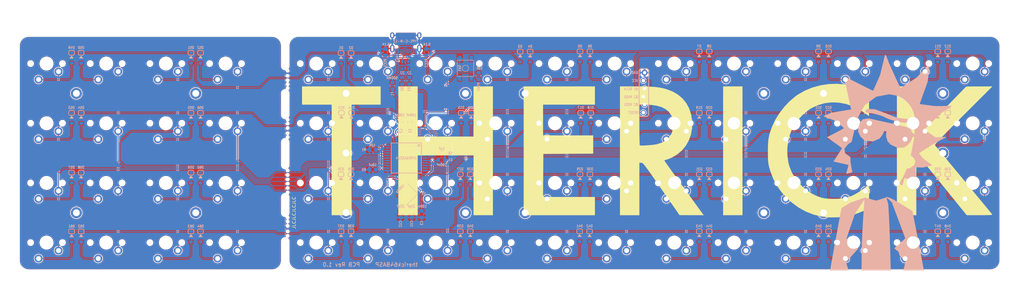
<source format=kicad_pcb>
(kicad_pcb (version 20171130) (host pcbnew "(5.1.2-1)-1")
  (layers (0 F.Cu signal) (31 B.Cu signal) (34 B.Paste user) (35 F.Paste user) (36 B.SilkS user) (37 F.SilkS user hide) (38 B.Mask user) (39 F.Mask user) (44 Edge.Cuts user))
  (net 0 "")
  (net 1 "Net-(D1-Pad2)")
  (net 2 "Net-(D2-Pad2)")
  (net 3 "Net-(D3-Pad2)")
  (net 4 "Net-(D4-Pad2)")
  (net 5 "Net-(D5-Pad2)")
  (net 6 "Net-(D6-Pad2)")
  (net 7 "Net-(D7-Pad2)")
  (net 8 "Net-(D8-Pad2)")
  (net 9 "Net-(D9-Pad2)")
  (net 10 "Net-(D10-Pad2)")
  (net 11 "Net-(D11-Pad2)")
  (net 12 "Net-(D12-Pad2)")
  (net 13 "Net-(D13-Pad2)")
  (net 14 "Net-(D14-Pad2)")
  (net 15 "Net-(D15-Pad2)")
  (net 16 "Net-(D16-Pad2)")
  (net 17 "Net-(D17-Pad2)")
  (net 18 "Net-(D18-Pad2)")
  (net 19 "Net-(D19-Pad2)")
  (net 20 "Net-(D20-Pad2)")
  (net 21 "Net-(D21-Pad2)")
  (net 22 "Net-(D22-Pad2)")
  (net 23 "Net-(D23-Pad2)")
  (net 24 "Net-(D24-Pad2)")
  (net 25 "Net-(D25-Pad2)")
  (net 26 "Net-(D26-Pad2)")
  (net 27 "Net-(D27-Pad2)")
  (net 28 "Net-(D28-Pad2)")
  (net 29 "Net-(D29-Pad2)")
  (net 30 "Net-(D30-Pad2)")
  (net 31 "Net-(D31-Pad2)")
  (net 32 "Net-(D32-Pad2)")
  (net 33 "Net-(D33-Pad2)")
  (net 34 "Net-(D34-Pad2)")
  (net 35 "Net-(D35-Pad2)")
  (net 36 "Net-(D36-Pad2)")
  (net 37 "Net-(D37-Pad2)")
  (net 38 "Net-(D38-Pad2)")
  (net 39 "Net-(D39-Pad2)")
  (net 40 "Net-(D40-Pad2)")
  (net 41 "Net-(D41-Pad2)")
  (net 42 "Net-(D42-Pad2)")
  (net 43 "Net-(D43-Pad2)")
  (net 44 "Net-(D44-Pad2)")
  (net 45 "Net-(D45-Pad2)")
  (net 46 "Net-(D46-Pad2)")
  (net 47 "Net-(D47-Pad2)")
  (net 48 "Net-(D48-Pad2)")
  (net 49 VCC)
  (net 50 "Net-(R3-Pad1)")
  (net 51 "Net-(C6-Pad1)")
  (net 52 XTAL1)
  (net 53 XTAL2)
  (net 54 row0)
  (net 55 row1)
  (net 56 row2)
  (net 57 row3)
  (net 58 D-)
  (net 59 D+)
  (net 60 col0)
  (net 61 col1)
  (net 62 col2)
  (net 63 col3)
  (net 64 col4)
  (net 65 col5)
  (net 66 col6)
  (net 67 col7)
  (net 68 col8)
  (net 69 col9)
  (net 70 col10)
  (net 71 col11)
  (net 72 "Net-(R1-Pad2)")
  (net 73 "Net-(R2-Pad1)")
  (net 74 VBUS)
  (net 75 D-BUS)
  (net 76 D+BUS)
  (net 77 "Net-(J1-PadB5)")
  (net 78 "Net-(J1-PadA5)")
  (net 79 ISP_Reset)
  (net 80 "Net-(D49-Pad2)")
  (net 81 "Net-(D50-Pad2)")
  (net 82 "Net-(D51-Pad2)")
  (net 83 "Net-(D52-Pad2)")
  (net 84 "Net-(D53-Pad2)")
  (net 85 "Net-(D54-Pad2)")
  (net 86 "Net-(D55-Pad2)")
  (net 87 "Net-(D56-Pad2)")
  (net 88 "Net-(D57-Pad2)")
  (net 89 "Net-(D58-Pad2)")
  (net 90 "Net-(D59-Pad2)")
  (net 91 "Net-(D60-Pad2)")
  (net 92 "Net-(D61-Pad2)")
  (net 93 "Net-(D62-Pad2)")
  (net 94 "Net-(D63-Pad2)")
  (net 95 "Net-(D64-Pad2)")
  (net 96 col12)
  (net 97 col13)
  (net 98 col14)
  (net 99 col15)
  (net 100 GND)
  (module Artwork:THERICK (layer F.Cu) (at 249.28 80.94)
    (fp_text reference U8 hide)
    (fp_text value HOLE hide)
  )
  (module random-keyboard-parts:Generic-Mounthole (layer F.Cu) (at 344.28 61.94)
    (fp_text reference H18)
    (fp_text value MountingHole)
    (pad 1 thru_hole circle (at 0 0) (size 3.5 3.5) (drill 2.2) (layers *.Cu *.Mask))
  )
  (module random-keyboard-parts:Generic-Mounthole (layer F.Cu) (at 344.28 99.94)
    (fp_text reference H17)
    (fp_text value MountingHole)
    (pad 1 thru_hole circle (at 0 0) (size 3.5 3.5) (drill 2.2) (layers *.Cu *.Mask))
  )
  (module random-keyboard-parts:Generic-Mounthole (layer F.Cu) (at 287.28 61.94)
    (fp_text reference H16)
    (fp_text value MountingHole)
    (pad 1 thru_hole circle (at 0 0) (size 3.5 3.5) (drill 2.2) (layers *.Cu *.Mask))
  )
  (module random-keyboard-parts:Generic-Mounthole (layer F.Cu) (at 211.28 61.94)
    (fp_text reference H15)
    (fp_text value MountingHole)
    (pad 1 thru_hole circle (at 0 0) (size 3.5 3.5) (drill 2.2) (layers *.Cu *.Mask))
  )
  (module random-keyboard-parts:Generic-Mounthole (layer F.Cu) (at 211.28 99.94)
    (fp_text reference H14)
    (fp_text value MountingHole)
    (pad 1 thru_hole circle (at 0 0) (size 3.5 3.5) (drill 2.2) (layers *.Cu *.Mask))
  )
  (module random-keyboard-parts:Generic-Mounthole (layer F.Cu) (at 287.28 99.94)
    (fp_text reference H13)
    (fp_text value MountingHole)
    (pad 1 thru_hole circle (at 0 0) (size 3.5 3.5) (drill 2.2) (layers *.Cu *.Mask))
  )
  (module random-keyboard-parts:Generic-Mounthole (layer F.Cu) (at 154.28 99.94)
    (fp_text reference H12)
    (fp_text value MountingHole)
    (pad 1 thru_hole circle (at 0 0) (size 3.5 3.5) (drill 2.2) (layers *.Cu *.Mask))
  )
  (module random-keyboard-parts:Generic-Mounthole (layer F.Cu) (at 154.28 61.94)
    (fp_text reference H11)
    (fp_text value MountingHole)
    (pad 1 thru_hole circle (at 0 0) (size 3.5 3.5) (drill 2.2) (layers *.Cu *.Mask))
  )
  (module random-keyboard-parts:Generic-Mounthole (layer F.Cu) (at 106.4 99.94)
    (fp_text reference H10)
    (fp_text value MountingHole)
    (pad 1 thru_hole circle (at 0 0) (size 3.5 3.5) (drill 2.2) (layers *.Cu *.Mask))
  )
  (module random-keyboard-parts:Generic-Mounthole (layer F.Cu) (at 68.4 99.94)
    (fp_text reference H9)
    (fp_text value MountingHole)
    (pad 1 thru_hole circle (at 0 0) (size 3.5 3.5) (drill 2.2) (layers *.Cu *.Mask))
  )
  (module random-keyboard-parts:Generic-Mounthole (layer F.Cu) (at 106.399999 61.94)
    (fp_text reference H8)
    (fp_text value MountingHole)
    (pad 1 thru_hole circle (at 0 0) (size 3.5 3.5) (drill 2.2) (layers *.Cu *.Mask))
  )
  (module random-keyboard-parts:Generic-Mounthole (layer F.Cu) (at 68.4 61.94)
    (fp_text reference H7)
    (fp_text value MountingHole)
    (pad 1 thru_hole circle (at 0 0) (size 3.5 3.5) (drill 2.2) (layers *.Cu *.Mask))
  )
  (module random-keyboard-parts:Generic-Mounthole (layer F.Cu) (at 344.28 80.94)
    (fp_text reference H6)
    (fp_text value MountingHole)
    (pad 1 thru_hole circle (at 0 0) (size 3.5 3.5) (drill 2.2) (layers *.Cu *.Mask))
  )
  (module random-keyboard-parts:Generic-Mounthole (layer F.Cu) (at 306.28 99.94)
    (fp_text reference H5)
    (fp_text value MountingHole)
    (pad 1 thru_hole circle (at 0 0) (size 3.5 3.5) (drill 2.2) (layers *.Cu *.Mask))
  )
  (module random-keyboard-parts:Generic-Mounthole (layer F.Cu) (at 306.28 61.94)
    (fp_text reference H4)
    (fp_text value MountingHole)
    (pad 1 thru_hole circle (at 0 0) (size 3.5 3.5) (drill 2.2) (layers *.Cu *.Mask))
  )
  (module random-keyboard-parts:Generic-Mounthole (layer F.Cu) (at 192.28 99.94)
    (fp_text reference H3)
    (fp_text value MountingHole)
    (pad 1 thru_hole circle (at 0 0) (size 3.5 3.5) (drill 2.2) (layers *.Cu *.Mask))
  )
  (module random-keyboard-parts:Generic-Mounthole (layer F.Cu) (at 192.28 61.94)
    (fp_text reference H2)
    (fp_text value MountingHole)
    (pad 1 thru_hole circle (at 0 0) (size 3.5 3.5) (drill 2.2) (layers *.Cu *.Mask))
  )
  (module random-keyboard-parts:Generic-Mounthole (layer F.Cu) (at 154.279999 80.94)
    (fp_text reference H1)
    (fp_text value MountingHole)
    (pad 1 thru_hole circle (at 0 0) (size 3.5 3.5) (drill 2.2) (layers *.Cu *.Mask))
  )
  (module Keeb_footprints:PIN_HEADER_1x6_OFFSET (layer B.Cu) (at 249.1032 61.69 180)
    (fp_text reference J2)
    (fp_text value AVR-ISP-6_mod hide)
    (fp_text user GND (at 1.7907 6.3627) (layer B.SilkS) (effects (font (size 0.8 0.7)) (justify left mirror)))
    (fp_text user VCC (at 1.7907 3.8227) (layer B.SilkS) (effects (font (size 0.8 0.7)) (justify left mirror)))
    (fp_text user RESET (at 1.778 -6.35) (layer B.SilkS) (effects (font (size 0.8 0.7)) (justify left mirror)))
    (fp_text user "B1 SCLK" (at 1.7907 1.1557) (layer B.SilkS) (effects (font (size 0.8 0.7)) (justify left mirror)))
    (fp_text user "B2 MOSI" (at 1.778 -3.81) (layer B.SilkS) (effects (font (size 0.8 0.7)) (justify left mirror)))
    (fp_text user "B3 MISO" (at 1.778 -1.397) (layer B.SilkS) (effects (font (size 0.8 0.7)) (justify left mirror)))
    (pad 6 thru_hole roundrect (at -0.2032 6.35 180) (size 1.6002 1.6002) (drill 1.0668) (layers *.Cu *.Mask) (net 100 GND))
    (pad 2 thru_hole circle (at 0.2032 3.81 180) (size 1.6002 1.6002) (drill 1.0668) (layers *.Cu *.Mask) (net 49 VCC))
    (pad 5 thru_hole circle (at -0.2032 1.27 180) (size 1.6002 1.6002) (drill 1.0668) (layers *.Cu *.Mask) (net 69 col9))
    (pad 3 thru_hole circle (at 0.2032 -1.27 180) (size 1.6002 1.6002) (drill 1.0668) (layers *.Cu *.Mask) (net 71 col11))
    (pad 4 thru_hole circle (at -0.2032 -3.81 180) (size 1.6002 1.6002) (drill 1.0668) (layers *.Cu *.Mask) (net 70 col10))
    (pad 1 thru_hole circle (at 0.2032 -6.35 180) (size 1.6002 1.6002) (drill 1.0668) (layers *.Cu *.Mask) (net 79 ISP_Reset))
  )
  (module Keeb_footprints:D_SOD-123_modified (layer B.Cu) (at 345.839999 50.223377 270)
    (fp_text reference D12 (at -3.302 0 180) (layer B.SilkS) (effects (font (size 0.8 0.7)) (justify mirror)))
    (fp_text value D)
    (pad 2 smd roundrect (at 1.65 0 270) (size 1 1.2) (layers B.Cu B.Paste B.Mask) (net 12 "Net-(D12-Pad2)"))
    (pad 1 smd roundrect (at -1.65 0 270) (size 1 1.2) (layers B.Cu B.Paste B.Mask) (net 54 row0))
  )
  (module Keeb_footprints:MX100 (layer F.Cu) (at 353.805399 109.427302)
    (fp_text reference K48)
    (fp_text value KEYSW)
    (pad 1 thru_hole circle (at 3.7846 2.5527 270) (size 2.54 2.54) (drill 1.525) (layers *.Cu *.Mask) (net 71 col11))
    (pad 2 thru_hole circle (at -2.5654 5.0927) (size 2.54 2.54) (drill 1.525) (layers *.Cu *.Mask) (net 48 "Net-(D48-Pad2)"))
    (pad "" np_thru_hole circle (at -5.1054 0.0127) (size 1.7018 1.7018) (drill 1.7018) (layers *.Cu *.Mask))
    (pad "" np_thru_hole circle (at 5.0546 0.0127) (size 1.7018 1.7018) (drill 1.7018) (layers *.Cu *.Mask))
    (pad "" np_thru_hole circle (at -0.0254 0.0127) (size 3.9878 3.9878) (drill 3.9878) (layers *.Cu *.Mask))
  )
  (module Keeb_footprints:MX100 (layer F.Cu) (at 353.804469 90.427062)
    (fp_text reference K36)
    (fp_text value KEYSW)
    (pad 1 thru_hole circle (at 3.7846 2.5527 270) (size 2.54 2.54) (drill 1.525) (layers *.Cu *.Mask) (net 71 col11))
    (pad 2 thru_hole circle (at -2.5654 5.0927) (size 2.54 2.54) (drill 1.525) (layers *.Cu *.Mask) (net 36 "Net-(D36-Pad2)"))
    (pad "" np_thru_hole circle (at -5.1054 0.0127) (size 1.7018 1.7018) (drill 1.7018) (layers *.Cu *.Mask))
    (pad "" np_thru_hole circle (at 5.0546 0.0127) (size 1.7018 1.7018) (drill 1.7018) (layers *.Cu *.Mask))
    (pad "" np_thru_hole circle (at -0.0254 0.0127) (size 3.9878 3.9878) (drill 3.9878) (layers *.Cu *.Mask))
  )
  (module Keeb_footprints:MX100 (layer F.Cu) (at 258.804719 109.427012)
    (fp_text reference K43)
    (fp_text value KEYSW)
    (pad 1 thru_hole circle (at 3.7846 2.5527 270) (size 2.54 2.54) (drill 1.525) (layers *.Cu *.Mask) (net 66 col6))
    (pad 2 thru_hole circle (at -2.5654 5.0927) (size 2.54 2.54) (drill 1.525) (layers *.Cu *.Mask) (net 43 "Net-(D43-Pad2)"))
    (pad "" np_thru_hole circle (at -5.1054 0.0127) (size 1.7018 1.7018) (drill 1.7018) (layers *.Cu *.Mask))
    (pad "" np_thru_hole circle (at 5.0546 0.0127) (size 1.7018 1.7018) (drill 1.7018) (layers *.Cu *.Mask))
    (pad "" np_thru_hole circle (at -0.0254 0.0127) (size 3.9878 3.9878) (drill 3.9878) (layers *.Cu *.Mask))
  )
  (module Keeb_footprints:MX100 (layer F.Cu) (at 258.804719 90.427062)
    (fp_text reference K31)
    (fp_text value KEYSW)
    (pad 1 thru_hole circle (at 3.7846 2.5527 270) (size 2.54 2.54) (drill 1.525) (layers *.Cu *.Mask) (net 66 col6))
    (pad 2 thru_hole circle (at -2.5654 5.0927) (size 2.54 2.54) (drill 1.525) (layers *.Cu *.Mask) (net 31 "Net-(D31-Pad2)"))
    (pad "" np_thru_hole circle (at -5.1054 0.0127) (size 1.7018 1.7018) (drill 1.7018) (layers *.Cu *.Mask))
    (pad "" np_thru_hole circle (at 5.0546 0.0127) (size 1.7018 1.7018) (drill 1.7018) (layers *.Cu *.Mask))
    (pad "" np_thru_hole circle (at -0.0254 0.0127) (size 3.9878 3.9878) (drill 3.9878) (layers *.Cu *.Mask))
  )
  (module Keeb_footprints:MouseBite_IPC7351 (layer F.Cu) (at 135.659643 57.759848 90)
    (fp_text reference U4)
    (fp_text value HOLE)
    (pad "" np_thru_hole circle (at -2.54 0 90) (size 0.8 0.8) (drill 0.8) (layers *.Cu *.Mask))
    (pad "" np_thru_hole circle (at -1.27 0 90) (size 0.8 0.8) (drill 0.8) (layers *.Cu *.Mask))
    (pad "" np_thru_hole circle (at 3.048 0 90) (size 0.8 0.8) (drill 0.8) (layers *.Cu *.Mask))
    (pad "" np_thru_hole circle (at 1.397 0 90) (size 0.8 0.8) (drill 0.8) (layers *.Cu *.Mask))
    (pad "" np_thru_hole circle (at 0 0 90) (size 0.8 0.8) (drill 0.8) (layers *.Cu *.Mask))
  )
  (module Keeb_footprints:MouseBite_IPC7351 (layer F.Cu) (at 135.659643 104.119726 90)
    (fp_text reference U5)
    (fp_text value HOLE)
    (pad "" np_thru_hole circle (at -3.175 0 90) (size 0.8 0.8) (drill 0.8) (layers *.Cu *.Mask))
    (pad "" np_thru_hole circle (at -1.758 0 90) (size 0.8 0.8) (drill 0.8) (layers *.Cu *.Mask))
    (pad "" np_thru_hole circle (at 2.667 0 90) (size 0.8 0.8) (drill 0.8) (layers *.Cu *.Mask))
    (pad "" np_thru_hole circle (at 1.397 0 90) (size 0.8 0.8) (drill 0.8) (layers *.Cu *.Mask))
    (pad "" np_thru_hole circle (at 0 0 90) (size 0.8 0.8) (drill 0.8) (layers *.Cu *.Mask))
  )
  (module Keeb_footprints:MouseBite_IPC7351 (layer F.Cu) (at 135.659643 72.960002 90)
    (fp_text reference U6)
    (fp_text value HOLE)
    (pad "" np_thru_hole circle (at -2.921 0 90) (size 0.8 0.8) (drill 0.8) (layers *.Cu *.Mask))
    (pad "" np_thru_hole circle (at -1.651 0 90) (size 0.8 0.8) (drill 0.8) (layers *.Cu *.Mask))
    (pad "" np_thru_hole circle (at 2.667 0 90) (size 0.8 0.8) (drill 0.8) (layers *.Cu *.Mask))
    (pad "" np_thru_hole circle (at 1.397 0 90) (size 0.8 0.8) (drill 0.8) (layers *.Cu *.Mask))
    (pad "" np_thru_hole circle (at 0 0 90) (size 0.8 0.8) (drill 0.8) (layers *.Cu *.Mask))
  )
  (module Keeb_footprints:MouseBite_IPC7351 (layer F.Cu) (at 135.659643 89.299765 90)
    (fp_text reference U7)
    (fp_text value HOLE)
    (pad "" np_thru_hole circle (at -2.794 0 90) (size 0.8 0.8) (drill 0.8) (layers *.Cu *.Mask))
    (pad "" np_thru_hole circle (at -1.377 0 90) (size 0.8 0.8) (drill 0.8) (layers *.Cu *.Mask))
    (pad "" np_thru_hole circle (at 2.794 0 90) (size 0.8 0.8) (drill 0.8) (layers *.Cu *.Mask))
    (pad "" np_thru_hole circle (at 1.377 0 90) (size 0.8 0.8) (drill 0.8) (layers *.Cu *.Mask))
    (pad "" np_thru_hole circle (at 0 0 90) (size 0.8 0.8) (drill 0.8) (layers *.Cu *.Mask))
    (pad "" np_thru_hole circle (at -4.191 0 90) (size 0.8 0.8) (drill 0.8) (layers *.Cu *.Mask))
  )
  (module Keeb_footprints:MX100 (layer F.Cu) (at 334.804519 109.427012)
    (fp_text reference K47)
    (fp_text value KEYSW)
    (pad 1 thru_hole circle (at 3.7846 2.5527 270) (size 2.54 2.54) (drill 1.525) (layers *.Cu *.Mask) (net 70 col10))
    (pad 2 thru_hole circle (at -2.5654 5.0927) (size 2.54 2.54) (drill 1.525) (layers *.Cu *.Mask) (net 47 "Net-(D47-Pad2)"))
    (pad "" np_thru_hole circle (at -5.1054 0.0127) (size 1.7018 1.7018) (drill 1.7018) (layers *.Cu *.Mask))
    (pad "" np_thru_hole circle (at 5.0546 0.0127) (size 1.7018 1.7018) (drill 1.7018) (layers *.Cu *.Mask))
    (pad "" np_thru_hole circle (at -0.0254 0.0127) (size 3.9878 3.9878) (drill 3.9878) (layers *.Cu *.Mask))
  )
  (module Keeb_footprints:MX100 (layer F.Cu) (at 315.804569 109.427012)
    (fp_text reference K46)
    (fp_text value KEYSW)
    (pad 1 thru_hole circle (at 3.7846 2.5527 270) (size 2.54 2.54) (drill 1.525) (layers *.Cu *.Mask) (net 69 col9))
    (pad 2 thru_hole circle (at -2.5654 5.0927) (size 2.54 2.54) (drill 1.525) (layers *.Cu *.Mask) (net 46 "Net-(D46-Pad2)"))
    (pad "" np_thru_hole circle (at -5.1054 0.0127) (size 1.7018 1.7018) (drill 1.7018) (layers *.Cu *.Mask))
    (pad "" np_thru_hole circle (at 5.0546 0.0127) (size 1.7018 1.7018) (drill 1.7018) (layers *.Cu *.Mask))
    (pad "" np_thru_hole circle (at -0.0254 0.0127) (size 3.9878 3.9878) (drill 3.9878) (layers *.Cu *.Mask))
  )
  (module Keeb_footprints:MX100 (layer F.Cu) (at 296.804619 109.427012)
    (fp_text reference K45)
    (fp_text value KEYSW)
    (pad 1 thru_hole circle (at 3.7846 2.5527 270) (size 2.54 2.54) (drill 1.525) (layers *.Cu *.Mask) (net 68 col8))
    (pad 2 thru_hole circle (at -2.5654 5.0927) (size 2.54 2.54) (drill 1.525) (layers *.Cu *.Mask) (net 45 "Net-(D45-Pad2)"))
    (pad "" np_thru_hole circle (at -5.1054 0.0127) (size 1.7018 1.7018) (drill 1.7018) (layers *.Cu *.Mask))
    (pad "" np_thru_hole circle (at 5.0546 0.0127) (size 1.7018 1.7018) (drill 1.7018) (layers *.Cu *.Mask))
    (pad "" np_thru_hole circle (at -0.0254 0.0127) (size 3.9878 3.9878) (drill 3.9878) (layers *.Cu *.Mask))
  )
  (module Keeb_footprints:MX100 (layer F.Cu) (at 277.804669 109.427012)
    (fp_text reference K44)
    (fp_text value KEYSW)
    (pad 1 thru_hole circle (at 3.7846 2.5527 270) (size 2.54 2.54) (drill 1.525) (layers *.Cu *.Mask) (net 67 col7))
    (pad 2 thru_hole circle (at -2.5654 5.0927) (size 2.54 2.54) (drill 1.525) (layers *.Cu *.Mask) (net 44 "Net-(D44-Pad2)"))
    (pad "" np_thru_hole circle (at -5.1054 0.0127) (size 1.7018 1.7018) (drill 1.7018) (layers *.Cu *.Mask))
    (pad "" np_thru_hole circle (at 5.0546 0.0127) (size 1.7018 1.7018) (drill 1.7018) (layers *.Cu *.Mask))
    (pad "" np_thru_hole circle (at -0.0254 0.0127) (size 3.9878 3.9878) (drill 3.9878) (layers *.Cu *.Mask))
  )
  (module Keeb_footprints:MX100 (layer F.Cu) (at 239.804769 109.427012)
    (fp_text reference K42)
    (fp_text value KEYSW)
    (pad 1 thru_hole circle (at 3.7846 2.5527 270) (size 2.54 2.54) (drill 1.525) (layers *.Cu *.Mask) (net 65 col5))
    (pad 2 thru_hole circle (at -2.5654 5.0927) (size 2.54 2.54) (drill 1.525) (layers *.Cu *.Mask) (net 42 "Net-(D42-Pad2)"))
    (pad "" np_thru_hole circle (at -5.1054 0.0127) (size 1.7018 1.7018) (drill 1.7018) (layers *.Cu *.Mask))
    (pad "" np_thru_hole circle (at 5.0546 0.0127) (size 1.7018 1.7018) (drill 1.7018) (layers *.Cu *.Mask))
    (pad "" np_thru_hole circle (at -0.0254 0.0127) (size 3.9878 3.9878) (drill 3.9878) (layers *.Cu *.Mask))
  )
  (module Keeb_footprints:MX100 (layer F.Cu) (at 220.805399 109.427302)
    (fp_text reference K41)
    (fp_text value KEYSW)
    (pad 1 thru_hole circle (at 3.7846 2.5527 270) (size 2.54 2.54) (drill 1.525) (layers *.Cu *.Mask) (net 64 col4))
    (pad 2 thru_hole circle (at -2.5654 5.0927) (size 2.54 2.54) (drill 1.525) (layers *.Cu *.Mask) (net 41 "Net-(D41-Pad2)"))
    (pad "" np_thru_hole circle (at -5.1054 0.0127) (size 1.7018 1.7018) (drill 1.7018) (layers *.Cu *.Mask))
    (pad "" np_thru_hole circle (at 5.0546 0.0127) (size 1.7018 1.7018) (drill 1.7018) (layers *.Cu *.Mask))
    (pad "" np_thru_hole circle (at -0.0254 0.0127) (size 3.9878 3.9878) (drill 3.9878) (layers *.Cu *.Mask))
  )
  (module Keeb_footprints:MX100 (layer F.Cu) (at 201.804869 109.427012)
    (fp_text reference K40)
    (fp_text value KEYSW)
    (pad 1 thru_hole circle (at 3.7846 2.5527 270) (size 2.54 2.54) (drill 1.525) (layers *.Cu *.Mask) (net 63 col3))
    (pad 2 thru_hole circle (at -2.5654 5.0927) (size 2.54 2.54) (drill 1.525) (layers *.Cu *.Mask) (net 40 "Net-(D40-Pad2)"))
    (pad "" np_thru_hole circle (at -5.1054 0.0127) (size 1.7018 1.7018) (drill 1.7018) (layers *.Cu *.Mask))
    (pad "" np_thru_hole circle (at 5.0546 0.0127) (size 1.7018 1.7018) (drill 1.7018) (layers *.Cu *.Mask))
    (pad "" np_thru_hole circle (at -0.0254 0.0127) (size 3.9878 3.9878) (drill 3.9878) (layers *.Cu *.Mask))
  )
  (module Keeb_footprints:MX100 (layer F.Cu) (at 182.805399 109.427302)
    (fp_text reference K39)
    (fp_text value KEYSW)
    (pad 1 thru_hole circle (at 3.7846 2.5527 270) (size 2.54 2.54) (drill 1.525) (layers *.Cu *.Mask) (net 62 col2))
    (pad 2 thru_hole circle (at -2.5654 5.0927) (size 2.54 2.54) (drill 1.525) (layers *.Cu *.Mask) (net 39 "Net-(D39-Pad2)"))
    (pad "" np_thru_hole circle (at -5.1054 0.0127) (size 1.7018 1.7018) (drill 1.7018) (layers *.Cu *.Mask))
    (pad "" np_thru_hole circle (at 5.0546 0.0127) (size 1.7018 1.7018) (drill 1.7018) (layers *.Cu *.Mask))
    (pad "" np_thru_hole circle (at -0.0254 0.0127) (size 3.9878 3.9878) (drill 3.9878) (layers *.Cu *.Mask))
  )
  (module Keeb_footprints:MX100 (layer F.Cu) (at 163.805399 109.427302)
    (fp_text reference K38)
    (fp_text value KEYSW)
    (pad 1 thru_hole circle (at 3.7846 2.5527 270) (size 2.54 2.54) (drill 1.525) (layers *.Cu *.Mask) (net 61 col1))
    (pad 2 thru_hole circle (at -2.5654 5.0927) (size 2.54 2.54) (drill 1.525) (layers *.Cu *.Mask) (net 38 "Net-(D38-Pad2)"))
    (pad "" np_thru_hole circle (at -5.1054 0.0127) (size 1.7018 1.7018) (drill 1.7018) (layers *.Cu *.Mask))
    (pad "" np_thru_hole circle (at 5.0546 0.0127) (size 1.7018 1.7018) (drill 1.7018) (layers *.Cu *.Mask))
    (pad "" np_thru_hole circle (at -0.0254 0.0127) (size 3.9878 3.9878) (drill 3.9878) (layers *.Cu *.Mask))
  )
  (module Keeb_footprints:MX100 (layer F.Cu) (at 144.805019 109.427302)
    (fp_text reference K37)
    (fp_text value KEYSW)
    (pad 1 thru_hole circle (at 3.7846 2.5527 270) (size 2.54 2.54) (drill 1.525) (layers *.Cu *.Mask) (net 60 col0))
    (pad 2 thru_hole circle (at -2.5654 5.0927) (size 2.54 2.54) (drill 1.525) (layers *.Cu *.Mask) (net 37 "Net-(D37-Pad2)"))
    (pad "" np_thru_hole circle (at -5.1054 0.0127) (size 1.7018 1.7018) (drill 1.7018) (layers *.Cu *.Mask))
    (pad "" np_thru_hole circle (at 5.0546 0.0127) (size 1.7018 1.7018) (drill 1.7018) (layers *.Cu *.Mask))
    (pad "" np_thru_hole circle (at -0.0254 0.0127) (size 3.9878 3.9878) (drill 3.9878) (layers *.Cu *.Mask))
  )
  (module Keeb_footprints:MX100 (layer F.Cu) (at 334.804519 90.427062)
    (fp_text reference K35)
    (fp_text value KEYSW)
    (pad 1 thru_hole circle (at 3.7846 2.5527 270) (size 2.54 2.54) (drill 1.525) (layers *.Cu *.Mask) (net 70 col10))
    (pad 2 thru_hole circle (at -2.5654 5.0927) (size 2.54 2.54) (drill 1.525) (layers *.Cu *.Mask) (net 35 "Net-(D35-Pad2)"))
    (pad "" np_thru_hole circle (at -5.1054 0.0127) (size 1.7018 1.7018) (drill 1.7018) (layers *.Cu *.Mask))
    (pad "" np_thru_hole circle (at 5.0546 0.0127) (size 1.7018 1.7018) (drill 1.7018) (layers *.Cu *.Mask))
    (pad "" np_thru_hole circle (at -0.0254 0.0127) (size 3.9878 3.9878) (drill 3.9878) (layers *.Cu *.Mask))
  )
  (module Keeb_footprints:MX100 (layer F.Cu) (at 315.804569 90.427062)
    (fp_text reference K34)
    (fp_text value KEYSW)
    (pad 1 thru_hole circle (at 3.7846 2.5527 270) (size 2.54 2.54) (drill 1.525) (layers *.Cu *.Mask) (net 69 col9))
    (pad 2 thru_hole circle (at -2.5654 5.0927) (size 2.54 2.54) (drill 1.525) (layers *.Cu *.Mask) (net 34 "Net-(D34-Pad2)"))
    (pad "" np_thru_hole circle (at -5.1054 0.0127) (size 1.7018 1.7018) (drill 1.7018) (layers *.Cu *.Mask))
    (pad "" np_thru_hole circle (at 5.0546 0.0127) (size 1.7018 1.7018) (drill 1.7018) (layers *.Cu *.Mask))
    (pad "" np_thru_hole circle (at -0.0254 0.0127) (size 3.9878 3.9878) (drill 3.9878) (layers *.Cu *.Mask))
  )
  (module Keeb_footprints:MX100 (layer F.Cu) (at 296.804619 90.427062)
    (fp_text reference K33)
    (fp_text value KEYSW)
    (pad 1 thru_hole circle (at 3.7846 2.5527 270) (size 2.54 2.54) (drill 1.525) (layers *.Cu *.Mask) (net 68 col8))
    (pad 2 thru_hole circle (at -2.5654 5.0927) (size 2.54 2.54) (drill 1.525) (layers *.Cu *.Mask) (net 33 "Net-(D33-Pad2)"))
    (pad "" np_thru_hole circle (at -5.1054 0.0127) (size 1.7018 1.7018) (drill 1.7018) (layers *.Cu *.Mask))
    (pad "" np_thru_hole circle (at 5.0546 0.0127) (size 1.7018 1.7018) (drill 1.7018) (layers *.Cu *.Mask))
    (pad "" np_thru_hole circle (at -0.0254 0.0127) (size 3.9878 3.9878) (drill 3.9878) (layers *.Cu *.Mask))
  )
  (module Keeb_footprints:MX100 (layer F.Cu) (at 277.804669 90.427302)
    (fp_text reference K32)
    (fp_text value KEYSW)
    (pad 1 thru_hole circle (at 3.7846 2.5527 270) (size 2.54 2.54) (drill 1.525) (layers *.Cu *.Mask) (net 67 col7))
    (pad 2 thru_hole circle (at -2.5654 5.0927) (size 2.54 2.54) (drill 1.525) (layers *.Cu *.Mask) (net 32 "Net-(D32-Pad2)"))
    (pad "" np_thru_hole circle (at -5.1054 0.0127) (size 1.7018 1.7018) (drill 1.7018) (layers *.Cu *.Mask))
    (pad "" np_thru_hole circle (at 5.0546 0.0127) (size 1.7018 1.7018) (drill 1.7018) (layers *.Cu *.Mask))
    (pad "" np_thru_hole circle (at -0.0254 0.0127) (size 3.9878 3.9878) (drill 3.9878) (layers *.Cu *.Mask))
  )
  (module Keeb_footprints:MX100 (layer F.Cu) (at 239.804769 90.427062)
    (fp_text reference K30)
    (fp_text value KEYSW)
    (pad 1 thru_hole circle (at 3.7846 2.5527 270) (size 2.54 2.54) (drill 1.525) (layers *.Cu *.Mask) (net 65 col5))
    (pad 2 thru_hole circle (at -2.5654 5.0927) (size 2.54 2.54) (drill 1.525) (layers *.Cu *.Mask) (net 30 "Net-(D30-Pad2)"))
    (pad "" np_thru_hole circle (at -5.1054 0.0127) (size 1.7018 1.7018) (drill 1.7018) (layers *.Cu *.Mask))
    (pad "" np_thru_hole circle (at 5.0546 0.0127) (size 1.7018 1.7018) (drill 1.7018) (layers *.Cu *.Mask))
    (pad "" np_thru_hole circle (at -0.0254 0.0127) (size 3.9878 3.9878) (drill 3.9878) (layers *.Cu *.Mask))
  )
  (module Keeb_footprints:MX100 (layer F.Cu) (at 220.804819 90.427062)
    (fp_text reference K29)
    (fp_text value KEYSW)
    (pad 1 thru_hole circle (at 3.7846 2.5527 270) (size 2.54 2.54) (drill 1.525) (layers *.Cu *.Mask) (net 64 col4))
    (pad 2 thru_hole circle (at -2.5654 5.0927) (size 2.54 2.54) (drill 1.525) (layers *.Cu *.Mask) (net 29 "Net-(D29-Pad2)"))
    (pad "" np_thru_hole circle (at -5.1054 0.0127) (size 1.7018 1.7018) (drill 1.7018) (layers *.Cu *.Mask))
    (pad "" np_thru_hole circle (at 5.0546 0.0127) (size 1.7018 1.7018) (drill 1.7018) (layers *.Cu *.Mask))
    (pad "" np_thru_hole circle (at -0.0254 0.0127) (size 3.9878 3.9878) (drill 3.9878) (layers *.Cu *.Mask))
  )
  (module Keeb_footprints:MX100 (layer F.Cu) (at 201.804869 90.427062)
    (fp_text reference K28)
    (fp_text value KEYSW)
    (pad 1 thru_hole circle (at 3.7846 2.5527 270) (size 2.54 2.54) (drill 1.525) (layers *.Cu *.Mask) (net 63 col3))
    (pad 2 thru_hole circle (at -2.5654 5.0927) (size 2.54 2.54) (drill 1.525) (layers *.Cu *.Mask) (net 28 "Net-(D28-Pad2)"))
    (pad "" np_thru_hole circle (at -5.1054 0.0127) (size 1.7018 1.7018) (drill 1.7018) (layers *.Cu *.Mask))
    (pad "" np_thru_hole circle (at 5.0546 0.0127) (size 1.7018 1.7018) (drill 1.7018) (layers *.Cu *.Mask))
    (pad "" np_thru_hole circle (at -0.0254 0.0127) (size 3.9878 3.9878) (drill 3.9878) (layers *.Cu *.Mask))
  )
  (module Keeb_footprints:MX100 (layer F.Cu) (at 182.805399 90.427302)
    (fp_text reference K27)
    (fp_text value KEYSW)
    (pad 1 thru_hole circle (at 3.7846 2.5527 270) (size 2.54 2.54) (drill 1.525) (layers *.Cu *.Mask) (net 62 col2))
    (pad 2 thru_hole circle (at -2.5654 5.0927) (size 2.54 2.54) (drill 1.525) (layers *.Cu *.Mask) (net 27 "Net-(D27-Pad2)"))
    (pad "" np_thru_hole circle (at -5.1054 0.0127) (size 1.7018 1.7018) (drill 1.7018) (layers *.Cu *.Mask))
    (pad "" np_thru_hole circle (at 5.0546 0.0127) (size 1.7018 1.7018) (drill 1.7018) (layers *.Cu *.Mask))
    (pad "" np_thru_hole circle (at -0.0254 0.0127) (size 3.9878 3.9878) (drill 3.9878) (layers *.Cu *.Mask))
  )
  (module Keeb_footprints:MX100 (layer F.Cu) (at 163.805399 90.427302)
    (fp_text reference K26)
    (fp_text value KEYSW)
    (pad 1 thru_hole circle (at 3.7846 2.5527 270) (size 2.54 2.54) (drill 1.525) (layers *.Cu *.Mask) (net 61 col1))
    (pad 2 thru_hole circle (at -2.5654 5.0927) (size 2.54 2.54) (drill 1.525) (layers *.Cu *.Mask) (net 26 "Net-(D26-Pad2)"))
    (pad "" np_thru_hole circle (at -5.1054 0.0127) (size 1.7018 1.7018) (drill 1.7018) (layers *.Cu *.Mask))
    (pad "" np_thru_hole circle (at 5.0546 0.0127) (size 1.7018 1.7018) (drill 1.7018) (layers *.Cu *.Mask))
    (pad "" np_thru_hole circle (at -0.0254 0.0127) (size 3.9878 3.9878) (drill 3.9878) (layers *.Cu *.Mask))
  )
  (module Keeb_footprints:MX100 (layer F.Cu) (at 144.805399 90.427302)
    (fp_text reference K25)
    (fp_text value KEYSW)
    (pad 1 thru_hole circle (at 3.7846 2.5527 270) (size 2.54 2.54) (drill 1.525) (layers *.Cu *.Mask) (net 60 col0))
    (pad 2 thru_hole circle (at -2.5654 5.0927) (size 2.54 2.54) (drill 1.525) (layers *.Cu *.Mask) (net 25 "Net-(D25-Pad2)"))
    (pad "" np_thru_hole circle (at -5.1054 0.0127) (size 1.7018 1.7018) (drill 1.7018) (layers *.Cu *.Mask))
    (pad "" np_thru_hole circle (at 5.0546 0.0127) (size 1.7018 1.7018) (drill 1.7018) (layers *.Cu *.Mask))
    (pad "" np_thru_hole circle (at -0.0254 0.0127) (size 3.9878 3.9878) (drill 3.9878) (layers *.Cu *.Mask))
  )
  (module Keeb_footprints:MX100 (layer F.Cu) (at 353.804469 71.427112)
    (fp_text reference K24)
    (fp_text value KEYSW)
    (pad 1 thru_hole circle (at 3.7846 2.5527 270) (size 2.54 2.54) (drill 1.525) (layers *.Cu *.Mask) (net 71 col11))
    (pad 2 thru_hole circle (at -2.5654 5.0927) (size 2.54 2.54) (drill 1.525) (layers *.Cu *.Mask) (net 24 "Net-(D24-Pad2)"))
    (pad "" np_thru_hole circle (at -5.1054 0.0127) (size 1.7018 1.7018) (drill 1.7018) (layers *.Cu *.Mask))
    (pad "" np_thru_hole circle (at 5.0546 0.0127) (size 1.7018 1.7018) (drill 1.7018) (layers *.Cu *.Mask))
    (pad "" np_thru_hole circle (at -0.0254 0.0127) (size 3.9878 3.9878) (drill 3.9878) (layers *.Cu *.Mask))
  )
  (module Keeb_footprints:MX100 (layer F.Cu) (at 334.804519 71.427112)
    (fp_text reference K23)
    (fp_text value KEYSW)
    (pad 1 thru_hole circle (at 3.7846 2.5527 270) (size 2.54 2.54) (drill 1.525) (layers *.Cu *.Mask) (net 70 col10))
    (pad 2 thru_hole circle (at -2.5654 5.0927) (size 2.54 2.54) (drill 1.525) (layers *.Cu *.Mask) (net 23 "Net-(D23-Pad2)"))
    (pad "" np_thru_hole circle (at -5.1054 0.0127) (size 1.7018 1.7018) (drill 1.7018) (layers *.Cu *.Mask))
    (pad "" np_thru_hole circle (at 5.0546 0.0127) (size 1.7018 1.7018) (drill 1.7018) (layers *.Cu *.Mask))
    (pad "" np_thru_hole circle (at -0.0254 0.0127) (size 3.9878 3.9878) (drill 3.9878) (layers *.Cu *.Mask))
  )
  (module Keeb_footprints:MX100 (layer F.Cu) (at 315.804569 71.427112)
    (fp_text reference K22)
    (fp_text value KEYSW)
    (pad 1 thru_hole circle (at 3.7846 2.5527 270) (size 2.54 2.54) (drill 1.525) (layers *.Cu *.Mask) (net 69 col9))
    (pad 2 thru_hole circle (at -2.5654 5.0927) (size 2.54 2.54) (drill 1.525) (layers *.Cu *.Mask) (net 22 "Net-(D22-Pad2)"))
    (pad "" np_thru_hole circle (at -5.1054 0.0127) (size 1.7018 1.7018) (drill 1.7018) (layers *.Cu *.Mask))
    (pad "" np_thru_hole circle (at 5.0546 0.0127) (size 1.7018 1.7018) (drill 1.7018) (layers *.Cu *.Mask))
    (pad "" np_thru_hole circle (at -0.0254 0.0127) (size 3.9878 3.9878) (drill 3.9878) (layers *.Cu *.Mask))
  )
  (module Keeb_footprints:MX100 (layer F.Cu) (at 296.805399 71.427302)
    (fp_text reference K21)
    (fp_text value KEYSW)
    (pad 1 thru_hole circle (at 3.7846 2.5527 270) (size 2.54 2.54) (drill 1.525) (layers *.Cu *.Mask) (net 68 col8))
    (pad 2 thru_hole circle (at -2.5654 5.0927) (size 2.54 2.54) (drill 1.525) (layers *.Cu *.Mask) (net 21 "Net-(D21-Pad2)"))
    (pad "" np_thru_hole circle (at -5.1054 0.0127) (size 1.7018 1.7018) (drill 1.7018) (layers *.Cu *.Mask))
    (pad "" np_thru_hole circle (at 5.0546 0.0127) (size 1.7018 1.7018) (drill 1.7018) (layers *.Cu *.Mask))
    (pad "" np_thru_hole circle (at -0.0254 0.0127) (size 3.9878 3.9878) (drill 3.9878) (layers *.Cu *.Mask))
  )
  (module Keeb_footprints:MX100 (layer F.Cu) (at 277.78 71.44)
    (fp_text reference K20)
    (fp_text value KEYSW)
    (pad 1 thru_hole circle (at 3.7846 2.5527 270) (size 2.54 2.54) (drill 1.525) (layers *.Cu *.Mask) (net 67 col7))
    (pad 2 thru_hole circle (at -2.5654 5.0927) (size 2.54 2.54) (drill 1.525) (layers *.Cu *.Mask) (net 20 "Net-(D20-Pad2)"))
    (pad "" np_thru_hole circle (at -5.1054 0.0127) (size 1.7018 1.7018) (drill 1.7018) (layers *.Cu *.Mask))
    (pad "" np_thru_hole circle (at 5.0546 0.0127) (size 1.7018 1.7018) (drill 1.7018) (layers *.Cu *.Mask))
    (pad "" np_thru_hole circle (at -0.0254 0.0127) (size 3.9878 3.9878) (drill 3.9878) (layers *.Cu *.Mask))
  )
  (module Keeb_footprints:MX100 (layer F.Cu) (at 258.804719 71.427302)
    (fp_text reference K19)
    (fp_text value KEYSW)
    (pad 1 thru_hole circle (at 3.7846 2.5527 270) (size 2.54 2.54) (drill 1.525) (layers *.Cu *.Mask) (net 66 col6))
    (pad 2 thru_hole circle (at -2.5654 5.0927) (size 2.54 2.54) (drill 1.525) (layers *.Cu *.Mask) (net 19 "Net-(D19-Pad2)"))
    (pad "" np_thru_hole circle (at -5.1054 0.0127) (size 1.7018 1.7018) (drill 1.7018) (layers *.Cu *.Mask))
    (pad "" np_thru_hole circle (at 5.0546 0.0127) (size 1.7018 1.7018) (drill 1.7018) (layers *.Cu *.Mask))
    (pad "" np_thru_hole circle (at -0.0254 0.0127) (size 3.9878 3.9878) (drill 3.9878) (layers *.Cu *.Mask))
  )
  (module Keeb_footprints:MX100 (layer F.Cu) (at 239.805399 71.427302)
    (fp_text reference K18)
    (fp_text value KEYSW)
    (pad 1 thru_hole circle (at 3.7846 2.5527 270) (size 2.54 2.54) (drill 1.525) (layers *.Cu *.Mask) (net 65 col5))
    (pad 2 thru_hole circle (at -2.5654 5.0927) (size 2.54 2.54) (drill 1.525) (layers *.Cu *.Mask) (net 18 "Net-(D18-Pad2)"))
    (pad "" np_thru_hole circle (at -5.1054 0.0127) (size 1.7018 1.7018) (drill 1.7018) (layers *.Cu *.Mask))
    (pad "" np_thru_hole circle (at 5.0546 0.0127) (size 1.7018 1.7018) (drill 1.7018) (layers *.Cu *.Mask))
    (pad "" np_thru_hole circle (at -0.0254 0.0127) (size 3.9878 3.9878) (drill 3.9878) (layers *.Cu *.Mask))
  )
  (module Keeb_footprints:MX100 (layer F.Cu) (at 220.805399 71.427302)
    (fp_text reference K17)
    (fp_text value KEYSW)
    (pad 1 thru_hole circle (at 3.7846 2.5527 270) (size 2.54 2.54) (drill 1.525) (layers *.Cu *.Mask) (net 64 col4))
    (pad 2 thru_hole circle (at -2.5654 5.0927) (size 2.54 2.54) (drill 1.525) (layers *.Cu *.Mask) (net 17 "Net-(D17-Pad2)"))
    (pad "" np_thru_hole circle (at -5.1054 0.0127) (size 1.7018 1.7018) (drill 1.7018) (layers *.Cu *.Mask))
    (pad "" np_thru_hole circle (at 5.0546 0.0127) (size 1.7018 1.7018) (drill 1.7018) (layers *.Cu *.Mask))
    (pad "" np_thru_hole circle (at -0.0254 0.0127) (size 3.9878 3.9878) (drill 3.9878) (layers *.Cu *.Mask))
  )
  (module Keeb_footprints:MX100 (layer F.Cu) (at 201.805399 71.427302)
    (fp_text reference K16)
    (fp_text value KEYSW)
    (pad 1 thru_hole circle (at 3.7846 2.5527 270) (size 2.54 2.54) (drill 1.525) (layers *.Cu *.Mask) (net 63 col3))
    (pad 2 thru_hole circle (at -2.5654 5.0927) (size 2.54 2.54) (drill 1.525) (layers *.Cu *.Mask) (net 16 "Net-(D16-Pad2)"))
    (pad "" np_thru_hole circle (at -5.1054 0.0127) (size 1.7018 1.7018) (drill 1.7018) (layers *.Cu *.Mask))
    (pad "" np_thru_hole circle (at 5.0546 0.0127) (size 1.7018 1.7018) (drill 1.7018) (layers *.Cu *.Mask))
    (pad "" np_thru_hole circle (at -0.0254 0.0127) (size 3.9878 3.9878) (drill 3.9878) (layers *.Cu *.Mask))
  )
  (module Keeb_footprints:MX100 (layer F.Cu) (at 182.805399 71.427302)
    (fp_text reference K15)
    (fp_text value KEYSW)
    (pad 1 thru_hole circle (at 3.7846 2.5527 270) (size 2.54 2.54) (drill 1.525) (layers *.Cu *.Mask) (net 62 col2))
    (pad 2 thru_hole circle (at -2.5654 5.0927) (size 2.54 2.54) (drill 1.525) (layers *.Cu *.Mask) (net 15 "Net-(D15-Pad2)"))
    (pad "" np_thru_hole circle (at -5.1054 0.0127) (size 1.7018 1.7018) (drill 1.7018) (layers *.Cu *.Mask))
    (pad "" np_thru_hole circle (at 5.0546 0.0127) (size 1.7018 1.7018) (drill 1.7018) (layers *.Cu *.Mask))
    (pad "" np_thru_hole circle (at -0.0254 0.0127) (size 3.9878 3.9878) (drill 3.9878) (layers *.Cu *.Mask))
  )
  (module Keeb_footprints:MX100 (layer F.Cu) (at 163.805399 71.427302)
    (fp_text reference K14)
    (fp_text value KEYSW)
    (pad 1 thru_hole circle (at 3.7846 2.5527 270) (size 2.54 2.54) (drill 1.525) (layers *.Cu *.Mask) (net 61 col1))
    (pad 2 thru_hole circle (at -2.5654 5.0927) (size 2.54 2.54) (drill 1.525) (layers *.Cu *.Mask) (net 14 "Net-(D14-Pad2)"))
    (pad "" np_thru_hole circle (at -5.1054 0.0127) (size 1.7018 1.7018) (drill 1.7018) (layers *.Cu *.Mask))
    (pad "" np_thru_hole circle (at 5.0546 0.0127) (size 1.7018 1.7018) (drill 1.7018) (layers *.Cu *.Mask))
    (pad "" np_thru_hole circle (at -0.0254 0.0127) (size 3.9878 3.9878) (drill 3.9878) (layers *.Cu *.Mask))
  )
  (module Keeb_footprints:MX100 (layer F.Cu) (at 144.805399 71.427302)
    (fp_text reference K13)
    (fp_text value KEYSW)
    (pad 1 thru_hole circle (at 3.7846 2.5527 270) (size 2.54 2.54) (drill 1.525) (layers *.Cu *.Mask) (net 60 col0))
    (pad 2 thru_hole circle (at -2.5654 5.0927) (size 2.54 2.54) (drill 1.525) (layers *.Cu *.Mask) (net 13 "Net-(D13-Pad2)"))
    (pad "" np_thru_hole circle (at -5.1054 0.0127) (size 1.7018 1.7018) (drill 1.7018) (layers *.Cu *.Mask))
    (pad "" np_thru_hole circle (at 5.0546 0.0127) (size 1.7018 1.7018) (drill 1.7018) (layers *.Cu *.Mask))
    (pad "" np_thru_hole circle (at -0.0254 0.0127) (size 3.9878 3.9878) (drill 3.9878) (layers *.Cu *.Mask))
  )
  (module Keeb_footprints:MX100 (layer F.Cu) (at 353.804469 52.427162)
    (fp_text reference K12)
    (fp_text value KEYSW)
    (pad 1 thru_hole circle (at 3.7846 2.5527 270) (size 2.54 2.54) (drill 1.525) (layers *.Cu *.Mask) (net 71 col11))
    (pad 2 thru_hole circle (at -2.5654 5.0927) (size 2.54 2.54) (drill 1.525) (layers *.Cu *.Mask) (net 12 "Net-(D12-Pad2)"))
    (pad "" np_thru_hole circle (at -5.1054 0.0127) (size 1.7018 1.7018) (drill 1.7018) (layers *.Cu *.Mask))
    (pad "" np_thru_hole circle (at 5.0546 0.0127) (size 1.7018 1.7018) (drill 1.7018) (layers *.Cu *.Mask))
    (pad "" np_thru_hole circle (at -0.0254 0.0127) (size 3.9878 3.9878) (drill 3.9878) (layers *.Cu *.Mask))
  )
  (module Keeb_footprints:MX100 (layer F.Cu) (at 334.804519 52.427162)
    (fp_text reference K11)
    (fp_text value KEYSW)
    (pad 1 thru_hole circle (at 3.7846 2.5527 270) (size 2.54 2.54) (drill 1.525) (layers *.Cu *.Mask) (net 70 col10))
    (pad 2 thru_hole circle (at -2.5654 5.0927) (size 2.54 2.54) (drill 1.525) (layers *.Cu *.Mask) (net 11 "Net-(D11-Pad2)"))
    (pad "" np_thru_hole circle (at -5.1054 0.0127) (size 1.7018 1.7018) (drill 1.7018) (layers *.Cu *.Mask))
    (pad "" np_thru_hole circle (at 5.0546 0.0127) (size 1.7018 1.7018) (drill 1.7018) (layers *.Cu *.Mask))
    (pad "" np_thru_hole circle (at -0.0254 0.0127) (size 3.9878 3.9878) (drill 3.9878) (layers *.Cu *.Mask))
  )
  (module Keeb_footprints:MX100 (layer F.Cu) (at 315.804569 52.427162)
    (fp_text reference K10)
    (fp_text value KEYSW)
    (pad 1 thru_hole circle (at 3.7846 2.5527 270) (size 2.54 2.54) (drill 1.525) (layers *.Cu *.Mask) (net 69 col9))
    (pad 2 thru_hole circle (at -2.5654 5.0927) (size 2.54 2.54) (drill 1.525) (layers *.Cu *.Mask) (net 10 "Net-(D10-Pad2)"))
    (pad "" np_thru_hole circle (at -5.1054 0.0127) (size 1.7018 1.7018) (drill 1.7018) (layers *.Cu *.Mask))
    (pad "" np_thru_hole circle (at 5.0546 0.0127) (size 1.7018 1.7018) (drill 1.7018) (layers *.Cu *.Mask))
    (pad "" np_thru_hole circle (at -0.0254 0.0127) (size 3.9878 3.9878) (drill 3.9878) (layers *.Cu *.Mask))
  )
  (module Keeb_footprints:MX100 (layer F.Cu) (at 296.805399 52.427302)
    (fp_text reference K9)
    (fp_text value KEYSW)
    (pad 1 thru_hole circle (at 3.7846 2.5527 270) (size 2.54 2.54) (drill 1.525) (layers *.Cu *.Mask) (net 68 col8))
    (pad 2 thru_hole circle (at -2.5654 5.0927) (size 2.54 2.54) (drill 1.525) (layers *.Cu *.Mask) (net 9 "Net-(D9-Pad2)"))
    (pad "" np_thru_hole circle (at -5.1054 0.0127) (size 1.7018 1.7018) (drill 1.7018) (layers *.Cu *.Mask))
    (pad "" np_thru_hole circle (at 5.0546 0.0127) (size 1.7018 1.7018) (drill 1.7018) (layers *.Cu *.Mask))
    (pad "" np_thru_hole circle (at -0.0254 0.0127) (size 3.9878 3.9878) (drill 3.9878) (layers *.Cu *.Mask))
  )
  (module Keeb_footprints:MX100 (layer F.Cu) (at 277.805399 52.427302)
    (fp_text reference K8)
    (fp_text value KEYSW)
    (pad 1 thru_hole circle (at 3.7846 2.5527 270) (size 2.54 2.54) (drill 1.525) (layers *.Cu *.Mask) (net 67 col7))
    (pad 2 thru_hole circle (at -2.5654 5.0927) (size 2.54 2.54) (drill 1.525) (layers *.Cu *.Mask) (net 8 "Net-(D8-Pad2)"))
    (pad "" np_thru_hole circle (at -5.1054 0.0127) (size 1.7018 1.7018) (drill 1.7018) (layers *.Cu *.Mask))
    (pad "" np_thru_hole circle (at 5.0546 0.0127) (size 1.7018 1.7018) (drill 1.7018) (layers *.Cu *.Mask))
    (pad "" np_thru_hole circle (at -0.0254 0.0127) (size 3.9878 3.9878) (drill 3.9878) (layers *.Cu *.Mask))
  )
  (module Keeb_footprints:MX100 (layer F.Cu) (at 258.804719 52.427302)
    (fp_text reference K7)
    (fp_text value KEYSW)
    (pad 1 thru_hole circle (at 3.7846 2.5527 270) (size 2.54 2.54) (drill 1.525) (layers *.Cu *.Mask) (net 66 col6))
    (pad 2 thru_hole circle (at -2.5654 5.0927) (size 2.54 2.54) (drill 1.525) (layers *.Cu *.Mask) (net 7 "Net-(D7-Pad2)"))
    (pad "" np_thru_hole circle (at -5.1054 0.0127) (size 1.7018 1.7018) (drill 1.7018) (layers *.Cu *.Mask))
    (pad "" np_thru_hole circle (at 5.0546 0.0127) (size 1.7018 1.7018) (drill 1.7018) (layers *.Cu *.Mask))
    (pad "" np_thru_hole circle (at -0.0254 0.0127) (size 3.9878 3.9878) (drill 3.9878) (layers *.Cu *.Mask))
  )
  (module Keeb_footprints:MX100 (layer F.Cu) (at 239.804769 52.427162)
    (fp_text reference K6)
    (fp_text value KEYSW)
    (pad 1 thru_hole circle (at 3.7846 2.5527 270) (size 2.54 2.54) (drill 1.525) (layers *.Cu *.Mask) (net 65 col5))
    (pad 2 thru_hole circle (at -2.5654 5.0927) (size 2.54 2.54) (drill 1.525) (layers *.Cu *.Mask) (net 6 "Net-(D6-Pad2)"))
    (pad "" np_thru_hole circle (at -5.1054 0.0127) (size 1.7018 1.7018) (drill 1.7018) (layers *.Cu *.Mask))
    (pad "" np_thru_hole circle (at 5.0546 0.0127) (size 1.7018 1.7018) (drill 1.7018) (layers *.Cu *.Mask))
    (pad "" np_thru_hole circle (at -0.0254 0.0127) (size 3.9878 3.9878) (drill 3.9878) (layers *.Cu *.Mask))
  )
  (module Keeb_footprints:MX100 (layer F.Cu) (at 220.804819 52.427162)
    (fp_text reference K5)
    (fp_text value KEYSW)
    (pad 1 thru_hole circle (at 3.7846 2.5527 270) (size 2.54 2.54) (drill 1.525) (layers *.Cu *.Mask) (net 64 col4))
    (pad 2 thru_hole circle (at -2.5654 5.0927) (size 2.54 2.54) (drill 1.525) (layers *.Cu *.Mask) (net 5 "Net-(D5-Pad2)"))
    (pad "" np_thru_hole circle (at -5.1054 0.0127) (size 1.7018 1.7018) (drill 1.7018) (layers *.Cu *.Mask))
    (pad "" np_thru_hole circle (at 5.0546 0.0127) (size 1.7018 1.7018) (drill 1.7018) (layers *.Cu *.Mask))
    (pad "" np_thru_hole circle (at -0.0254 0.0127) (size 3.9878 3.9878) (drill 3.9878) (layers *.Cu *.Mask))
  )
  (module Keeb_footprints:MX100 (layer F.Cu) (at 201.805399 52.427302)
    (fp_text reference K4)
    (fp_text value KEYSW)
    (pad "" np_thru_hole circle (at -0.0254 0.0127) (size 3.9878 3.9878) (drill 3.9878) (layers *.Cu *.Mask))
    (pad "" np_thru_hole circle (at 5.0546 0.0127) (size 1.7018 1.7018) (drill 1.7018) (layers *.Cu *.Mask))
    (pad "" np_thru_hole circle (at -5.1054 0.0127) (size 1.7018 1.7018) (drill 1.7018) (layers *.Cu *.Mask))
    (pad 2 thru_hole circle (at -2.5654 5.0927) (size 2.54 2.54) (drill 1.525) (layers *.Cu *.Mask) (net 4 "Net-(D4-Pad2)"))
    (pad 1 thru_hole circle (at 3.7846 2.5527 270) (size 2.54 2.54) (drill 1.525) (layers *.Cu *.Mask) (net 63 col3))
  )
  (module Keeb_footprints:MX100 (layer F.Cu) (at 182.805399 52.427302)
    (fp_text reference K3)
    (fp_text value KEYSW)
    (pad 1 thru_hole circle (at 3.7846 2.5527 270) (size 2.54 2.54) (drill 1.525) (layers *.Cu *.Mask) (net 62 col2))
    (pad 2 thru_hole circle (at -2.5654 5.0927) (size 2.54 2.54) (drill 1.525) (layers *.Cu *.Mask) (net 3 "Net-(D3-Pad2)"))
    (pad "" np_thru_hole circle (at -5.1054 0.0127) (size 1.7018 1.7018) (drill 1.7018) (layers *.Cu *.Mask))
    (pad "" np_thru_hole circle (at 5.0546 0.0127) (size 1.7018 1.7018) (drill 1.7018) (layers *.Cu *.Mask))
    (pad "" np_thru_hole circle (at -0.0254 0.0127) (size 3.9878 3.9878) (drill 3.9878) (layers *.Cu *.Mask))
  )
  (module Keeb_footprints:MX100 (layer F.Cu) (at 163.805399 52.427302)
    (fp_text reference K2)
    (fp_text value KEYSW)
    (pad 1 thru_hole circle (at 3.7846 2.5527 270) (size 2.54 2.54) (drill 1.525) (layers *.Cu *.Mask) (net 61 col1))
    (pad 2 thru_hole circle (at -2.5654 5.0927) (size 2.54 2.54) (drill 1.525) (layers *.Cu *.Mask) (net 2 "Net-(D2-Pad2)"))
    (pad "" np_thru_hole circle (at -5.1054 0.0127) (size 1.7018 1.7018) (drill 1.7018) (layers *.Cu *.Mask))
    (pad "" np_thru_hole circle (at 5.0546 0.0127) (size 1.7018 1.7018) (drill 1.7018) (layers *.Cu *.Mask))
    (pad "" np_thru_hole circle (at -0.0254 0.0127) (size 3.9878 3.9878) (drill 3.9878) (layers *.Cu *.Mask))
  )
  (module Keeb_footprints:MX100 (layer F.Cu) (at 144.805399 52.427302)
    (fp_text reference K1)
    (fp_text value KEYSW)
    (pad 1 thru_hole circle (at 3.7846 2.5527 270) (size 2.54 2.54) (drill 1.525) (layers *.Cu *.Mask) (net 60 col0))
    (pad 2 thru_hole circle (at -2.5654 5.0927) (size 2.54 2.54) (drill 1.525) (layers *.Cu *.Mask) (net 1 "Net-(D1-Pad2)"))
    (pad "" np_thru_hole circle (at -5.1054 0.0127) (size 1.7018 1.7018) (drill 1.7018) (layers *.Cu *.Mask))
    (pad "" np_thru_hole circle (at 5.0546 0.0127) (size 1.7018 1.7018) (drill 1.7018) (layers *.Cu *.Mask))
    (pad "" np_thru_hole circle (at -0.0254 0.0127) (size 3.9878 3.9878) (drill 3.9878) (layers *.Cu *.Mask))
  )
  (module Keeb_footprints:MX100 (layer F.Cu) (at 115.925095 109.427012)
    (fp_text reference K64)
    (fp_text value KEYSW)
    (pad 1 thru_hole circle (at 3.7846 2.5527 270) (size 2.54 2.54) (drill 1.525) (layers *.Cu *.Mask) (net 99 col15))
    (pad 2 thru_hole circle (at -2.5654 5.0927) (size 2.54 2.54) (drill 1.525) (layers *.Cu *.Mask) (net 95 "Net-(D64-Pad2)"))
    (pad "" np_thru_hole circle (at -5.1054 0.0127) (size 1.7018 1.7018) (drill 1.7018) (layers *.Cu *.Mask))
    (pad "" np_thru_hole circle (at 5.0546 0.0127) (size 1.7018 1.7018) (drill 1.7018) (layers *.Cu *.Mask))
    (pad "" np_thru_hole circle (at -0.0254 0.0127) (size 3.9878 3.9878) (drill 3.9878) (layers *.Cu *.Mask))
  )
  (module Keeb_footprints:MX100 (layer F.Cu) (at 96.925145 109.427012)
    (fp_text reference K63)
    (fp_text value KEYSW)
    (pad 1 thru_hole circle (at 3.7846 2.5527 270) (size 2.54 2.54) (drill 1.525) (layers *.Cu *.Mask) (net 98 col14))
    (pad 2 thru_hole circle (at -2.5654 5.0927) (size 2.54 2.54) (drill 1.525) (layers *.Cu *.Mask) (net 94 "Net-(D63-Pad2)"))
    (pad "" np_thru_hole circle (at -5.1054 0.0127) (size 1.7018 1.7018) (drill 1.7018) (layers *.Cu *.Mask))
    (pad "" np_thru_hole circle (at 5.0546 0.0127) (size 1.7018 1.7018) (drill 1.7018) (layers *.Cu *.Mask))
    (pad "" np_thru_hole circle (at -0.0254 0.0127) (size 3.9878 3.9878) (drill 3.9878) (layers *.Cu *.Mask))
  )
  (module Keeb_footprints:MX100 (layer F.Cu) (at 77.925195 109.427012)
    (fp_text reference K62)
    (fp_text value KEYSW)
    (pad 1 thru_hole circle (at 3.7846 2.5527 270) (size 2.54 2.54) (drill 1.525) (layers *.Cu *.Mask) (net 97 col13))
    (pad 2 thru_hole circle (at -2.5654 5.0927) (size 2.54 2.54) (drill 1.525) (layers *.Cu *.Mask) (net 93 "Net-(D62-Pad2)"))
    (pad "" np_thru_hole circle (at -5.1054 0.0127) (size 1.7018 1.7018) (drill 1.7018) (layers *.Cu *.Mask))
    (pad "" np_thru_hole circle (at 5.0546 0.0127) (size 1.7018 1.7018) (drill 1.7018) (layers *.Cu *.Mask))
    (pad "" np_thru_hole circle (at -0.0254 0.0127) (size 3.9878 3.9878) (drill 3.9878) (layers *.Cu *.Mask))
  )
  (module Keeb_footprints:MX100 (layer F.Cu) (at 58.925245 109.427012)
    (fp_text reference K61)
    (fp_text value KEYSW)
    (pad 1 thru_hole circle (at 3.7846 2.5527 270) (size 2.54 2.54) (drill 1.525) (layers *.Cu *.Mask) (net 96 col12))
    (pad 2 thru_hole circle (at -2.5654 5.0927) (size 2.54 2.54) (drill 1.525) (layers *.Cu *.Mask) (net 92 "Net-(D61-Pad2)"))
    (pad "" np_thru_hole circle (at -5.1054 0.0127) (size 1.7018 1.7018) (drill 1.7018) (layers *.Cu *.Mask))
    (pad "" np_thru_hole circle (at 5.0546 0.0127) (size 1.7018 1.7018) (drill 1.7018) (layers *.Cu *.Mask))
    (pad "" np_thru_hole circle (at -0.0254 0.0127) (size 3.9878 3.9878) (drill 3.9878) (layers *.Cu *.Mask))
  )
  (module Keeb_footprints:MX100 (layer F.Cu) (at 115.925095 90.427062)
    (fp_text reference K60)
    (fp_text value KEYSW)
    (pad 1 thru_hole circle (at 3.7846 2.5527 270) (size 2.54 2.54) (drill 1.525) (layers *.Cu *.Mask) (net 99 col15))
    (pad 2 thru_hole circle (at -2.5654 5.0927) (size 2.54 2.54) (drill 1.525) (layers *.Cu *.Mask) (net 91 "Net-(D60-Pad2)"))
    (pad "" np_thru_hole circle (at -5.1054 0.0127) (size 1.7018 1.7018) (drill 1.7018) (layers *.Cu *.Mask))
    (pad "" np_thru_hole circle (at 5.0546 0.0127) (size 1.7018 1.7018) (drill 1.7018) (layers *.Cu *.Mask))
    (pad "" np_thru_hole circle (at -0.0254 0.0127) (size 3.9878 3.9878) (drill 3.9878) (layers *.Cu *.Mask))
  )
  (module Keeb_footprints:MX100 (layer F.Cu) (at 96.925145 90.427062)
    (fp_text reference K59)
    (fp_text value KEYSW)
    (pad 1 thru_hole circle (at 3.7846 2.5527 270) (size 2.54 2.54) (drill 1.525) (layers *.Cu *.Mask) (net 98 col14))
    (pad 2 thru_hole circle (at -2.5654 5.0927) (size 2.54 2.54) (drill 1.525) (layers *.Cu *.Mask) (net 90 "Net-(D59-Pad2)"))
    (pad "" np_thru_hole circle (at -5.1054 0.0127) (size 1.7018 1.7018) (drill 1.7018) (layers *.Cu *.Mask))
    (pad "" np_thru_hole circle (at 5.0546 0.0127) (size 1.7018 1.7018) (drill 1.7018) (layers *.Cu *.Mask))
    (pad "" np_thru_hole circle (at -0.0254 0.0127) (size 3.9878 3.9878) (drill 3.9878) (layers *.Cu *.Mask))
  )
  (module Keeb_footprints:MX100 (layer F.Cu) (at 77.899795 90.439762)
    (fp_text reference K58)
    (fp_text value KEYSW)
    (pad 1 thru_hole circle (at 3.7846 2.5527 270) (size 2.54 2.54) (drill 1.525) (layers *.Cu *.Mask) (net 97 col13))
    (pad 2 thru_hole circle (at -2.5654 5.0927) (size 2.54 2.54) (drill 1.525) (layers *.Cu *.Mask) (net 89 "Net-(D58-Pad2)"))
    (pad "" np_thru_hole circle (at -5.1054 0.0127) (size 1.7018 1.7018) (drill 1.7018) (layers *.Cu *.Mask))
    (pad "" np_thru_hole circle (at 5.0546 0.0127) (size 1.7018 1.7018) (drill 1.7018) (layers *.Cu *.Mask))
    (pad "" np_thru_hole circle (at -0.0254 0.0127) (size 3.9878 3.9878) (drill 3.9878) (layers *.Cu *.Mask))
  )
  (module Keeb_footprints:MX100 (layer F.Cu) (at 58.925245 90.427062)
    (fp_text reference K57)
    (fp_text value KEYSW)
    (pad 1 thru_hole circle (at 3.7846 2.5527 270) (size 2.54 2.54) (drill 1.525) (layers *.Cu *.Mask) (net 96 col12))
    (pad 2 thru_hole circle (at -2.5654 5.0927) (size 2.54 2.54) (drill 1.525) (layers *.Cu *.Mask) (net 88 "Net-(D57-Pad2)"))
    (pad "" np_thru_hole circle (at -5.1054 0.0127) (size 1.7018 1.7018) (drill 1.7018) (layers *.Cu *.Mask))
    (pad "" np_thru_hole circle (at 5.0546 0.0127) (size 1.7018 1.7018) (drill 1.7018) (layers *.Cu *.Mask))
    (pad "" np_thru_hole circle (at -0.0254 0.0127) (size 3.9878 3.9878) (drill 3.9878) (layers *.Cu *.Mask))
  )
  (module Keeb_footprints:MX100 (layer F.Cu) (at 115.925095 71.427112)
    (fp_text reference K56)
    (fp_text value KEYSW)
    (pad 1 thru_hole circle (at 3.7846 2.5527 270) (size 2.54 2.54) (drill 1.525) (layers *.Cu *.Mask) (net 99 col15))
    (pad 2 thru_hole circle (at -2.5654 5.0927) (size 2.54 2.54) (drill 1.525) (layers *.Cu *.Mask) (net 87 "Net-(D56-Pad2)"))
    (pad "" np_thru_hole circle (at -5.1054 0.0127) (size 1.7018 1.7018) (drill 1.7018) (layers *.Cu *.Mask))
    (pad "" np_thru_hole circle (at 5.0546 0.0127) (size 1.7018 1.7018) (drill 1.7018) (layers *.Cu *.Mask))
    (pad "" np_thru_hole circle (at -0.0254 0.0127) (size 3.9878 3.9878) (drill 3.9878) (layers *.Cu *.Mask))
  )
  (module Keeb_footprints:MX100 (layer F.Cu) (at 96.925145 71.427112)
    (fp_text reference K55)
    (fp_text value KEYSW)
    (pad 1 thru_hole circle (at 3.7846 2.5527 270) (size 2.54 2.54) (drill 1.525) (layers *.Cu *.Mask) (net 98 col14))
    (pad 2 thru_hole circle (at -2.5654 5.0927) (size 2.54 2.54) (drill 1.525) (layers *.Cu *.Mask) (net 86 "Net-(D55-Pad2)"))
    (pad "" np_thru_hole circle (at -5.1054 0.0127) (size 1.7018 1.7018) (drill 1.7018) (layers *.Cu *.Mask))
    (pad "" np_thru_hole circle (at 5.0546 0.0127) (size 1.7018 1.7018) (drill 1.7018) (layers *.Cu *.Mask))
    (pad "" np_thru_hole circle (at -0.0254 0.0127) (size 3.9878 3.9878) (drill 3.9878) (layers *.Cu *.Mask))
  )
  (module Keeb_footprints:MX100 (layer F.Cu) (at 77.925195 71.427112)
    (fp_text reference K54)
    (fp_text value KEYSW)
    (pad 1 thru_hole circle (at 3.7846 2.5527 270) (size 2.54 2.54) (drill 1.525) (layers *.Cu *.Mask) (net 97 col13))
    (pad 2 thru_hole circle (at -2.5654 5.0927) (size 2.54 2.54) (drill 1.525) (layers *.Cu *.Mask) (net 85 "Net-(D54-Pad2)"))
    (pad "" np_thru_hole circle (at -5.1054 0.0127) (size 1.7018 1.7018) (drill 1.7018) (layers *.Cu *.Mask))
    (pad "" np_thru_hole circle (at 5.0546 0.0127) (size 1.7018 1.7018) (drill 1.7018) (layers *.Cu *.Mask))
    (pad "" np_thru_hole circle (at -0.0254 0.0127) (size 3.9878 3.9878) (drill 3.9878) (layers *.Cu *.Mask))
  )
  (module Keeb_footprints:MX100 (layer F.Cu) (at 58.925245 71.427112)
    (fp_text reference K53)
    (fp_text value KEYSW)
    (pad 1 thru_hole circle (at 3.7846 2.5527 270) (size 2.54 2.54) (drill 1.525) (layers *.Cu *.Mask) (net 96 col12))
    (pad 2 thru_hole circle (at -2.5654 5.0927) (size 2.54 2.54) (drill 1.525) (layers *.Cu *.Mask) (net 84 "Net-(D53-Pad2)"))
    (pad "" np_thru_hole circle (at -5.1054 0.0127) (size 1.7018 1.7018) (drill 1.7018) (layers *.Cu *.Mask))
    (pad "" np_thru_hole circle (at 5.0546 0.0127) (size 1.7018 1.7018) (drill 1.7018) (layers *.Cu *.Mask))
    (pad "" np_thru_hole circle (at -0.0254 0.0127) (size 3.9878 3.9878) (drill 3.9878) (layers *.Cu *.Mask))
  )
  (module Keeb_footprints:MX100 (layer F.Cu) (at 115.925095 52.427162)
    (fp_text reference K52)
    (fp_text value KEYSW)
    (pad 1 thru_hole circle (at 3.7846 2.5527 270) (size 2.54 2.54) (drill 1.525) (layers *.Cu *.Mask) (net 99 col15))
    (pad 2 thru_hole circle (at -2.5654 5.0927) (size 2.54 2.54) (drill 1.525) (layers *.Cu *.Mask) (net 83 "Net-(D52-Pad2)"))
    (pad "" np_thru_hole circle (at -5.1054 0.0127) (size 1.7018 1.7018) (drill 1.7018) (layers *.Cu *.Mask))
    (pad "" np_thru_hole circle (at 5.0546 0.0127) (size 1.7018 1.7018) (drill 1.7018) (layers *.Cu *.Mask))
    (pad "" np_thru_hole circle (at -0.0254 0.0127) (size 3.9878 3.9878) (drill 3.9878) (layers *.Cu *.Mask))
  )
  (module Keeb_footprints:MX100 (layer F.Cu) (at 96.925145 52.427162)
    (fp_text reference K51)
    (fp_text value KEYSW)
    (pad 1 thru_hole circle (at 3.7846 2.5527 270) (size 2.54 2.54) (drill 1.525) (layers *.Cu *.Mask) (net 98 col14))
    (pad 2 thru_hole circle (at -2.5654 5.0927) (size 2.54 2.54) (drill 1.525) (layers *.Cu *.Mask) (net 82 "Net-(D51-Pad2)"))
    (pad "" np_thru_hole circle (at -5.1054 0.0127) (size 1.7018 1.7018) (drill 1.7018) (layers *.Cu *.Mask))
    (pad "" np_thru_hole circle (at 5.0546 0.0127) (size 1.7018 1.7018) (drill 1.7018) (layers *.Cu *.Mask))
    (pad "" np_thru_hole circle (at -0.0254 0.0127) (size 3.9878 3.9878) (drill 3.9878) (layers *.Cu *.Mask))
  )
  (module Keeb_footprints:MX100 (layer F.Cu) (at 77.925195 52.427162)
    (fp_text reference K50)
    (fp_text value KEYSW)
    (pad 1 thru_hole circle (at 3.7846 2.5527 270) (size 2.54 2.54) (drill 1.525) (layers *.Cu *.Mask) (net 97 col13))
    (pad 2 thru_hole circle (at -2.5654 5.0927) (size 2.54 2.54) (drill 1.525) (layers *.Cu *.Mask) (net 81 "Net-(D50-Pad2)"))
    (pad "" np_thru_hole circle (at -5.1054 0.0127) (size 1.7018 1.7018) (drill 1.7018) (layers *.Cu *.Mask))
    (pad "" np_thru_hole circle (at 5.0546 0.0127) (size 1.7018 1.7018) (drill 1.7018) (layers *.Cu *.Mask))
    (pad "" np_thru_hole circle (at -0.0254 0.0127) (size 3.9878 3.9878) (drill 3.9878) (layers *.Cu *.Mask))
  )
  (module Keeb_footprints:MX100 (layer F.Cu) (at 58.925245 52.427162)
    (fp_text reference K49)
    (fp_text value KEYSW)
    (pad 1 thru_hole circle (at 3.7846 2.5527 270) (size 2.54 2.54) (drill 1.525) (layers *.Cu *.Mask) (net 96 col12))
    (pad 2 thru_hole circle (at -2.5654 5.0927) (size 2.54 2.54) (drill 1.525) (layers *.Cu *.Mask) (net 80 "Net-(D49-Pad2)"))
    (pad "" np_thru_hole circle (at -5.1054 0.0127) (size 1.7018 1.7018) (drill 1.7018) (layers *.Cu *.Mask))
    (pad "" np_thru_hole circle (at 5.0546 0.0127) (size 1.7018 1.7018) (drill 1.7018) (layers *.Cu *.Mask))
    (pad "" np_thru_hole circle (at -0.0254 0.0127) (size 3.9878 3.9878) (drill 3.9878) (layers *.Cu *.Mask))
  )
  (module Keeb_footprints:D_SOD-123_modified (layer B.Cu) (at 107.919999 107.538002 270)
    (fp_text reference D64 (at -3.302 0 180) (layer B.SilkS) (effects (font (size 0.8 0.7)) (justify mirror)))
    (fp_text value D)
    (pad 2 smd roundrect (at 1.65 0 270) (size 1 1.2) (layers B.Cu B.Paste B.Mask) (net 95 "Net-(D64-Pad2)"))
    (pad 1 smd roundrect (at -1.65 0 270) (size 1 1.2) (layers B.Cu B.Paste B.Mask) (net 57 row3))
  )
  (module Keeb_footprints:D_SOD-123_modified (layer B.Cu) (at 104.879999 107.538002 270)
    (fp_text reference D63 (at -3.302 0 180) (layer B.SilkS) (effects (font (size 0.8 0.7)) (justify mirror)))
    (fp_text value D)
    (pad 2 smd roundrect (at 1.65 0 270) (size 1 1.2) (layers B.Cu B.Paste B.Mask) (net 94 "Net-(D63-Pad2)"))
    (pad 1 smd roundrect (at -1.65 0 270) (size 1 1.2) (layers B.Cu B.Paste B.Mask) (net 57 row3))
  )
  (module Keeb_footprints:D_SOD-123_modified (layer B.Cu) (at 69.919999 107.538002 270)
    (fp_text reference D62 (at -3.302 0 180) (layer B.SilkS) (effects (font (size 0.8 0.7)) (justify mirror)))
    (fp_text value D)
    (pad 2 smd roundrect (at 1.65 0 270) (size 1 1.2) (layers B.Cu B.Paste B.Mask) (net 93 "Net-(D62-Pad2)"))
    (pad 1 smd roundrect (at -1.65 0 270) (size 1 1.2) (layers B.Cu B.Paste B.Mask) (net 57 row3))
  )
  (module Keeb_footprints:D_SOD-123_modified (layer B.Cu) (at 66.879999 107.538002 270)
    (fp_text reference D61 (at -3.302 0 180) (layer B.SilkS) (effects (font (size 0.8 0.7)) (justify mirror)))
    (fp_text value D)
    (pad 2 smd roundrect (at 1.65 0 270) (size 1 1.2) (layers B.Cu B.Paste B.Mask) (net 92 "Net-(D61-Pad2)"))
    (pad 1 smd roundrect (at -1.65 0 270) (size 1 1.2) (layers B.Cu B.Paste B.Mask) (net 57 row3))
  )
  (module Keeb_footprints:D_SOD-123_modified (layer B.Cu) (at 107.919999 88.793002 270)
    (fp_text reference D60 (at -3.302 0 180) (layer B.SilkS) (effects (font (size 0.8 0.7)) (justify mirror)))
    (fp_text value D)
    (pad 2 smd roundrect (at 1.65 0 270) (size 1 1.2) (layers B.Cu B.Paste B.Mask) (net 91 "Net-(D60-Pad2)"))
    (pad 1 smd roundrect (at -1.65 0 270) (size 1 1.2) (layers B.Cu B.Paste B.Mask) (net 56 row2))
  )
  (module Keeb_footprints:D_SOD-123_modified (layer B.Cu) (at 104.879999 88.793002 270)
    (fp_text reference D59 (at -3.302 0 180) (layer B.SilkS) (effects (font (size 0.8 0.7)) (justify mirror)))
    (fp_text value D)
    (pad 2 smd roundrect (at 1.65 0 270) (size 1 1.2) (layers B.Cu B.Paste B.Mask) (net 90 "Net-(D59-Pad2)"))
    (pad 1 smd roundrect (at -1.65 0 270) (size 1 1.2) (layers B.Cu B.Paste B.Mask) (net 56 row2))
  )
  (module Keeb_footprints:D_SOD-123_modified (layer B.Cu) (at 69.919999 88.793002 270)
    (fp_text reference D58 (at -3.302 0 180) (layer B.SilkS) (effects (font (size 0.8 0.7)) (justify mirror)))
    (fp_text value D)
    (pad 2 smd roundrect (at 1.65 0 270) (size 1 1.2) (layers B.Cu B.Paste B.Mask) (net 89 "Net-(D58-Pad2)"))
    (pad 1 smd roundrect (at -1.65 0 270) (size 1 1.2) (layers B.Cu B.Paste B.Mask) (net 56 row2))
  )
  (module Keeb_footprints:D_SOD-123_modified (layer B.Cu) (at 66.879999 88.793002 270)
    (fp_text reference D57 (at -3.302 0 180) (layer B.SilkS) (effects (font (size 0.8 0.7)) (justify mirror)))
    (fp_text value D)
    (pad 2 smd roundrect (at 1.65 0 270) (size 1 1.2) (layers B.Cu B.Paste B.Mask) (net 88 "Net-(D57-Pad2)"))
    (pad 1 smd roundrect (at -1.65 0 270) (size 1 1.2) (layers B.Cu B.Paste B.Mask) (net 56 row2))
  )
  (module Keeb_footprints:D_SOD-123_modified (layer B.Cu) (at 107.919999 69.792002 270)
    (fp_text reference D56 (at -3.302 0 180) (layer B.SilkS) (effects (font (size 0.8 0.7)) (justify mirror)))
    (fp_text value D)
    (pad 2 smd roundrect (at 1.65 0 270) (size 1 1.2) (layers B.Cu B.Paste B.Mask) (net 87 "Net-(D56-Pad2)"))
    (pad 1 smd roundrect (at -1.65 0 270) (size 1 1.2) (layers B.Cu B.Paste B.Mask) (net 55 row1))
  )
  (module Keeb_footprints:D_SOD-123_modified (layer B.Cu) (at 104.879999 69.792002 270)
    (fp_text reference D55 (at -3.302 0 180) (layer B.SilkS) (effects (font (size 0.8 0.7)) (justify mirror)))
    (fp_text value D)
    (pad 2 smd roundrect (at 1.65 0 270) (size 1 1.2) (layers B.Cu B.Paste B.Mask) (net 86 "Net-(D55-Pad2)"))
    (pad 1 smd roundrect (at -1.65 0 270) (size 1 1.2) (layers B.Cu B.Paste B.Mask) (net 55 row1))
  )
  (module Keeb_footprints:D_SOD-123_modified (layer B.Cu) (at 69.919999 69.792002 270)
    (fp_text reference D54 (at -3.302 0 180) (layer B.SilkS) (effects (font (size 0.8 0.7)) (justify mirror)))
    (fp_text value D)
    (pad 2 smd roundrect (at 1.65 0 270) (size 1 1.2) (layers B.Cu B.Paste B.Mask) (net 85 "Net-(D54-Pad2)"))
    (pad 1 smd roundrect (at -1.65 0 270) (size 1 1.2) (layers B.Cu B.Paste B.Mask) (net 55 row1))
  )
  (module Keeb_footprints:D_SOD-123_modified (layer B.Cu) (at 66.879999 69.792002 270)
    (fp_text reference D53 (at -3.302 0 180) (layer B.SilkS) (effects (font (size 0.8 0.7)) (justify mirror)))
    (fp_text value D)
    (pad 2 smd roundrect (at 1.65 0 270) (size 1 1.2) (layers B.Cu B.Paste B.Mask) (net 84 "Net-(D53-Pad2)"))
    (pad 1 smd roundrect (at -1.65 0 270) (size 1 1.2) (layers B.Cu B.Paste B.Mask) (net 55 row1))
  )
  (module Keeb_footprints:D_SOD-123_modified (layer B.Cu) (at 107.919999 50.665002 270)
    (fp_text reference D52 (at -3.302 0 180) (layer B.SilkS) (effects (font (size 0.8 0.7)) (justify mirror)))
    (fp_text value D)
    (pad 2 smd roundrect (at 1.65 0 270) (size 1 1.2) (layers B.Cu B.Paste B.Mask) (net 83 "Net-(D52-Pad2)"))
    (pad 1 smd roundrect (at -1.65 0 270) (size 1 1.2) (layers B.Cu B.Paste B.Mask) (net 54 row0))
  )
  (module Keeb_footprints:D_SOD-123_modified (layer B.Cu) (at 104.879999 50.665002 270)
    (fp_text reference D51 (at -3.302 0 180) (layer B.SilkS) (effects (font (size 0.8 0.7)) (justify mirror)))
    (fp_text value D)
    (pad 2 smd roundrect (at 1.65 0 270) (size 1 1.2) (layers B.Cu B.Paste B.Mask) (net 82 "Net-(D51-Pad2)"))
    (pad 1 smd roundrect (at -1.65 0 270) (size 1 1.2) (layers B.Cu B.Paste B.Mask) (net 54 row0))
  )
  (module Keeb_footprints:D_SOD-123_modified (layer B.Cu) (at 69.919999 50.665002 270)
    (fp_text reference D50 (at -3.302 0 180) (layer B.SilkS) (effects (font (size 0.8 0.7)) (justify mirror)))
    (fp_text value D)
    (pad 2 smd roundrect (at 1.65 0 270) (size 1 1.2) (layers B.Cu B.Paste B.Mask) (net 81 "Net-(D50-Pad2)"))
    (pad 1 smd roundrect (at -1.65 0 270) (size 1 1.2) (layers B.Cu B.Paste B.Mask) (net 54 row0))
  )
  (module Keeb_footprints:D_SOD-123_modified (layer B.Cu) (at 66.879999 50.665002 270)
    (fp_text reference D49 (at -3.302 0 180) (layer B.SilkS) (effects (font (size 0.8 0.7)) (justify mirror)))
    (fp_text value D)
    (pad 2 smd roundrect (at 1.65 0 270) (size 1 1.2) (layers B.Cu B.Paste B.Mask) (net 80 "Net-(D49-Pad2)"))
    (pad 1 smd roundrect (at -1.65 0 270) (size 1 1.2) (layers B.Cu B.Paste B.Mask) (net 54 row0))
  )
  (module random-keyboard-parts:SKQG-1155865 (layer B.Cu) (at 192.279999 53.960002 90)
    (fp_text reference SW1 (at 0 -1.8415 270) (layer B.SilkS) (effects (font (size 0.8 0.7)) (justify mirror)))
    (fp_text value SW_PUSH)
    (pad 4 smd rect (at -3.1 -1.85 90) (size 1.8 1.1) (layers B.Cu B.Paste B.Mask))
    (pad 3 smd rect (at 3.1 1.85 90) (size 1.8 1.1) (layers B.Cu B.Paste B.Mask))
    (pad 2 smd rect (at -3.1 1.85 90) (size 1.8 1.1) (layers B.Cu B.Paste B.Mask) (net 79 ISP_Reset))
    (pad 1 smd rect (at 3.1 -1.85 90) (size 1.8 1.1) (layers B.Cu B.Paste B.Mask) (net 100 GND))
  )
  (module acheron_Components:SOT-23-6 (layer B.Cu) (at 173.104999 52.938002 270)
    (fp_text reference U3 (at -1.778 2.6035 225) (layer B.SilkS) (effects (font (size 0.8 0.7)) (justify mirror)))
    (fp_text value USBLC6-2SC6)
    (pad 5 smd roundrect (at 1.1 0 270) (size 1.06 0.65) (layers B.Cu B.Paste B.Mask) (roundrect_rratio 0.5) (net 74 VBUS))
    (pad 6 smd roundrect (at 1.1 0.95 270) (size 1.06 0.65) (layers B.Cu B.Paste B.Mask) (roundrect_rratio 0.5) (net 58 D-))
    (pad 4 smd roundrect (at 1.1 -0.95 270) (size 1.06 0.65) (layers B.Cu B.Paste B.Mask) (roundrect_rratio 0.5) (net 59 D+))
    (pad 3 smd roundrect (at -1.1 -0.95 270) (size 1.06 0.65) (layers B.Cu B.Paste B.Mask) (roundrect_rratio 0.5) (net 76 D+BUS))
    (pad 2 smd roundrect (at -1.1 0 270) (size 1.06 0.65) (layers B.Cu B.Paste B.Mask) (roundrect_rratio 0.5) (net 100 GND))
    (pad 1 smd rect (at -1.1 0.95 270) (size 1.06 0.65) (layers B.Cu B.Paste B.Mask) (net 75 D-BUS))
  )
  (module Keeb_footprints:TYPE-C-31-M-12 (layer B.Cu) (at 173.279999 49.148627)
    (fp_text reference J1)
    (fp_text value TYPE-C-31-M12_13)
    (fp_text user TYPE-C-M-12 (at -0.0127 -3.81) (layer B.SilkS) (effects (font (size 0.8 0.7)) (justify mirror)))
    (pad B4 smd roundrect (at 2.45 -1.275) (size 0.6 1.45) (drill (offset 0 0.55)) (layers B.Cu B.Paste B.Mask) (net 74 VBUS))
    (pad B1 smd roundrect (at 3.25 -1.275) (size 0.6 1.45) (drill (offset 0 0.55)) (layers B.Cu B.Paste B.Mask) (net 100 GND))
    (pad A4 smd roundrect (at -2.45 -1.275) (size 0.6 1.45) (drill (offset 0 0.55)) (layers B.Cu B.Paste B.Mask) (net 74 VBUS))
    (pad S thru_hole oval (at -4.3 -1.5) (size 1.3 2.4) (drill oval 0.6 1.7) (layers *.Cu B.Mask) (net 100 GND))
    (pad A7 smd roundrect (at 0.25 -1.275) (size 0.3 1.45) (drill (offset 0 0.55)) (layers B.Cu B.Paste B.Mask) (net 75 D-BUS))
    (pad B6 smd roundrect (at 0.75 -1.275) (size 0.3 1.45) (drill (offset 0 0.55)) (layers B.Cu B.Paste B.Mask) (net 76 D+BUS))
    (pad A8 smd roundrect (at 1.25 -1.275) (size 0.3 1.45) (drill (offset 0 0.55)) (layers B.Cu B.Paste B.Mask))
    (pad B5 smd roundrect (at 1.75 -1.275) (size 0.3 1.45) (drill (offset 0 0.55)) (layers B.Cu B.Paste B.Mask) (net 77 "Net-(J1-PadB5)"))
    (pad A6 smd roundrect (at -0.254 -1.275) (size 0.3 1.45) (drill (offset 0 0.55)) (layers B.Cu B.Paste B.Mask) (net 76 D+BUS))
    (pad B7 smd roundrect (at -0.75 -1.275) (size 0.3 1.45) (drill (offset 0 0.55)) (layers B.Cu B.Paste B.Mask) (net 75 D-BUS))
    (pad A5 smd roundrect (at -1.25 -1.275) (size 0.3 1.45) (drill (offset 0 0.55)) (layers B.Cu B.Paste B.Mask) (net 78 "Net-(J1-PadA5)"))
    (pad B8 smd roundrect (at -1.75 -1.275) (size 0.3 1.45) (drill (offset 0 0.55)) (layers B.Cu B.Paste B.Mask))
    (pad A1 smd roundrect (at -3.25 -1.275) (size 0.6 1.45) (drill (offset 0 0.55)) (layers B.Cu B.Paste B.Mask) (net 100 GND))
    (pad S thru_hole oval (at -4.3 -5.7) (size 1.3 1.9) (drill oval 0.6 1.2) (layers *.Cu *.Mask) (net 100 GND))
    (pad "" np_thru_hole circle (at -2.89 -2.051) (size 0.65 0.65) (drill 0.65) (layers *.Cu *.Mask))
    (pad "" np_thru_hole circle (at 2.89 -2.051) (size 0.65 0.65) (drill 0.65) (layers *.Cu *.Mask))
    (pad S thru_hole oval (at 4.3 -5.7) (size 1.3 1.9) (drill oval 0.6 1.2) (layers *.Cu *.Mask) (net 100 GND))
    (pad S thru_hole oval (at 4.3 -1.5) (size 1.3 2.4) (drill oval 0.6 1.7) (layers *.Cu *.Mask) (net 100 GND))
    (pad S smd oval (at -4.3 -1.5) (size 1.3 2.4) (layers F.Cu F.Mask) (net 100 GND))
  )
  (module Keeb_footprints:D_SOD-123_modified (layer B.Cu) (at 345.839999 107.500377 270)
    (fp_text reference D48 (at -3.302 0 180) (layer B.SilkS) (effects (font (size 0.8 0.7)) (justify mirror)))
    (fp_text value D)
    (pad 2 smd roundrect (at 1.65 0 270) (size 1 1.2) (layers B.Cu B.Paste B.Mask) (net 48 "Net-(D48-Pad2)"))
    (pad 1 smd roundrect (at -1.65 0 270) (size 1 1.2) (layers B.Cu B.Paste B.Mask) (net 57 row3))
  )
  (module Keeb_footprints:D_SOD-123_modified (layer B.Cu) (at 342.664999 107.500377 270)
    (fp_text reference D47 (at -3.302 0 180) (layer B.SilkS) (effects (font (size 0.8 0.7)) (justify mirror)))
    (fp_text value D)
    (pad 2 smd roundrect (at 1.65 0 270) (size 1 1.2) (layers B.Cu B.Paste B.Mask) (net 47 "Net-(D47-Pad2)"))
    (pad 1 smd roundrect (at -1.65 0 270) (size 1 1.2) (layers B.Cu B.Paste B.Mask) (net 57 row3))
  )
  (module Keeb_footprints:D_SOD-123_modified (layer B.Cu) (at 307.866999 107.500377 270)
    (fp_text reference D46 (at -3.302 0 180) (layer B.SilkS) (effects (font (size 0.8 0.7)) (justify mirror)))
    (fp_text value D)
    (pad 2 smd roundrect (at 1.65 0 270) (size 1 1.2) (layers B.Cu B.Paste B.Mask) (net 46 "Net-(D46-Pad2)"))
    (pad 1 smd roundrect (at -1.65 0 270) (size 1 1.2) (layers B.Cu B.Paste B.Mask) (net 57 row3))
  )
  (module Keeb_footprints:D_SOD-123_modified (layer B.Cu) (at 304.691999 107.500377 270)
    (fp_text reference D45 (at -3.302 0 180) (layer B.SilkS) (effects (font (size 0.8 0.7)) (justify mirror)))
    (fp_text value D)
    (pad 2 smd roundrect (at 1.65 0 270) (size 1 1.2) (layers B.Cu B.Paste B.Mask) (net 45 "Net-(D45-Pad2)"))
    (pad 1 smd roundrect (at -1.65 0 270) (size 1 1.2) (layers B.Cu B.Paste B.Mask) (net 57 row3))
  )
  (module Keeb_footprints:D_SOD-123_modified (layer B.Cu) (at 269.893999 107.500377 270)
    (fp_text reference D44 (at -3.302 0 180) (layer B.SilkS) (effects (font (size 0.8 0.7)) (justify mirror)))
    (fp_text value D)
    (pad 2 smd roundrect (at 1.65 0 270) (size 1 1.2) (layers B.Cu B.Paste B.Mask) (net 44 "Net-(D44-Pad2)"))
    (pad 1 smd roundrect (at -1.65 0 270) (size 1 1.2) (layers B.Cu B.Paste B.Mask) (net 57 row3))
  )
  (module Keeb_footprints:D_SOD-123_modified (layer B.Cu) (at 266.718999 107.500377 270)
    (fp_text reference D43 (at -3.302 0 180) (layer B.SilkS) (effects (font (size 0.8 0.7)) (justify mirror)))
    (fp_text value D)
    (pad 2 smd roundrect (at 1.65 0 270) (size 1 1.2) (layers B.Cu B.Paste B.Mask) (net 43 "Net-(D43-Pad2)"))
    (pad 1 smd roundrect (at -1.65 0 270) (size 1 1.2) (layers B.Cu B.Paste B.Mask) (net 57 row3))
  )
  (module Keeb_footprints:D_SOD-123_modified (layer B.Cu) (at 231.793999 107.500377 270)
    (fp_text reference D42 (at -3.302 0 180) (layer B.SilkS) (effects (font (size 0.8 0.7)) (justify mirror)))
    (fp_text value D)
    (pad 2 smd roundrect (at 1.65 0 270) (size 1 1.2) (layers B.Cu B.Paste B.Mask) (net 42 "Net-(D42-Pad2)"))
    (pad 1 smd roundrect (at -1.65 0 270) (size 1 1.2) (layers B.Cu B.Paste B.Mask) (net 57 row3))
  )
  (module Keeb_footprints:D_SOD-123_modified (layer B.Cu) (at 228.618999 107.500377 270)
    (fp_text reference D41 (at -3.302 0 180) (layer B.SilkS) (effects (font (size 0.8 0.7)) (justify mirror)))
    (fp_text value D)
    (pad 2 smd roundrect (at 1.65 0 270) (size 1 1.2) (layers B.Cu B.Paste B.Mask) (net 41 "Net-(D41-Pad2)"))
    (pad 1 smd roundrect (at -1.65 0 270) (size 1 1.2) (layers B.Cu B.Paste B.Mask) (net 57 row3))
  )
  (module Keeb_footprints:D_SOD-123_modified (layer B.Cu) (at 193.820999 107.500377 270)
    (fp_text reference D40 (at -3.302 0 180) (layer B.SilkS) (effects (font (size 0.8 0.7)) (justify mirror)))
    (fp_text value D)
    (pad 2 smd roundrect (at 1.65 0 270) (size 1 1.2) (layers B.Cu B.Paste B.Mask) (net 40 "Net-(D40-Pad2)"))
    (pad 1 smd roundrect (at -1.65 0 270) (size 1 1.2) (layers B.Cu B.Paste B.Mask) (net 57 row3))
  )
  (module Keeb_footprints:D_SOD-123_modified (layer B.Cu) (at 190.645999 107.500377 270)
    (fp_text reference D39 (at -3.302 0 180) (layer B.SilkS) (effects (font (size 0.8 0.7)) (justify mirror)))
    (fp_text value D)
    (pad 2 smd roundrect (at 1.65 0 270) (size 1 1.2) (layers B.Cu B.Paste B.Mask) (net 39 "Net-(D39-Pad2)"))
    (pad 1 smd roundrect (at -1.65 0 270) (size 1 1.2) (layers B.Cu B.Paste B.Mask) (net 57 row3))
  )
  (module Keeb_footprints:D_SOD-123_modified (layer B.Cu) (at 155.847999 107.500377 270)
    (fp_text reference D38 (at -3.302 0 180) (layer B.SilkS) (effects (font (size 0.8 0.7)) (justify mirror)))
    (fp_text value D)
    (pad 2 smd roundrect (at 1.65 0 270) (size 1 1.2) (layers B.Cu B.Paste B.Mask) (net 38 "Net-(D38-Pad2)"))
    (pad 1 smd roundrect (at -1.65 0 270) (size 1 1.2) (layers B.Cu B.Paste B.Mask) (net 57 row3))
  )
  (module Keeb_footprints:D_SOD-123_modified (layer B.Cu) (at 152.673804 107.500377 270)
    (fp_text reference D37 (at -3.302 0 180) (layer B.SilkS) (effects (font (size 0.8 0.7)) (justify mirror)))
    (fp_text value D)
    (pad 2 smd roundrect (at 1.65 0 270) (size 1 1.2) (layers B.Cu B.Paste B.Mask) (net 37 "Net-(D37-Pad2)"))
    (pad 1 smd roundrect (at -1.65 0 270) (size 1 1.2) (layers B.Cu B.Paste B.Mask) (net 57 row3))
  )
  (module Keeb_footprints:D_SOD-123_modified (layer B.Cu) (at 345.839999 89.339377 270)
    (fp_text reference D36 (at -3.302 0 180) (layer B.SilkS) (effects (font (size 0.8 0.7)) (justify mirror)))
    (fp_text value D)
    (pad 2 smd roundrect (at 1.65 0 270) (size 1 1.2) (layers B.Cu B.Paste B.Mask) (net 36 "Net-(D36-Pad2)"))
    (pad 1 smd roundrect (at -1.65 0 270) (size 1 1.2) (layers B.Cu B.Paste B.Mask) (net 56 row2))
  )
  (module Keeb_footprints:D_SOD-123_modified (layer B.Cu) (at 342.664999 89.339377 270)
    (fp_text reference D35 (at -3.302 0 180) (layer B.SilkS) (effects (font (size 0.8 0.7)) (justify mirror)))
    (fp_text value D)
    (pad 2 smd roundrect (at 1.65 0 270) (size 1 1.2) (layers B.Cu B.Paste B.Mask) (net 35 "Net-(D35-Pad2)"))
    (pad 1 smd roundrect (at -1.65 0 270) (size 1 1.2) (layers B.Cu B.Paste B.Mask) (net 56 row2))
  )
  (module Keeb_footprints:D_SOD-123_modified (layer B.Cu) (at 307.866999 89.339377 270)
    (fp_text reference D34 (at -3.302 0 180) (layer B.SilkS) (effects (font (size 0.8 0.7)) (justify mirror)))
    (fp_text value D)
    (pad 2 smd roundrect (at 1.65 0 270) (size 1 1.2) (layers B.Cu B.Paste B.Mask) (net 34 "Net-(D34-Pad2)"))
    (pad 1 smd roundrect (at -1.65 0 270) (size 1 1.2) (layers B.Cu B.Paste B.Mask) (net 56 row2))
  )
  (module Keeb_footprints:D_SOD-123_modified (layer B.Cu) (at 304.691999 89.339377 270)
    (fp_text reference D33 (at -3.302 0 180) (layer B.SilkS) (effects (font (size 0.8 0.7)) (justify mirror)))
    (fp_text value D)
    (pad 2 smd roundrect (at 1.65 0 270) (size 1 1.2) (layers B.Cu B.Paste B.Mask) (net 33 "Net-(D33-Pad2)"))
    (pad 1 smd roundrect (at -1.65 0 270) (size 1 1.2) (layers B.Cu B.Paste B.Mask) (net 56 row2))
  )
  (module Keeb_footprints:D_SOD-123_modified (layer B.Cu) (at 269.893999 89.339377 270)
    (fp_text reference D32 (at -3.302 0 180) (layer B.SilkS) (effects (font (size 0.8 0.7)) (justify mirror)))
    (fp_text value D)
    (pad 2 smd roundrect (at 1.65 0 270) (size 1 1.2) (layers B.Cu B.Paste B.Mask) (net 32 "Net-(D32-Pad2)"))
    (pad 1 smd roundrect (at -1.65 0 270) (size 1 1.2) (layers B.Cu B.Paste B.Mask) (net 56 row2))
  )
  (module Keeb_footprints:D_SOD-123_modified (layer B.Cu) (at 266.718999 89.339377 270)
    (fp_text reference D31 (at -3.302 0 180) (layer B.SilkS) (effects (font (size 0.8 0.7)) (justify mirror)))
    (fp_text value D)
    (pad 2 smd roundrect (at 1.65 0 270) (size 1 1.2) (layers B.Cu B.Paste B.Mask) (net 31 "Net-(D31-Pad2)"))
    (pad 1 smd roundrect (at -1.65 0 270) (size 1 1.2) (layers B.Cu B.Paste B.Mask) (net 56 row2))
  )
  (module Keeb_footprints:D_SOD-123_modified (layer B.Cu) (at 231.920999 89.339377 270)
    (fp_text reference D30 (at -3.302 0 180) (layer B.SilkS) (effects (font (size 0.8 0.7)) (justify mirror)))
    (fp_text value D)
    (pad 2 smd roundrect (at 1.65 0 270) (size 1 1.2) (layers B.Cu B.Paste B.Mask) (net 30 "Net-(D30-Pad2)"))
    (pad 1 smd roundrect (at -1.65 0 270) (size 1 1.2) (layers B.Cu B.Paste B.Mask) (net 56 row2))
  )
  (module Keeb_footprints:D_SOD-123_modified (layer B.Cu) (at 228.745999 89.339377 270)
    (fp_text reference D29 (at -3.302 0 180) (layer B.SilkS) (effects (font (size 0.8 0.7)) (justify mirror)))
    (fp_text value D)
    (pad 2 smd roundrect (at 1.65 0 270) (size 1 1.2) (layers B.Cu B.Paste B.Mask) (net 29 "Net-(D29-Pad2)"))
    (pad 1 smd roundrect (at -1.65 0 270) (size 1 1.2) (layers B.Cu B.Paste B.Mask) (net 56 row2))
  )
  (module Keeb_footprints:D_SOD-123_modified (layer B.Cu) (at 193.820999 89.339377 270)
    (fp_text reference D28 (at -3.302 0 180) (layer B.SilkS) (effects (font (size 0.8 0.7)) (justify mirror)))
    (fp_text value D)
    (pad 2 smd roundrect (at 1.65 0 270) (size 1 1.2) (layers B.Cu B.Paste B.Mask) (net 28 "Net-(D28-Pad2)"))
    (pad 1 smd roundrect (at -1.65 0 270) (size 1 1.2) (layers B.Cu B.Paste B.Mask) (net 56 row2))
  )
  (module Keeb_footprints:D_SOD-123_modified (layer B.Cu) (at 190.645999 89.339377 270)
    (fp_text reference D27 (at -3.302 0 180) (layer B.SilkS) (effects (font (size 0.8 0.7)) (justify mirror)))
    (fp_text value D)
    (pad 2 smd roundrect (at 1.65 0 270) (size 1 1.2) (layers B.Cu B.Paste B.Mask) (net 27 "Net-(D27-Pad2)"))
    (pad 1 smd roundrect (at -1.65 0 270) (size 1 1.2) (layers B.Cu B.Paste B.Mask) (net 56 row2))
  )
  (module Keeb_footprints:D_SOD-123_modified (layer B.Cu) (at 155.847999 89.339377 270)
    (fp_text reference D26 (at -3.302 0 180) (layer B.SilkS) (effects (font (size 0.8 0.7)) (justify mirror)))
    (fp_text value D)
    (pad 2 smd roundrect (at 1.65 0 270) (size 1 1.2) (layers B.Cu B.Paste B.Mask) (net 26 "Net-(D26-Pad2)"))
    (pad 1 smd roundrect (at -1.65 0 270) (size 1 1.2) (layers B.Cu B.Paste B.Mask) (net 56 row2))
  )
  (module Keeb_footprints:D_SOD-123_modified (layer B.Cu) (at 152.672999 89.339377 270)
    (fp_text reference D25 (at -3.302 0 180) (layer B.SilkS) (effects (font (size 0.8 0.7)) (justify mirror)))
    (fp_text value D)
    (pad 2 smd roundrect (at 1.65 0 270) (size 1 1.2) (layers B.Cu B.Paste B.Mask) (net 25 "Net-(D25-Pad2)"))
    (pad 1 smd roundrect (at -1.65 0 270) (size 1 1.2) (layers B.Cu B.Paste B.Mask) (net 56 row2))
  )
  (module Keeb_footprints:D_SOD-123_modified (layer B.Cu) (at 345.839999 69.781377 270)
    (fp_text reference D24 (at -3.302 0 180) (layer B.SilkS) (effects (font (size 0.8 0.7)) (justify mirror)))
    (fp_text value D)
    (pad 2 smd roundrect (at 1.65 0 270) (size 1 1.2) (layers B.Cu B.Paste B.Mask) (net 24 "Net-(D24-Pad2)"))
    (pad 1 smd roundrect (at -1.65 0 270) (size 1 1.2) (layers B.Cu B.Paste B.Mask) (net 55 row1))
  )
  (module Keeb_footprints:D_SOD-123_modified (layer B.Cu) (at 342.664999 69.781377 270)
    (fp_text reference D23 (at -3.302 0 180) (layer B.SilkS) (effects (font (size 0.8 0.7)) (justify mirror)))
    (fp_text value D)
    (pad 2 smd roundrect (at 1.65 0 270) (size 1 1.2) (layers B.Cu B.Paste B.Mask) (net 23 "Net-(D23-Pad2)"))
    (pad 1 smd roundrect (at -1.65 0 270) (size 1 1.2) (layers B.Cu B.Paste B.Mask) (net 55 row1))
  )
  (module Keeb_footprints:D_SOD-123_modified (layer B.Cu) (at 307.866999 69.781377 270)
    (fp_text reference D22 (at -3.302 0 180) (layer B.SilkS) (effects (font (size 0.8 0.7)) (justify mirror)))
    (fp_text value D)
    (pad 2 smd roundrect (at 1.65 0 270) (size 1 1.2) (layers B.Cu B.Paste B.Mask) (net 22 "Net-(D22-Pad2)"))
    (pad 1 smd roundrect (at -1.65 0 270) (size 1 1.2) (layers B.Cu B.Paste B.Mask) (net 55 row1))
  )
  (module Keeb_footprints:D_SOD-123_modified (layer B.Cu) (at 304.691999 69.781377 270)
    (fp_text reference D21 (at -3.302 0 180) (layer B.SilkS) (effects (font (size 0.8 0.7)) (justify mirror)))
    (fp_text value D)
    (pad 2 smd roundrect (at 1.65 0 270) (size 1 1.2) (layers B.Cu B.Paste B.Mask) (net 21 "Net-(D21-Pad2)"))
    (pad 1 smd roundrect (at -1.65 0 270) (size 1 1.2) (layers B.Cu B.Paste B.Mask) (net 55 row1))
  )
  (module Keeb_footprints:D_SOD-123_modified (layer B.Cu) (at 269.893999 69.781377 270)
    (fp_text reference D20 (at -3.302 0 180) (layer B.SilkS) (effects (font (size 0.8 0.7)) (justify mirror)))
    (fp_text value D)
    (pad 2 smd roundrect (at 1.65 0 270) (size 1 1.2) (layers B.Cu B.Paste B.Mask) (net 20 "Net-(D20-Pad2)"))
    (pad 1 smd roundrect (at -1.65 0 270) (size 1 1.2) (layers B.Cu B.Paste B.Mask) (net 55 row1))
  )
  (module Keeb_footprints:D_SOD-123_modified (layer B.Cu) (at 266.718999 69.781377 270)
    (fp_text reference D19 (at -3.302 0 180) (layer B.SilkS) (effects (font (size 0.8 0.7)) (justify mirror)))
    (fp_text value D)
    (pad 2 smd roundrect (at 1.65 0 270) (size 1 1.2) (layers B.Cu B.Paste B.Mask) (net 19 "Net-(D19-Pad2)"))
    (pad 1 smd roundrect (at -1.65 0 270) (size 1 1.2) (layers B.Cu B.Paste B.Mask) (net 55 row1))
  )
  (module Keeb_footprints:D_SOD-123_modified (layer B.Cu) (at 232.174999 69.781377 270)
    (fp_text reference D18 (at -3.302 0 180) (layer B.SilkS) (effects (font (size 0.8 0.7)) (justify mirror)))
    (fp_text value D)
    (pad 2 smd roundrect (at 1.65 0 270) (size 1 1.2) (layers B.Cu B.Paste B.Mask) (net 18 "Net-(D18-Pad2)"))
    (pad 1 smd roundrect (at -1.65 0 270) (size 1 1.2) (layers B.Cu B.Paste B.Mask) (net 55 row1))
  )
  (module Keeb_footprints:D_SOD-123_modified (layer B.Cu) (at 228.999999 69.781377 270)
    (fp_text reference D17 (at -3.302 0 180) (layer B.SilkS) (effects (font (size 0.8 0.7)) (justify mirror)))
    (fp_text value D)
    (pad 2 smd roundrect (at 1.65 0 270) (size 1 1.2) (layers B.Cu B.Paste B.Mask) (net 17 "Net-(D17-Pad2)"))
    (pad 1 smd roundrect (at -1.65 0 270) (size 1 1.2) (layers B.Cu B.Paste B.Mask) (net 55 row1))
  )
  (module Keeb_footprints:D_SOD-123_modified (layer B.Cu) (at 194.074999 69.781377 270)
    (fp_text reference D16 (at -3.302 0 180) (layer B.SilkS) (effects (font (size 0.8 0.7)) (justify mirror)))
    (fp_text value D)
    (pad 2 smd roundrect (at 1.65 0 270) (size 1 1.2) (layers B.Cu B.Paste B.Mask) (net 16 "Net-(D16-Pad2)"))
    (pad 1 smd roundrect (at -1.65 0 270) (size 1 1.2) (layers B.Cu B.Paste B.Mask) (net 55 row1))
  )
  (module Keeb_footprints:D_SOD-123_modified (layer B.Cu) (at 190.899999 69.781377 270)
    (fp_text reference D15 (at -3.302 0 180) (layer B.SilkS) (effects (font (size 0.8 0.7)) (justify mirror)))
    (fp_text value D)
    (pad 2 smd roundrect (at 1.65 0 270) (size 1 1.2) (layers B.Cu B.Paste B.Mask) (net 15 "Net-(D15-Pad2)"))
    (pad 1 smd roundrect (at -1.65 0 270) (size 1 1.2) (layers B.Cu B.Paste B.Mask) (net 55 row1))
  )
  (module Keeb_footprints:D_SOD-123_modified (layer B.Cu) (at 155.974999 69.781377 270)
    (fp_text reference D14 (at -3.302 0 180) (layer B.SilkS) (effects (font (size 0.8 0.7)) (justify mirror)))
    (fp_text value D)
    (pad 2 smd roundrect (at 1.65 0 270) (size 1 1.2) (layers B.Cu B.Paste B.Mask) (net 14 "Net-(D14-Pad2)"))
    (pad 1 smd roundrect (at -1.65 0 270) (size 1 1.2) (layers B.Cu B.Paste B.Mask) (net 55 row1))
  )
  (module Keeb_footprints:D_SOD-123_modified (layer B.Cu) (at 152.799999 69.781377 270)
    (fp_text reference D13 (at -3.302 0 180) (layer B.SilkS) (effects (font (size 0.8 0.7)) (justify mirror)))
    (fp_text value D)
    (pad 2 smd roundrect (at 1.65 0 270) (size 1 1.2) (layers B.Cu B.Paste B.Mask) (net 13 "Net-(D13-Pad2)"))
    (pad 1 smd roundrect (at -1.65 0 270) (size 1 1.2) (layers B.Cu B.Paste B.Mask) (net 55 row1))
  )
  (module Keeb_footprints:D_SOD-123_modified (layer B.Cu) (at 342.664999 50.223377 270)
    (fp_text reference D11 (at -3.302 0 180) (layer B.SilkS) (effects (font (size 0.8 0.7)) (justify mirror)))
    (fp_text value D)
    (pad 2 smd roundrect (at 1.65 0 270) (size 1 1.2) (layers B.Cu B.Paste B.Mask) (net 11 "Net-(D11-Pad2)"))
    (pad 1 smd roundrect (at -1.65 0 270) (size 1 1.2) (layers B.Cu B.Paste B.Mask) (net 54 row0))
  )
  (module Keeb_footprints:D_SOD-123_modified (layer B.Cu) (at 307.866999 50.223377 270)
    (fp_text reference D10 (at -3.302 0 180) (layer B.SilkS) (effects (font (size 0.8 0.7)) (justify mirror)))
    (fp_text value D)
    (pad 2 smd roundrect (at 1.65 0 270) (size 1 1.2) (layers B.Cu B.Paste B.Mask) (net 10 "Net-(D10-Pad2)"))
    (pad 1 smd roundrect (at -1.65 0 270) (size 1 1.2) (layers B.Cu B.Paste B.Mask) (net 54 row0))
  )
  (module Keeb_footprints:D_SOD-123_modified (layer B.Cu) (at 304.691999 50.223377 270)
    (fp_text reference D9 (at -3.302 0 180) (layer B.SilkS) (effects (font (size 0.8 0.7)) (justify mirror)))
    (fp_text value D)
    (pad 2 smd roundrect (at 1.65 0 270) (size 1 1.2) (layers B.Cu B.Paste B.Mask) (net 9 "Net-(D9-Pad2)"))
    (pad 1 smd roundrect (at -1.65 0 270) (size 1 1.2) (layers B.Cu B.Paste B.Mask) (net 54 row0))
  )
  (module Keeb_footprints:D_SOD-123_modified (layer B.Cu) (at 269.893999 50.223377 270)
    (fp_text reference D8 (at -3.302 0 180) (layer B.SilkS) (effects (font (size 0.8 0.7)) (justify mirror)))
    (fp_text value D)
    (pad 2 smd roundrect (at 1.65 0 270) (size 1 1.2) (layers B.Cu B.Paste B.Mask) (net 8 "Net-(D8-Pad2)"))
    (pad 1 smd roundrect (at -1.65 0 270) (size 1 1.2) (layers B.Cu B.Paste B.Mask) (net 54 row0))
  )
  (module Keeb_footprints:D_SOD-123_modified (layer B.Cu) (at 266.718999 50.223377 270)
    (fp_text reference D7 (at -3.302 0 180) (layer B.SilkS) (effects (font (size 0.8 0.7)) (justify mirror)))
    (fp_text value D)
    (pad 2 smd roundrect (at 1.65 0 270) (size 1 1.2) (layers B.Cu B.Paste B.Mask) (net 7 "Net-(D7-Pad2)"))
    (pad 1 smd roundrect (at -1.65 0 270) (size 1 1.2) (layers B.Cu B.Paste B.Mask) (net 54 row0))
  )
  (module Keeb_footprints:D_SOD-123_modified (layer B.Cu) (at 231.920999 50.223377 270)
    (fp_text reference D6 (at -3.302 0 180) (layer B.SilkS) (effects (font (size 0.8 0.7)) (justify mirror)))
    (fp_text value D)
    (pad 2 smd roundrect (at 1.65 0 270) (size 1 1.2) (layers B.Cu B.Paste B.Mask) (net 6 "Net-(D6-Pad2)"))
    (pad 1 smd roundrect (at -1.65 0 270) (size 1 1.2) (layers B.Cu B.Paste B.Mask) (net 54 row0))
  )
  (module Keeb_footprints:D_SOD-123_modified (layer B.Cu) (at 228.745999 50.223377 270)
    (fp_text reference D5 (at -3.302 0 180) (layer B.SilkS) (effects (font (size 0.8 0.7)) (justify mirror)))
    (fp_text value D)
    (pad 2 smd roundrect (at 1.65 0 270) (size 1 1.2) (layers B.Cu B.Paste B.Mask) (net 5 "Net-(D5-Pad2)"))
    (pad 1 smd roundrect (at -1.65 0 270) (size 1 1.2) (layers B.Cu B.Paste B.Mask) (net 54 row0))
  )
  (module Keeb_footprints:D_SOD-123_modified (layer B.Cu) (at 212.870999 50.271002 270)
    (fp_text reference D4 (at -3.302 0 180) (layer B.SilkS) (effects (font (size 0.8 0.7)) (justify mirror)))
    (fp_text value D)
    (pad 2 smd roundrect (at 1.65 0 270) (size 1 1.2) (layers B.Cu B.Paste B.Mask) (net 4 "Net-(D4-Pad2)"))
    (pad 1 smd roundrect (at -1.65 0 270) (size 1 1.2) (layers B.Cu B.Paste B.Mask) (net 54 row0))
  )
  (module Keeb_footprints:D_SOD-123_modified (layer B.Cu) (at 209.695999 50.271002 270)
    (fp_text reference D3 (at -3.302 0 180) (layer B.SilkS) (effects (font (size 0.8 0.7)) (justify mirror)))
    (fp_text value D)
    (pad 2 smd roundrect (at 1.65 0 270) (size 1 1.2) (layers B.Cu B.Paste B.Mask) (net 3 "Net-(D3-Pad2)"))
    (pad 1 smd roundrect (at -1.65 0 270) (size 1 1.2) (layers B.Cu B.Paste B.Mask) (net 54 row0))
  )
  (module Keeb_footprints:D_SOD-123_modified (layer B.Cu) (at 155.847999 50.731377 270)
    (fp_text reference D2 (at -3.302 0 180) (layer B.SilkS) (effects (font (size 0.8 0.7)) (justify mirror)))
    (fp_text value D)
    (pad 2 smd roundrect (at 1.65 0 270) (size 1 1.2) (layers B.Cu B.Paste B.Mask) (net 2 "Net-(D2-Pad2)"))
    (pad 1 smd roundrect (at -1.65 0 270) (size 1 1.2) (layers B.Cu B.Paste B.Mask) (net 54 row0))
  )
  (module Keeb_footprints:D_SOD-123_modified (layer B.Cu) (at 152.672999 50.731377 270)
    (fp_text reference D1 (at -3.302 0 180) (layer B.SilkS) (effects (font (size 0.8 0.7)) (justify mirror)))
    (fp_text value D)
    (pad 2 smd roundrect (at 1.65 0 270) (size 1 1.2) (layers B.Cu B.Paste B.Mask) (net 1 "Net-(D1-Pad2)"))
    (pad 1 smd roundrect (at -1.65 0 270) (size 1 1.2) (layers B.Cu B.Paste B.Mask) (net 54 row0))
  )
  (module Resistor_SMD:R_0805_2012Metric_Pad1.15x1.40mm_HandSolder (layer B.Cu) (at 166.754999 48.832002 270)
    (fp_text reference RCC1 (at 3.429 0 90) (layer B.SilkS) (effects (font (size 0.8 0.7)) (justify mirror)))
    (fp_text value 5.1K)
    (pad 2 smd roundrect (at 1.025 0 270) (size 1.15 1.4) (layers B.Cu B.Paste B.Mask) (roundrect_rratio 0.217391) (net 78 "Net-(J1-PadA5)"))
    (pad 1 smd roundrect (at -1.025 0 270) (size 1.15 1.4) (layers B.Cu B.Paste B.Mask) (roundrect_rratio 0.217391) (net 100 GND))
  )
  (module Resistor_SMD:R_0805_2012Metric_Pad1.15x1.40mm_HandSolder (layer B.Cu) (at 179.835999 48.832002 270)
    (fp_text reference RCC2 (at 3.429 0 90) (layer B.SilkS) (effects (font (size 0.8 0.7)) (justify mirror)))
    (fp_text value 5.1K)
    (pad 2 smd roundrect (at 1.025 0 270) (size 1.15 1.4) (layers B.Cu B.Paste B.Mask) (roundrect_rratio 0.217391) (net 77 "Net-(J1-PadB5)"))
    (pad 1 smd roundrect (at -1.025 0 270) (size 1.15 1.4) (layers B.Cu B.Paste B.Mask) (roundrect_rratio 0.217391) (net 100 GND))
  )
  (module Resistor_SMD:R_0805_2012Metric_Pad1.15x1.40mm_HandSolder (layer B.Cu) (at 196.469 56.388 90)
    (fp_text reference RSW1 (at -3.429 0 90) (layer B.SilkS) (effects (font (size 0.8 0.7)) (justify mirror)))
    (fp_text value 10k)
    (pad 2 smd roundrect (at 1.025 0 90) (size 1.15 1.4) (layers B.Cu B.Paste B.Mask) (roundrect_rratio 0.217391) (net 49 VCC))
    (pad 1 smd roundrect (at -1.025 0 90) (size 1.15 1.4) (layers B.Cu B.Paste B.Mask) (roundrect_rratio 0.217391) (net 79 ISP_Reset))
  )
  (module Capacitor_SMD:C_0805_2012Metric_Pad1.15x1.40mm_HandSolder (layer B.Cu) (at 174.650499 71.174002 90)
    (fp_text reference C1 (at -2.719 -0.0065 270) (layer B.SilkS) (effects (font (size 0.8 0.7)) (justify mirror)))
    (fp_text value 100nF)
    (pad 2 smd roundrect (at 1.025 0 90) (size 1.15 1.4) (layers B.Cu B.Paste B.Mask) (roundrect_rratio 0.217391) (net 100 GND))
    (pad 1 smd roundrect (at -1.025 0 90) (size 1.15 1.4) (layers B.Cu B.Paste B.Mask) (roundrect_rratio 0.217391) (net 49 VCC))
  )
  (module Fuse:Fuse_0805_2012Metric_Pad1.15x1.40mm_HandSolder (layer B.Cu) (at 169.055999 59.542002 90)
    (fp_text reference F1 (at -2.54 0 90) (layer B.SilkS) (effects (font (size 0.8 0.7)) (justify mirror)))
    (fp_text value 500mA)
    (pad 2 smd roundrect (at 1.025 0 90) (size 1.15 1.4) (layers B.Cu B.Paste B.Mask) (roundrect_rratio 0.217391) (net 74 VBUS))
    (pad 1 smd roundrect (at -1.025 0 90) (size 1.15 1.4) (layers B.Cu B.Paste B.Mask) (roundrect_rratio 0.217391) (net 49 VCC))
  )
  (module Crystal:Crystal_SMD_3225-4Pin_3.2x2.5mm_HandSoldering (layer B.Cu) (at 173.637499 94.205002 225)
    (fp_text reference Y1 (at -4.02167 -3.533766) (layer B.SilkS) (effects (font (size 0.8 0.7)) (justify mirror)))
    (fp_text value 16MHz)
    (pad 4 smd rect (at -1.45 1.15 225) (size 2.1 1.8) (layers B.Cu B.Paste B.Mask) (net 100 GND))
    (pad 3 smd rect (at 1.45 1.15 225) (size 2.1 1.8) (layers B.Cu B.Paste B.Mask) (net 53 XTAL2))
    (pad 2 smd rect (at 1.45 -1.15 225) (size 2.1 1.8) (layers B.Cu B.Paste B.Mask) (net 100 GND))
    (pad 1 smd rect (at -1.45 -1.15 225) (size 2.1 1.8) (layers B.Cu B.Paste B.Mask) (net 52 XTAL1))
  )
  (module Resistor_SMD:R_0805_2012Metric_Pad1.15x1.40mm_HandSolder (layer B.Cu) (at 162.737499 79.862002)
    (fp_text reference R1 (at -2.8 0) (layer B.SilkS) (effects (font (size 0.8 0.7)) (justify mirror)))
    (fp_text value 10k)
    (pad 2 smd roundrect (at 1.025 0) (size 1.15 1.4) (layers B.Cu B.Paste B.Mask) (roundrect_rratio 0.217391) (net 72 "Net-(R1-Pad2)"))
    (pad 1 smd roundrect (at -1.025 0) (size 1.15 1.4) (layers B.Cu B.Paste B.Mask) (roundrect_rratio 0.217391) (net 100 GND))
  )
  (module Capacitor_SMD:C_0805_2012Metric_Pad1.15x1.40mm_HandSolder (layer B.Cu) (at 184.676999 81.005002)
    (fp_text reference C6 (at 2.8 -0.075) (layer B.SilkS) (effects (font (size 0.8 0.7)) (justify mirror)))
    (fp_text value 1uF)
    (pad 2 smd roundrect (at 1.025 0) (size 1.15 1.4) (layers B.Cu B.Paste B.Mask) (roundrect_rratio 0.217391) (net 100 GND))
    (pad 1 smd roundrect (at -1.025 0) (size 1.15 1.4) (layers B.Cu B.Paste B.Mask) (roundrect_rratio 0.217391) (net 51 "Net-(C6-Pad1)"))
  )
  (module Capacitor_SMD:C_0805_2012Metric_Pad1.15x1.40mm_HandSolder (layer B.Cu) (at 171.726999 71.174002 90)
    (fp_text reference C2 (at -2.719 -0.004 270) (layer B.SilkS) (effects (font (size 0.8 0.7)) (justify mirror)))
    (fp_text value 100nF)
    (pad 2 smd roundrect (at 1.025 0 90) (size 1.15 1.4) (layers B.Cu B.Paste B.Mask) (roundrect_rratio 0.217391) (net 100 GND))
    (pad 1 smd roundrect (at -1.025 0 90) (size 1.15 1.4) (layers B.Cu B.Paste B.Mask) (roundrect_rratio 0.217391) (net 49 VCC))
  )
  (module Resistor_SMD:R_0805_2012Metric_Pad1.15x1.40mm_HandSolder (layer B.Cu) (at 174.389999 57.923002 90)
    (fp_text reference R3 (at -2.635 -0.0205 270) (layer B.SilkS) (effects (font (size 0.8 0.7)) (justify mirror)))
    (fp_text value 22)
    (pad 2 smd roundrect (at 1.025 0 90) (size 1.15 1.4) (layers B.Cu B.Paste B.Mask) (roundrect_rratio 0.217391) (net 59 D+))
    (pad 1 smd roundrect (at -1.025 0 90) (size 1.15 1.4) (layers B.Cu B.Paste B.Mask) (roundrect_rratio 0.217391) (net 50 "Net-(R3-Pad1)"))
  )
  (module Resistor_SMD:R_0805_2012Metric_Pad1.15x1.40mm_HandSolder (layer B.Cu) (at 172.146999 57.923002 90)
    (fp_text reference R2 (at -2.635 0 270) (layer B.SilkS) (effects (font (size 0.8 0.7)) (justify mirror)))
    (fp_text value 22)
    (pad 2 smd roundrect (at 1.025 0 90) (size 1.15 1.4) (layers B.Cu B.Paste B.Mask) (roundrect_rratio 0.217391) (net 58 D-))
    (pad 1 smd roundrect (at -1.025 0 90) (size 1.15 1.4) (layers B.Cu B.Paste B.Mask) (roundrect_rratio 0.217391) (net 73 "Net-(R2-Pad1)"))
  )
  (module Capacitor_SMD:C_0805_2012Metric_Pad1.15x1.40mm_HandSolder (layer B.Cu) (at 171.595999 100.405002 270)
    (fp_text reference CX2 (at 3.079 0 90) (layer B.SilkS) (effects (font (size 0.8 0.7)) (justify mirror)))
    (fp_text value 22pF)
    (pad 2 smd roundrect (at 1.025 0 270) (size 1.15 1.4) (layers B.Cu B.Paste B.Mask) (roundrect_rratio 0.217391) (net 100 GND))
    (pad 1 smd roundrect (at -1.025 0 270) (size 1.15 1.4) (layers B.Cu B.Paste B.Mask) (roundrect_rratio 0.217391) (net 53 XTAL2))
  )
  (module Capacitor_SMD:C_0805_2012Metric_Pad1.15x1.40mm_HandSolder (layer B.Cu) (at 175.151999 100.405002 270)
    (fp_text reference CX1 (at 3.079 0 90) (layer B.SilkS) (effects (font (size 0.8 0.7)) (justify mirror)))
    (fp_text value 22pF)
    (pad 2 smd roundrect (at 1.025 0 270) (size 1.15 1.4) (layers B.Cu B.Paste B.Mask) (roundrect_rratio 0.217391) (net 100 GND))
    (pad 1 smd roundrect (at -1.025 0 270) (size 1.15 1.4) (layers B.Cu B.Paste B.Mask) (roundrect_rratio 0.217391) (net 52 XTAL1))
  )
  (module Capacitor_SMD:C_0805_2012Metric_Pad1.15x1.40mm_HandSolder (layer B.Cu) (at 162.705999 86.212002 180)
    (fp_text reference C5 (at 2.8 0) (layer B.SilkS) (effects (font (size 0.8 0.7)) (justify mirror)))
    (fp_text value 10uF)
    (pad 2 smd roundrect (at 1.025 0 180) (size 1.15 1.4) (layers B.Cu B.Paste B.Mask) (roundrect_rratio 0.217391) (net 100 GND))
    (pad 1 smd roundrect (at -1.025 0 180) (size 1.15 1.4) (layers B.Cu B.Paste B.Mask) (roundrect_rratio 0.217391) (net 49 VCC))
  )
  (module Capacitor_SMD:C_0805_2012Metric_Pad1.15x1.40mm_HandSolder (layer B.Cu) (at 184.676999 83.110002)
    (fp_text reference C4 (at 2.8 0) (layer B.SilkS) (effects (font (size 0.8 0.7)) (justify mirror)))
    (fp_text value 100nF)
    (pad 2 smd roundrect (at 1.025 0) (size 1.15 1.4) (layers B.Cu B.Paste B.Mask) (roundrect_rratio 0.217391) (net 100 GND))
    (pad 1 smd roundrect (at -1.025 0) (size 1.15 1.4) (layers B.Cu B.Paste B.Mask) (roundrect_rratio 0.217391) (net 49 VCC))
  )
  (module Capacitor_SMD:C_0805_2012Metric_Pad1.15x1.40mm_HandSolder (layer B.Cu) (at 178.318999 100.405002 270)
    (fp_text reference C3 (at 2.8 -0.008 90) (layer B.SilkS) (effects (font (size 0.8 0.7)) (justify mirror)))
    (fp_text value 100nF)
    (pad 2 smd roundrect (at 1.025 0 270) (size 1.15 1.4) (layers B.Cu B.Paste B.Mask) (roundrect_rratio 0.217391) (net 100 GND))
    (pad 1 smd roundrect (at -1.025 0 270) (size 1.15 1.4) (layers B.Cu B.Paste B.Mask) (roundrect_rratio 0.217391) (net 49 VCC))
  )
  (module Artwork:rick_large (layer B.Cu) (at 326.906249 84.005002 180)
    (fp_text reference U2 hide)
    (fp_text value HOLE hide)
  )
  (module Keebio-Parts:ATMEGA32U4-AU (layer B.Cu) (at 173.437499 82.505002 180)
    (fp_text reference U1)
    (fp_text value ATMEGA32U4 (at 0 -0.0205) (layer B.SilkS) (effects (font (size 0.8 0.7)) (justify mirror)))
    (pad 44 smd rect (at -4 5.9 180) (size 0.5 1.5) (layers B.Cu B.Paste B.Mask) (net 49 VCC))
    (pad 43 smd rect (at -3.2 5.9 180) (size 0.5 1.5) (layers B.Cu B.Paste B.Mask) (net 100 GND))
    (pad 42 smd rect (at -2.4 5.9 180) (size 0.5 1.5) (layers B.Cu B.Paste B.Mask))
    (pad 41 smd rect (at -1.6 5.9 180) (size 0.5 1.5) (layers B.Cu B.Paste B.Mask) (net 66 col6))
    (pad 40 smd rect (at -0.8 5.9 180) (size 0.5 1.5) (layers B.Cu B.Paste B.Mask) (net 65 col5))
    (pad 39 smd rect (at 0 5.9 180) (size 0.5 1.5) (layers B.Cu B.Paste B.Mask) (net 64 col4))
    (pad 38 smd rect (at 0.8 5.9 180) (size 0.5 1.5) (layers B.Cu B.Paste B.Mask) (net 63 col3))
    (pad 37 smd rect (at 1.6 5.9 180) (size 0.5 1.5) (layers B.Cu B.Paste B.Mask) (net 55 row1))
    (pad 36 smd rect (at 2.4 5.9 180) (size 0.5 1.5) (layers B.Cu B.Paste B.Mask) (net 54 row0))
    (pad 35 smd rect (at 3.2 5.9 180) (size 0.5 1.5) (layers B.Cu B.Paste B.Mask) (net 100 GND))
    (pad 34 smd rect (at 4 5.9 180) (size 0.5 1.5) (layers B.Cu B.Paste B.Mask) (net 49 VCC))
    (pad 33 smd rect (at 5.9 4 180) (size 1.5 0.5) (layers B.Cu B.Paste B.Mask) (net 72 "Net-(R1-Pad2)"))
    (pad 32 smd rect (at 5.9 3.2 180) (size 1.5 0.5) (layers B.Cu B.Paste B.Mask))
    (pad 31 smd rect (at 5.9 2.4 180) (size 1.5 0.5) (layers B.Cu B.Paste B.Mask) (net 99 col15))
    (pad 30 smd rect (at 5.9 1.6 180) (size 1.5 0.5) (layers B.Cu B.Paste B.Mask) (net 98 col14))
    (pad 29 smd rect (at 5.9 0.8 180) (size 1.5 0.5) (layers B.Cu B.Paste B.Mask) (net 97 col13))
    (pad 28 smd rect (at 5.9 0 180) (size 1.5 0.5) (layers B.Cu B.Paste B.Mask) (net 96 col12))
    (pad 27 smd rect (at 5.9 -0.8 180) (size 1.5 0.5) (layers B.Cu B.Paste B.Mask) (net 60 col0))
    (pad 26 smd rect (at 5.9 -1.6 180) (size 1.5 0.5) (layers B.Cu B.Paste B.Mask) (net 57 row3))
    (pad 25 smd rect (at 5.9 -2.4 180) (size 1.5 0.5) (layers B.Cu B.Paste B.Mask) (net 56 row2))
    (pad 24 smd rect (at 5.9 -3.2 180) (size 1.5 0.5) (layers B.Cu B.Paste B.Mask) (net 49 VCC))
    (pad 23 smd rect (at 5.9 -4 180) (size 1.5 0.5) (layers B.Cu B.Paste B.Mask) (net 100 GND))
    (pad 22 smd rect (at 4 -5.9 180) (size 0.5 1.5) (layers B.Cu B.Paste B.Mask) (net 61 col1))
    (pad 21 smd rect (at 3.2 -5.9 180) (size 0.5 1.5) (layers B.Cu B.Paste B.Mask))
    (pad 20 smd rect (at 2.4 -5.9 180) (size 0.5 1.5) (layers B.Cu B.Paste B.Mask))
    (pad 19 smd rect (at 1.6 -5.9 180) (size 0.5 1.5) (layers B.Cu B.Paste B.Mask))
    (pad 18 smd rect (at 0.8 -5.9 180) (size 0.5 1.5) (layers B.Cu B.Paste B.Mask))
    (pad 17 smd rect (at 0 -5.9 180) (size 0.5 1.5) (layers B.Cu B.Paste B.Mask) (net 53 XTAL2))
    (pad 16 smd rect (at -0.8 -5.9 180) (size 0.5 1.5) (layers B.Cu B.Paste B.Mask) (net 52 XTAL1))
    (pad 15 smd rect (at -1.6 -5.9 180) (size 0.5 1.5) (layers B.Cu B.Paste B.Mask) (net 100 GND))
    (pad 14 smd rect (at -2.4 -5.9 180) (size 0.5 1.5) (layers B.Cu B.Paste B.Mask) (net 49 VCC))
    (pad 13 smd rect (at -3.2 -5.9 180) (size 0.5 1.5) (layers B.Cu B.Paste B.Mask) (net 79 ISP_Reset))
    (pad 12 smd rect (at -4 -5.9 180) (size 0.5 1.5) (layers B.Cu B.Paste B.Mask) (net 62 col2))
    (pad 11 smd rect (at -5.9 -4 180) (size 1.5 0.5) (layers B.Cu B.Paste B.Mask) (net 71 col11))
    (pad 10 smd rect (at -5.9 -3.2 180) (size 1.5 0.5) (layers B.Cu B.Paste B.Mask) (net 70 col10))
    (pad 9 smd rect (at -5.9 -2.4 180) (size 1.5 0.5) (layers B.Cu B.Paste B.Mask) (net 69 col9))
    (pad 8 smd rect (at -5.9 -1.6 180) (size 1.5 0.5) (layers B.Cu B.Paste B.Mask) (net 68 col8))
    (pad 7 smd rect (at -5.9 -0.8 180) (size 1.5 0.5) (layers B.Cu B.Paste B.Mask) (net 49 VCC))
    (pad 6 smd rect (at -5.9 0 180) (size 1.5 0.5) (layers B.Cu B.Paste B.Mask) (net 51 "Net-(C6-Pad1)"))
    (pad 5 smd rect (at -5.9 0.8 180) (size 1.5 0.5) (layers B.Cu B.Paste B.Mask) (net 100 GND))
    (pad 4 smd rect (at -5.9 1.6 180) (size 1.5 0.5) (layers B.Cu B.Paste B.Mask) (net 50 "Net-(R3-Pad1)"))
    (pad 3 smd rect (at -5.9 2.4 180) (size 1.5 0.5) (layers B.Cu B.Paste B.Mask) (net 73 "Net-(R2-Pad1)"))
    (pad 2 smd rect (at -5.9 3.2 180) (size 1.5 0.5) (layers B.Cu B.Paste B.Mask) (net 49 VCC))
    (pad 1 smd rect (at -5.9 4 180) (size 1.5 0.5) (layers B.Cu B.Paste B.Mask) (net 67 col7))
  )
  (gr_text therick64BASP (at 170.307 116.459) (layer B.SilkS) (effects (font (size 1.25 1.25) (thickness 0.2)) (justify mirror)))
  (gr_text "PCB Rev 1.0" (at 152.781 116.459) (layer B.SilkS) (effects (font (size 1.25 1.25) (thickness 0.2)) (justify mirror)))
  (gr_line (start 134.899999 91.960002) (end 134.899999 92.720002) (layer B.SilkS) (width 0.15))
  (gr_line (start 133.759999 115.140002) (end 133.759645 109.059713) (layer Edge.Cuts) (width 0.05))
  (gr_line (start 50.159999 46.740002) (end 50.159999 115.140002) (layer Edge.Cuts) (width 0.05))
  (gr_arc (start 134.899645 109.059713) (end 136.039645 109.059713) (angle -180) (layer Edge.Cuts) (width 0.05))
  (gr_arc (start 134.899645 99.939737) (end 133.759645 99.939737) (angle -180) (layer Edge.Cuts) (width 0.05))
  (gr_arc (start 134.899645 94.99975) (end 136.039645 94.99975) (angle -180) (layer Edge.Cuts) (width 0.05))
  (gr_arc (start 134.899645 84.739777) (end 133.759645 84.739777) (angle -180) (layer Edge.Cuts) (width 0.05))
  (gr_arc (start 134.899645 77.519796) (end 136.039645 77.519796) (angle -180) (layer Edge.Cuts) (width 0.05))
  (gr_arc (start 134.899645 68.779819) (end 133.759645 68.779819) (angle -180) (layer Edge.Cuts) (width 0.05))
  (gr_arc (start 134.899999 61.939837) (end 136.039999 61.939837) (angle -180) (layer Edge.Cuts) (width 0.05))
  (gr_arc (start 134.899645 53.19986) (end 133.759645 53.19986) (angle -180) (layer Edge.Cuts) (width 0.05))
  (gr_line (start 134.899999 90.440002) (end 134.899999 91.200002) (layer B.SilkS) (width 0.15))
  (gr_line (start 134.899999 88.920002) (end 134.899999 89.680002) (layer B.SilkS) (width 0.15))
  (gr_line (start 134.899999 87.400002) (end 134.899999 88.160002) (layer B.SilkS) (width 0.15))
  (gr_line (start 134.899999 74.480002) (end 134.899999 75.240002) (layer B.SilkS) (width 0.15))
  (gr_line (start 134.899999 72.960002) (end 134.899999 73.720002) (layer B.SilkS) (width 0.15))
  (gr_line (start 134.899999 71.440002) (end 134.899999 72.200002) (layer B.SilkS) (width 0.15))
  (gr_line (start 136.039999 61.939837) (end 136.039645 68.779819) (layer Edge.Cuts) (width 0.05))
  (gr_line (start 133.759999 61.939837) (end 133.759645 68.779819) (layer Edge.Cuts) (width 0.05))
  (gr_line (start 134.899999 58.900002) (end 134.899999 59.660002) (layer B.SilkS) (width 0.15))
  (gr_line (start 134.899999 106.400002) (end 134.899999 107.160002) (layer B.SilkS) (width 0.15))
  (gr_line (start 134.899999 104.880002) (end 134.899999 105.640002) (layer B.SilkS) (width 0.15))
  (gr_line (start 134.899999 103.360002) (end 134.899999 104.120002) (layer B.SilkS) (width 0.15))
  (gr_line (start 134.899999 101.840002) (end 134.899999 102.600002) (layer B.SilkS) (width 0.15))
  (gr_line (start 134.899999 57.380002) (end 134.899999 58.140002) (layer B.SilkS) (width 0.15))
  (gr_line (start 134.899999 55.860002) (end 134.899999 56.620002) (layer B.SilkS) (width 0.15))
  (gr_line (start 136.039999 99.939737) (end 136.039999 94.99975) (layer Edge.Cuts) (width 0.05))
  (gr_line (start 133.759645 94.99975) (end 133.759645 99.939737) (layer Edge.Cuts) (width 0.05))
  (gr_line (start 136.039999 46.740002) (end 136.039645 53.19986) (layer Edge.Cuts) (width 0.05))
  (gr_line (start 133.759645 53.19986) (end 133.759999 46.740002) (layer Edge.Cuts) (width 0.05))
  (gr_line (start 136.039999 115.140002) (end 136.039999 109.059713) (layer Edge.Cuts) (width 0.05))
  (gr_line (start 136.039642 77.519796) (end 136.039642 84.739777) (layer Edge.Cuts) (width 0.05))
  (gr_line (start 133.759645 84.739777) (end 133.759645 77.519796) (layer Edge.Cuts) (width 0.05))
  (gr_line (start 168.200019 43.146302) (end 168.200043 43.181818) (layer Edge.Cuts) (width 0.05))
  (gr_line (start 178.357479 43.181818) (end 178.357479 43.146302) (layer Edge.Cuts) (width 0.05))
  (gr_arc (start 167.681859 43.181818) (end 167.681859 43.700002) (angle -90) (layer Edge.Cuts) (width 0.05))
  (gr_arc (start 178.875663 43.181818) (end 178.357479 43.181818) (angle -90) (layer Edge.Cuts) (width 0.05))
  (gr_line (start 168.977259 42.369062) (end 177.580239 42.369062) (layer Edge.Cuts) (width 0.05))
  (gr_arc (start 168.977259 43.146302) (end 168.977259 42.369062) (angle -90) (layer Edge.Cuts) (width 0.05))
  (gr_arc (start 177.580239 43.146302) (end 178.357479 43.146302) (angle -90) (layer Edge.Cuts) (width 0.05))
  (gr_line (start 130.719999 118.180002) (end 53.199999 118.180002) (layer Edge.Cuts) (width 0.05))
  (gr_line (start 53.199999 43.700002) (end 130.719999 43.700002) (layer Edge.Cuts) (width 0.05))
  (gr_arc (start 53.199999 46.740002) (end 53.199999 43.700002) (angle -90) (layer Edge.Cuts) (width 0.05))
  (gr_arc (start 53.199999 115.140002) (end 50.159999 115.140002) (angle -90) (layer Edge.Cuts) (width 0.05))
  (gr_arc (start 359.479999 115.140002) (end 359.479999 118.180002) (angle -90) (layer Edge.Cuts) (width 0.05))
  (gr_arc (start 359.479999 46.740002) (end 362.519999 46.740002) (angle -90) (layer Edge.Cuts) (width 0.05))
  (gr_arc (start 139.079999 115.140002) (end 136.039999 115.140002) (angle -90) (layer Edge.Cuts) (width 0.05))
  (gr_arc (start 139.079999 46.738752) (end 139.079999 43.698752) (angle -90) (layer Edge.Cuts) (width 0.05))
  (gr_arc (start 130.719999 46.740002) (end 133.759999 46.740002) (angle -90) (layer Edge.Cuts) (width 0.05))
  (gr_arc (start 130.719999 115.140002) (end 130.719999 118.180002) (angle -90) (layer Edge.Cuts) (width 0.05))
  (gr_line (start 167.681859 43.700002) (end 139.079999 43.698752) (layer Edge.Cuts) (width 0.05))
  (gr_line (start 139.079999 118.180002) (end 359.479999 118.180002) (layer Edge.Cuts) (width 0.05))
  (gr_text 5.1K (at 179.977999 46.332002) (layer B.SilkS) (effects (font (size 0.8 0.7)) (justify mirror)))
  (gr_text 5.1K (at 166.896999 46.332002) (layer B.SilkS) (effects (font (size 0.8 0.7)) (justify mirror)))
  (gr_text 10K (at 196.741999 53.954002) (layer B.SilkS) (effects (font (size 0.8 0.7)) (justify mirror)))
  (gr_text 100nF (at 175.024999 68.813002) (layer B.SilkS) (effects (font (size 0.8 0.7)) (justify mirror)))
  (gr_text 16MHz (at 171.468999 92.308002 45) (layer B.SilkS) (effects (font (size 0.8 0.7)) (justify mirror)))
  (gr_text 22 (at 172.215999 55.438002) (layer B.SilkS) (effects (font (size 0.8 0.7)) (justify mirror)))
  (gr_text 22 (at 174.374999 55.438002) (layer B.SilkS) (effects (font (size 0.8 0.7)) (justify mirror)))
  (gr_text 100nF (at 171.341999 68.813002) (layer B.SilkS) (effects (font (size 0.8 0.7)) (justify mirror)))
  (gr_text 1uF (at 184.676999 79.481002) (layer B.SilkS) (effects (font (size 0.8 0.7)) (justify mirror)))
  (gr_text 100nF (at 184.676999 84.688002) (layer B.SilkS) (effects (font (size 0.8 0.7)) (justify mirror)))
  (gr_text 10K (at 162.578999 78.465002) (layer B.SilkS) (effects (font (size 0.8 0.7)) (justify mirror)))
  (gr_text 10uF (at 162.705999 84.688002) (layer B.SilkS) (effects (font (size 0.8 0.7)) (justify mirror)))
  (gr_text 22pF (at 171.595999 97.896002) (layer B.SilkS) (effects (font (size 0.8 0.7)) (justify mirror)))
  (gr_text 22pF (at 175.024999 97.896002) (layer B.SilkS) (effects (font (size 0.8 0.7)) (justify mirror)))
  (gr_text 100nF (at 178.326999 97.896002) (layer B.SilkS) (effects (font (size 0.8 0.7)) (justify mirror)))
  (gr_text 500mA (at 168.928999 57.002002) (layer B.SilkS) (effects (font (size 0.8 0.7)) (justify mirror)))
  (gr_text JLCJLCJLCJLC (at 137.686999 99.94 90) (layer F.SilkS) (effects (font (size 1 1))))
  (gr_line (start 359.479999 43.701252) (end 178.875663 43.700002) (layer Edge.Cuts) (width 0.05))
  (gr_line (start 362.519999 115.140002) (end 362.519999 46.740002) (layer Edge.Cuts) (width 0.05))
  (segment (start 152.027999 57.520002) (end 142.239999 57.520002) (width 0.25) (layer B.Cu) (net 1))
  (segment (start 152.672999 56.875002) (end 152.027999 57.520002) (width 0.25) (layer B.Cu) (net 1))
  (segment (start 152.672999 52.381377) (end 152.672999 56.875002) (width 0.25) (layer B.Cu) (net 1))
  (segment (start 156.619999 57.520002) (end 161.239999 57.520002) (width 0.25) (layer B.Cu) (net 2))
  (segment (start 155.847999 56.748002) (end 156.619999 57.520002) (width 0.25) (layer B.Cu) (net 2))
  (segment (start 155.847999 52.381377) (end 155.847999 56.748002) (width 0.25) (layer B.Cu) (net 2))
  (segment (start 180.239999 51.391405) (end 182.122392 49.509012) (width 0.25) (layer B.Cu) (net 3))
  (segment (start 180.239999 57.520002) (end 180.239999 51.391405) (width 0.25) (layer B.Cu) (net 3))
  (segment (start 182.138988 49.509012) (end 182.646988 49.001012) (width 0.25) (layer B.Cu) (net 3))
  (segment (start 182.122392 49.509012) (end 182.138988 49.509012) (width 0.25) (layer B.Cu) (net 3))
  (segment (start 182.646988 49.001012) (end 206.268009 49.001012) (width 0.25) (layer B.Cu) (net 3))
  (segment (start 206.776009 49.001012) (end 206.268009 49.001012) (width 0.25) (layer B.Cu) (net 3))
  (segment (start 209.695999 51.921002) (end 206.776009 49.001012) (width 0.25) (layer B.Cu) (net 3))
  (segment (start 212.227998 57.520002) (end 211.719998 57.520002) (width 0.25) (layer B.Cu) (net 4))
  (segment (start 211.719998 57.520002) (end 199.239999 57.520002) (width 0.25) (layer B.Cu) (net 4))
  (segment (start 212.870999 56.877001) (end 212.227998 57.520002) (width 0.25) (layer B.Cu) (net 4))
  (segment (start 212.870999 51.921002) (end 212.870999 56.877001) (width 0.25) (layer B.Cu) (net 4))
  (segment (start 228.098299 57.522702) (end 218.239999 57.522702) (width 0.25) (layer B.Cu) (net 5))
  (segment (start 228.745999 56.875002) (end 228.098299 57.522702) (width 0.25) (layer B.Cu) (net 5))
  (segment (start 228.745999 51.873377) (end 228.745999 56.875002) (width 0.25) (layer B.Cu) (net 5))
  (segment (start 232.692999 57.520002) (end 237.239999 57.520002) (width 0.25) (layer B.Cu) (net 6))
  (segment (start 231.920999 56.748002) (end 232.692999 57.520002) (width 0.25) (layer B.Cu) (net 6))
  (segment (start 231.920999 51.873377) (end 231.920999 56.748002) (width 0.25) (layer B.Cu) (net 6))
  (segment (start 266.718999 56.748002) (end 265.946999 57.520002) (width 0.25) (layer B.Cu) (net 7))
  (segment (start 265.946999 57.520002) (end 256.239999 57.520002) (width 0.25) (layer B.Cu) (net 7))
  (segment (start 266.718999 51.873377) (end 266.718999 56.748002) (width 0.25) (layer B.Cu) (net 7))
  (segment (start 270.665999 57.520002) (end 275.239999 57.520002) (width 0.25) (layer B.Cu) (net 8))
  (segment (start 269.893999 56.748002) (end 270.665999 57.520002) (width 0.25) (layer B.Cu) (net 8))
  (segment (start 269.893999 51.873377) (end 269.893999 56.748002) (width 0.25) (layer B.Cu) (net 8))
  (segment (start 304.046999 57.520002) (end 294.239999 57.520002) (width 0.25) (layer B.Cu) (net 9))
  (segment (start 304.691999 56.875002) (end 304.046999 57.520002) (width 0.25) (layer B.Cu) (net 9))
  (segment (start 304.691999 51.873377) (end 304.691999 56.875002) (width 0.25) (layer B.Cu) (net 9))
  (segment (start 308.514699 57.522702) (end 313.239999 57.522702) (width 0.25) (layer B.Cu) (net 10))
  (segment (start 307.866999 56.875002) (end 308.514699 57.522702) (width 0.25) (layer B.Cu) (net 10))
  (segment (start 307.866999 51.873377) (end 307.866999 56.875002) (width 0.25) (layer B.Cu) (net 10))
  (segment (start 342.144299 57.522702) (end 332.239999 57.522702) (width 0.25) (layer B.Cu) (net 11))
  (segment (start 342.664999 57.002002) (end 342.144299 57.522702) (width 0.25) (layer B.Cu) (net 11))
  (segment (start 342.664999 51.873377) (end 342.664999 57.002002) (width 0.25) (layer B.Cu) (net 11))
  (segment (start 345.839999 56.875002) (end 346.484999 57.520002) (width 0.25) (layer B.Cu) (net 12))
  (segment (start 346.484999 57.520002) (end 351.239999 57.520002) (width 0.25) (layer B.Cu) (net 12))
  (segment (start 345.839999 51.873377) (end 345.839999 56.875002) (width 0.25) (layer B.Cu) (net 12))
  (segment (start 152.077999 76.520002) (end 142.239999 76.520002) (width 0.25) (layer B.Cu) (net 13))
  (segment (start 152.799999 75.798002) (end 152.077999 76.520002) (width 0.25) (layer B.Cu) (net 13))
  (segment (start 152.799999 71.431377) (end 152.799999 75.798002) (width 0.25) (layer B.Cu) (net 13))
  (segment (start 155.974999 75.925002) (end 156.569999 76.520002) (width 0.25) (layer B.Cu) (net 14))
  (segment (start 156.569999 76.520002) (end 161.239999 76.520002) (width 0.25) (layer B.Cu) (net 14))
  (segment (start 155.974999 71.431377) (end 155.974999 75.925002) (width 0.25) (layer B.Cu) (net 14))
  (segment (start 180.422499 76.560002) (end 181.192499 76.560002) (width 0.25) (layer B.Cu) (net 15))
  (via (at 183.533999 76.814002) (size 0.5) (drill 0.25) (layers F.Cu B.Cu) (net 15))
  (segment (start 183.239999 76.520002) (end 183.533999 76.814002) (width 0.25) (layer F.Cu) (net 15))
  (segment (start 180.239999 76.520002) (end 183.239999 76.520002) (width 0.25) (layer F.Cu) (net 15))
  (segment (start 190.899999 75.925002) (end 190.010999 76.814002) (width 0.25) (layer B.Cu) (net 15))
  (segment (start 190.010999 76.814002) (end 183.533999 76.814002) (width 0.25) (layer B.Cu) (net 15))
  (segment (start 190.899999 71.431377) (end 190.899999 75.925002) (width 0.25) (layer B.Cu) (net 15))
  (segment (start 194.796999 76.520002) (end 199.239999 76.520002) (width 0.25) (layer B.Cu) (net 16))
  (segment (start 194.074999 75.798002) (end 194.796999 76.520002) (width 0.25) (layer B.Cu) (net 16))
  (segment (start 194.074999 71.431377) (end 194.074999 75.798002) (width 0.25) (layer B.Cu) (net 16))
  (segment (start 228.404999 76.520002) (end 218.239999 76.520002) (width 0.25) (layer B.Cu) (net 17))
  (segment (start 228.999999 75.925002) (end 228.404999 76.520002) (width 0.25) (layer B.Cu) (net 17))
  (segment (start 228.999999 71.431377) (end 228.999999 75.925002) (width 0.25) (layer B.Cu) (net 17))
  (segment (start 232.769999 76.520002) (end 237.239999 76.520002) (width 0.25) (layer B.Cu) (net 18))
  (segment (start 232.174999 75.925002) (end 232.769999 76.520002) (width 0.25) (layer B.Cu) (net 18))
  (segment (start 232.174999 71.431377) (end 232.174999 75.925002) (width 0.25) (layer B.Cu) (net 18))
  (segment (start 265.869999 76.520002) (end 256.239999 76.520002) (width 0.25) (layer B.Cu) (net 19))
  (segment (start 266.718999 75.671002) (end 265.869999 76.520002) (width 0.25) (layer B.Cu) (net 19))
  (segment (start 266.718999 71.431377) (end 266.718999 75.671002) (width 0.25) (layer B.Cu) (net 19))
  (segment (start 270.615999 76.520002) (end 275.239999 76.520002) (width 0.25) (layer B.Cu) (net 20))
  (segment (start 269.893999 75.798002) (end 270.615999 76.520002) (width 0.25) (layer B.Cu) (net 20))
  (segment (start 269.893999 71.431377) (end 269.893999 75.798002) (width 0.25) (layer B.Cu) (net 20))
  (segment (start 304.096999 76.520002) (end 294.239999 76.520002) (width 0.25) (layer B.Cu) (net 21))
  (segment (start 304.691999 75.925002) (end 304.096999 76.520002) (width 0.25) (layer B.Cu) (net 21))
  (segment (start 304.691999 71.431377) (end 304.691999 75.925002) (width 0.25) (layer B.Cu) (net 21))
  (segment (start 308.461999 76.520002) (end 313.239999 76.520002) (width 0.25) (layer B.Cu) (net 22))
  (segment (start 307.866999 75.925002) (end 308.461999 76.520002) (width 0.25) (layer B.Cu) (net 22))
  (segment (start 307.866999 71.431377) (end 307.866999 75.925002) (width 0.25) (layer B.Cu) (net 22))
  (segment (start 342.196999 76.520002) (end 332.239999 76.520002) (width 0.25) (layer B.Cu) (net 23))
  (segment (start 342.664999 76.052002) (end 342.196999 76.520002) (width 0.25) (layer B.Cu) (net 23))
  (segment (start 342.664999 71.431377) (end 342.664999 76.052002) (width 0.25) (layer B.Cu) (net 23))
  (segment (start 345.839999 76.052002) (end 346.307999 76.520002) (width 0.25) (layer B.Cu) (net 24))
  (segment (start 346.307999 76.520002) (end 351.239999 76.520002) (width 0.25) (layer B.Cu) (net 24))
  (segment (start 345.839999 71.431377) (end 345.839999 76.052002) (width 0.25) (layer B.Cu) (net 24))
  (segment (start 152.672999 90.989377) (end 152.672999 94.848002) (width 0.25) (layer B.Cu) (net 25))
  (segment (start 152.000999 95.520002) (end 142.239999 95.520002) (width 0.25) (layer B.Cu) (net 25))
  (segment (start 152.672999 94.848002) (end 152.000999 95.520002) (width 0.25) (layer B.Cu) (net 25))
  (segment (start 155.847999 90.989377) (end 155.847999 94.848002) (width 0.25) (layer B.Cu) (net 26))
  (segment (start 156.519999 95.520002) (end 161.239999 95.520002) (width 0.25) (layer B.Cu) (net 26))
  (segment (start 155.847999 94.848002) (end 156.519999 95.520002) (width 0.25) (layer B.Cu) (net 26))
  (segment (start 190.645999 90.989377) (end 190.645999 94.721002) (width 0.25) (layer B.Cu) (net 27))
  (segment (start 189.846999 95.520002) (end 180.239999 95.520002) (width 0.25) (layer B.Cu) (net 27))
  (segment (start 190.645999 94.721002) (end 189.846999 95.520002) (width 0.25) (layer B.Cu) (net 27))
  (segment (start 193.820999 90.989377) (end 193.820999 94.975002) (width 0.25) (layer B.Cu) (net 28))
  (segment (start 194.365999 95.520002) (end 199.239999 95.520002) (width 0.25) (layer B.Cu) (net 28))
  (segment (start 193.820999 94.975002) (end 194.365999 95.520002) (width 0.25) (layer B.Cu) (net 28))
  (segment (start 228.745999 90.989377) (end 228.745999 94.721002) (width 0.25) (layer B.Cu) (net 29))
  (segment (start 227.946999 95.520002) (end 218.239999 95.520002) (width 0.25) (layer B.Cu) (net 29))
  (segment (start 228.745999 94.721002) (end 227.946999 95.520002) (width 0.25) (layer B.Cu) (net 29))
  (segment (start 231.920999 90.989377) (end 231.920999 94.848002) (width 0.25) (layer B.Cu) (net 30))
  (segment (start 232.592999 95.520002) (end 237.239999 95.520002) (width 0.25) (layer B.Cu) (net 30))
  (segment (start 231.920999 94.848002) (end 232.592999 95.520002) (width 0.25) (layer B.Cu) (net 30))
  (segment (start 266.718999 90.989377) (end 266.718999 94.848002) (width 0.25) (layer B.Cu) (net 31))
  (segment (start 266.046999 95.520002) (end 256.239999 95.520002) (width 0.25) (layer B.Cu) (net 31))
  (segment (start 266.718999 94.848002) (end 266.046999 95.520002) (width 0.25) (layer B.Cu) (net 31))
  (segment (start 269.893999 90.989377) (end 269.893999 94.721002) (width 0.25) (layer B.Cu) (net 32))
  (segment (start 270.692999 95.520002) (end 275.239999 95.520002) (width 0.25) (layer B.Cu) (net 32))
  (segment (start 269.893999 94.721002) (end 270.692999 95.520002) (width 0.25) (layer B.Cu) (net 32))
  (segment (start 304.691999 90.989377) (end 304.691999 94.848002) (width 0.25) (layer B.Cu) (net 33))
  (segment (start 304.019999 95.520002) (end 294.239999 95.520002) (width 0.25) (layer B.Cu) (net 33))
  (segment (start 304.691999 94.848002) (end 304.019999 95.520002) (width 0.25) (layer B.Cu) (net 33))
  (segment (start 307.866999 90.989377) (end 307.866999 94.975002) (width 0.25) (layer B.Cu) (net 34))
  (segment (start 308.411999 95.520002) (end 313.239999 95.520002) (width 0.25) (layer B.Cu) (net 34))
  (segment (start 307.866999 94.975002) (end 308.411999 95.520002) (width 0.25) (layer B.Cu) (net 34))
  (segment (start 342.664999 90.989377) (end 342.664999 94.721002) (width 0.25) (layer B.Cu) (net 35))
  (segment (start 341.865999 95.520002) (end 332.239999 95.520002) (width 0.25) (layer B.Cu) (net 35))
  (segment (start 342.664999 94.721002) (end 341.865999 95.520002) (width 0.25) (layer B.Cu) (net 35))
  (segment (start 345.839999 90.989377) (end 345.839999 94.848002) (width 0.25) (layer B.Cu) (net 36))
  (segment (start 346.511999 95.520002) (end 351.239999 95.520002) (width 0.25) (layer B.Cu) (net 36))
  (segment (start 345.839999 94.848002) (end 346.511999 95.520002) (width 0.25) (layer B.Cu) (net 36))
  (segment (start 151.796999 114.520002) (end 144.249254 114.520002) (width 0.25) (layer B.Cu) (net 37))
  (segment (start 144.03605 114.520002) (end 151.796999 114.520002) (width 0.25) (layer B.Cu) (net 37))
  (segment (start 142.239999 114.520002) (end 144.03605 114.520002) (width 0.25) (layer B.Cu) (net 37))
  (segment (start 152.673804 113.643197) (end 151.796999 114.520002) (width 0.25) (layer B.Cu) (net 37))
  (segment (start 152.673804 109.150377) (end 152.673804 113.643197) (width 0.25) (layer B.Cu) (net 37))
  (segment (start 156.723999 114.520002) (end 161.239999 114.520002) (width 0.25) (layer B.Cu) (net 38))
  (segment (start 155.847999 113.644002) (end 156.723999 114.520002) (width 0.25) (layer B.Cu) (net 38))
  (segment (start 155.847999 109.150377) (end 155.847999 113.644002) (width 0.25) (layer B.Cu) (net 38))
  (segment (start 190.645999 113.771002) (end 189.896999 114.520002) (width 0.25) (layer B.Cu) (net 39))
  (segment (start 189.896999 114.520002) (end 180.239999 114.520002) (width 0.25) (layer B.Cu) (net 39))
  (segment (start 190.645999 109.150377) (end 190.645999 113.771002) (width 0.25) (layer B.Cu) (net 39))
  (segment (start 194.569999 114.520002) (end 199.239999 114.520002) (width 0.25) (layer B.Cu) (net 40))
  (segment (start 193.820999 113.771002) (end 194.569999 114.520002) (width 0.25) (layer B.Cu) (net 40))
  (segment (start 193.820999 109.150377) (end 193.820999 113.771002) (width 0.25) (layer B.Cu) (net 40))
  (segment (start 227.742999 114.520002) (end 218.239999 114.520002) (width 0.25) (layer B.Cu) (net 41))
  (segment (start 228.618999 113.644002) (end 227.742999 114.520002) (width 0.25) (layer B.Cu) (net 41))
  (segment (start 228.618999 109.150377) (end 228.618999 113.644002) (width 0.25) (layer B.Cu) (net 41))
  (segment (start 232.542999 114.520002) (end 237.239999 114.520002) (width 0.25) (layer B.Cu) (net 42))
  (segment (start 231.793999 113.771002) (end 232.542999 114.520002) (width 0.25) (layer B.Cu) (net 42))
  (segment (start 231.793999 109.150377) (end 231.793999 113.771002) (width 0.25) (layer B.Cu) (net 42))
  (segment (start 265.969999 114.520002) (end 256.239999 114.520002) (width 0.25) (layer B.Cu) (net 43))
  (segment (start 266.718999 113.771002) (end 265.969999 114.520002) (width 0.25) (layer B.Cu) (net 43))
  (segment (start 266.718999 109.150377) (end 266.718999 113.771002) (width 0.25) (layer B.Cu) (net 43))
  (segment (start 270.642999 114.520002) (end 275.239999 114.520002) (width 0.25) (layer B.Cu) (net 44))
  (segment (start 269.893999 113.771002) (end 270.642999 114.520002) (width 0.25) (layer B.Cu) (net 44))
  (segment (start 269.893999 109.150377) (end 269.893999 113.771002) (width 0.25) (layer B.Cu) (net 44))
  (segment (start 303.942999 114.520002) (end 294.239999 114.520002) (width 0.25) (layer B.Cu) (net 45))
  (segment (start 304.691999 113.771002) (end 303.942999 114.520002) (width 0.25) (layer B.Cu) (net 45))
  (segment (start 304.691999 109.150377) (end 304.691999 113.771002) (width 0.25) (layer B.Cu) (net 45))
  (segment (start 308.615999 114.520002) (end 313.239999 114.520002) (width 0.25) (layer B.Cu) (net 46))
  (segment (start 307.866999 113.771002) (end 308.615999 114.520002) (width 0.25) (layer B.Cu) (net 46))
  (segment (start 307.866999 109.150377) (end 307.866999 113.771002) (width 0.25) (layer B.Cu) (net 46))
  (segment (start 342.664999 113.644002) (end 341.788999 114.520002) (width 0.25) (layer B.Cu) (net 47))
  (segment (start 341.788999 114.520002) (end 332.239999 114.520002) (width 0.25) (layer B.Cu) (net 47))
  (segment (start 342.664999 109.150377) (end 342.664999 113.644002) (width 0.25) (layer B.Cu) (net 47))
  (segment (start 346.588999 114.520002) (end 351.239999 114.520002) (width 0.25) (layer B.Cu) (net 48))
  (segment (start 345.839999 113.771002) (end 346.588999 114.520002) (width 0.25) (layer B.Cu) (net 48))
  (segment (start 345.839999 109.150377) (end 345.839999 113.771002) (width 0.25) (layer B.Cu) (net 48))
  (segment (start 170.452999 70.925002) (end 170.452999 63.225002) (width 0.4) (layer B.Cu) (net 49))
  (segment (start 171.726999 72.199002) (end 170.452999 70.925002) (width 0.4) (layer B.Cu) (net 49))
  (segment (start 169.055999 61.828002) (end 170.452999 63.225002) (width 0.4) (layer B.Cu) (net 49))
  (segment (start 183.456999 83.305002) (end 183.651999 83.110002) (width 0.4) (layer B.Cu) (net 49))
  (segment (start 169.055999 61.828002) (end 169.055999 60.567002) (width 0.4) (layer B.Cu) (net 49))
  (segment (start 178.318999 93.204904) (end 178.318999 99.380002) (width 0.4) (layer B.Cu) (net 49))
  (segment (start 175.837499 90.723404) (end 178.318999 93.204904) (width 0.4) (layer B.Cu) (net 49))
  (segment (start 175.837499 88.405002) (end 175.837499 90.723404) (width 0.4) (layer B.Cu) (net 49))
  (segment (start 164.237999 85.705002) (end 163.730999 86.212002) (width 0.4) (layer B.Cu) (net 49))
  (via (at 178.318999 93.204904) (size 0.7) (drill 0.4) (layers F.Cu B.Cu) (net 49))
  (via (at 181.743998 83.305002) (size 0.7) (drill 0.4) (layers F.Cu B.Cu) (net 49))
  (segment (start 179.337499 83.305002) (end 181.743998 83.305002) (width 0.4) (layer B.Cu) (net 49))
  (segment (start 181.743998 83.305002) (end 183.456999 83.305002) (width 0.4) (layer B.Cu) (net 49))
  (via (at 165.588002 85.705002) (size 0.7) (drill 0.4) (layers F.Cu B.Cu) (net 49))
  (segment (start 167.537499 85.705002) (end 165.588002 85.705002) (width 0.4) (layer B.Cu) (net 49))
  (segment (start 165.588002 85.705002) (end 164.237999 85.705002) (width 0.4) (layer B.Cu) (net 49))
  (segment (start 165.588002 85.705002) (end 165.588002 86.975002) (width 0.4) (layer F.Cu) (net 49))
  (segment (start 165.588002 86.975002) (end 167.259 88.646) (width 0.4) (layer F.Cu) (net 49))
  (segment (start 167.259 88.646) (end 170.307 88.646) (width 0.4) (layer F.Cu) (net 49))
  (segment (start 178.318999 93.204904) (end 175.284095 90.17) (width 0.4) (layer F.Cu) (net 49))
  (segment (start 171.831 90.17) (end 170.307 88.646) (width 0.4) (layer F.Cu) (net 49))
  (segment (start 175.284095 90.17) (end 171.831 90.17) (width 0.4) (layer F.Cu) (net 49))
  (segment (start 178.318999 93.204904) (end 179.959 91.564903) (width 0.4) (layer F.Cu) (net 49))
  (segment (start 179.959 91.564903) (end 179.959 88.138) (width 0.4) (layer F.Cu) (net 49))
  (segment (start 181.743998 86.353002) (end 181.743998 83.305002) (width 0.4) (layer F.Cu) (net 49))
  (segment (start 179.959 88.138) (end 181.743998 86.353002) (width 0.4) (layer F.Cu) (net 49))
  (segment (start 169.437499 75.672501) (end 170.053 75.057) (width 0.4) (layer B.Cu) (net 49))
  (via (at 170.053 75.057) (size 0.7) (drill 0.4) (layers F.Cu B.Cu) (net 49))
  (segment (start 169.437499 76.605002) (end 169.437499 75.672501) (width 0.4) (layer B.Cu) (net 49))
  (segment (start 171.726999 72.199002) (end 174.650499 72.199002) (width 0.4) (layer B.Cu) (net 49))
  (segment (start 170.053 73.873001) (end 171.726999 72.199002) (width 0.4) (layer B.Cu) (net 49))
  (segment (start 170.053 75.057) (end 170.053 73.873001) (width 0.4) (layer B.Cu) (net 49))
  (segment (start 169.418001 75.057) (end 165.588002 78.886998) (width 0.4) (layer F.Cu) (net 49))
  (segment (start 165.588002 78.886998) (end 165.588002 85.705002) (width 0.4) (layer F.Cu) (net 49))
  (segment (start 170.053 75.057) (end 169.418001 75.057) (width 0.4) (layer F.Cu) (net 49))
  (via (at 186.010499 59.351502) (size 0.5) (drill 0.25) (layers F.Cu B.Cu) (net 49))
  (segment (start 189.988249 55.373752) (end 196.773749 55.373752) (width 0.25) (layer B.Cu) (net 49))
  (segment (start 186.010499 59.351502) (end 189.988249 55.373752) (width 0.25) (layer B.Cu) (net 49))
  (segment (start 174.650499 72.199002) (end 176.212002 72.199002) (width 0.4) (layer B.Cu) (net 49))
  (segment (start 177.437499 73.424499) (end 177.437499 76.605002) (width 0.4) (layer B.Cu) (net 49))
  (segment (start 176.212002 72.199002) (end 177.437499 73.424499) (width 0.4) (layer B.Cu) (net 49))
  (segment (start 182.16476 78.677741) (end 181.537499 79.305002) (width 0.4) (layer B.Cu) (net 49))
  (segment (start 181.537499 79.305002) (end 179.337499 79.305002) (width 0.4) (layer B.Cu) (net 49))
  (segment (start 182.16476 75.191533) (end 182.16476 78.677741) (width 0.4) (layer B.Cu) (net 49))
  (segment (start 179.744227 72.771) (end 182.16476 75.191533) (width 0.4) (layer B.Cu) (net 49))
  (segment (start 178.090998 72.771) (end 179.744227 72.771) (width 0.4) (layer B.Cu) (net 49))
  (segment (start 177.437499 73.424499) (end 178.090998 72.771) (width 0.4) (layer B.Cu) (net 49))
  (segment (start 176.212002 72.199002) (end 176.212002 68.262998) (width 0.25) (layer B.Cu) (net 49))
  (segment (start 176.784 67.691) (end 176.212002 68.262998) (width 0.25) (layer F.Cu) (net 49))
  (segment (start 186.010499 67.100501) (end 185.42 67.691) (width 0.25) (layer F.Cu) (net 49))
  (segment (start 186.010499 59.351502) (end 186.010499 67.100501) (width 0.25) (layer F.Cu) (net 49))
  (segment (start 185.42 67.691) (end 176.784 67.691) (width 0.25) (layer F.Cu) (net 49))
  (via (at 176.212002 68.262998) (size 0.5) (drill 0.25) (layers F.Cu B.Cu) (net 49))
  (segment (start 249.3064 57.88) (end 250.92 57.88) (width 0.25) (layer B.Cu) (net 49))
  (segment (start 250.92 57.88) (end 251.206 58.166) (width 0.25) (layer B.Cu) (net 49))
  (segment (start 251.206 58.166) (end 251.206 68.961) (width 0.25) (layer B.Cu) (net 49))
  (segment (start 251.206 68.961) (end 250.317 69.85) (width 0.25) (layer B.Cu) (net 49))
  (segment (start 250.317 69.85) (end 247.904 69.85) (width 0.25) (layer B.Cu) (net 49))
  (segment (start 245.805367 67.751367) (end 234.375367 67.751367) (width 0.25) (layer B.Cu) (net 49))
  (segment (start 247.904 69.85) (end 245.805367 67.751367) (width 0.25) (layer B.Cu) (net 49))
  (segment (start 234.375367 67.751367) (end 233.299 66.675) (width 0.25) (layer B.Cu) (net 49))
  (segment (start 233.299 66.675) (end 227.965 66.675) (width 0.25) (layer B.Cu) (net 49))
  (segment (start 227.965 66.675) (end 226.888633 67.751367) (width 0.25) (layer B.Cu) (net 49))
  (segment (start 226.888633 67.751367) (end 196.275367 67.751367) (width 0.25) (layer B.Cu) (net 49))
  (segment (start 196.275367 67.751367) (end 195.199 66.675) (width 0.25) (layer B.Cu) (net 49))
  (segment (start 195.199 66.675) (end 189.865 66.675) (width 0.25) (layer B.Cu) (net 49))
  (segment (start 189.865 66.675) (end 188.788633 67.751367) (width 0.25) (layer B.Cu) (net 49))
  (segment (start 186.661365 67.751367) (end 186.010499 67.100501) (width 0.25) (layer B.Cu) (net 49))
  (via (at 186.010499 67.100501) (size 0.5) (drill 0.25) (layers F.Cu B.Cu) (net 49))
  (segment (start 188.788633 67.751367) (end 186.661365 67.751367) (width 0.25) (layer B.Cu) (net 49))
  (segment (start 181.118393 80.905002) (end 179.337499 80.905002) (width 0.25) (layer B.Cu) (net 50))
  (segment (start 182.99978 79.023617) (end 181.118393 80.905002) (width 0.25) (layer B.Cu) (net 50))
  (segment (start 182.99978 74.845657) (end 182.99978 79.023617) (width 0.25) (layer B.Cu) (net 50))
  (segment (start 179.699105 71.544982) (end 182.99978 74.845657) (width 0.25) (layer B.Cu) (net 50))
  (segment (start 178.834999 60.939002) (end 179.699105 61.803108) (width 0.25) (layer B.Cu) (net 50))
  (segment (start 174.389999 58.948002) (end 174.389999 60.304002) (width 0.25) (layer B.Cu) (net 50))
  (segment (start 175.024999 60.939002) (end 178.834999 60.939002) (width 0.25) (layer B.Cu) (net 50))
  (segment (start 174.389999 60.304002) (end 175.024999 60.939002) (width 0.25) (layer B.Cu) (net 50))
  (segment (start 179.699105 61.803108) (end 179.699105 71.544982) (width 0.25) (layer B.Cu) (net 50))
  (segment (start 182.151999 82.505002) (end 183.651999 81.005002) (width 0.25) (layer B.Cu) (net 51))
  (segment (start 179.337499 82.505002) (end 182.151999 82.505002) (width 0.25) (layer B.Cu) (net 51))
  (segment (start 175.475977 99.056024) (end 175.151999 99.380002) (width 0.4) (layer B.Cu) (net 52))
  (segment (start 175.475977 93.99287) (end 175.475977 99.056024) (width 0.4) (layer B.Cu) (net 52))
  (segment (start 176.289149 93.179698) (end 175.475977 93.99287) (width 0.4) (layer B.Cu) (net 52))
  (segment (start 176.289149 92.854412) (end 176.289149 93.179698) (width 0.4) (layer B.Cu) (net 52))
  (segment (start 174.237499 90.802762) (end 176.289149 92.854412) (width 0.4) (layer B.Cu) (net 52))
  (segment (start 174.237499 88.405002) (end 174.237499 90.802762) (width 0.4) (layer B.Cu) (net 52))
  (segment (start 171.595999 96.13335) (end 171.595999 98.705002) (width 0.4) (layer B.Cu) (net 53))
  (segment (start 171.799021 95.930328) (end 171.595999 96.13335) (width 0.4) (layer B.Cu) (net 53))
  (segment (start 171.595999 98.705002) (end 171.595999 99.380002) (width 0.4) (layer B.Cu) (net 53))
  (segment (start 171.799021 94.417134) (end 171.799021 95.930328) (width 0.4) (layer B.Cu) (net 53))
  (segment (start 171.799021 92.606926) (end 173.437499 90.968448) (width 0.4) (layer B.Cu) (net 53))
  (segment (start 171.799021 94.417134) (end 171.799021 92.606926) (width 0.4) (layer B.Cu) (net 53))
  (segment (start 171.799021 93.044342) (end 171.799021 94.417134) (width 0.4) (layer B.Cu) (net 53))
  (segment (start 173.437499 88.405002) (end 173.437499 91.039158) (width 0.4) (layer B.Cu) (net 53))
  (via (at 169.690999 69.575002) (size 0.5) (drill 0.25) (layers F.Cu B.Cu) (net 54))
  (segment (start 152.799999 49.081377) (end 155.974999 49.081377) (width 0.25) (layer B.Cu) (net 54))
  (segment (start 66.879999 49.015002) (end 107.919999 49.015002) (width 0.25) (layer B.Cu) (net 54))
  (segment (start 128.432 58.415003) (end 126.797001 60.050002) (width 0.25) (layer B.Cu) (net 54))
  (via (at 171.037499 74.93) (size 0.5) (drill 0.25) (layers F.Cu B.Cu) (net 54))
  (segment (start 171.037499 76.605002) (end 171.037499 74.93) (width 0.25) (layer B.Cu) (net 54))
  (segment (start 171.037499 70.921502) (end 169.690999 69.575002) (width 0.25) (layer F.Cu) (net 54))
  (segment (start 171.037499 74.93) (end 171.037499 70.921502) (width 0.25) (layer F.Cu) (net 54))
  (segment (start 164.524377 49.081377) (end 164.592 49.149) (width 0.25) (layer B.Cu) (net 54))
  (via (at 164.592 49.149) (size 0.5) (drill 0.25) (layers F.Cu B.Cu) (net 54))
  (segment (start 155.847999 49.081377) (end 164.524377 49.081377) (width 0.25) (layer B.Cu) (net 54))
  (segment (start 166.003003 50.560003) (end 164.592 49.149) (width 0.25) (layer F.Cu) (net 54))
  (segment (start 209.695999 48.621002) (end 345.792374 48.621002) (width 0.25) (layer B.Cu) (net 54))
  (segment (start 129.742002 57.105001) (end 126.797001 60.050002) (width 0.25) (layer B.Cu) (net 54))
  (segment (start 129.829154 57.017849) (end 129.742002 57.105001) (width 0.25) (layer B.Cu) (net 54))
  (segment (start 143.067624 49.081377) (end 141.750999 50.398002) (width 0.25) (layer B.Cu) (net 54))
  (segment (start 139.198151 57.017849) (end 129.829154 57.017849) (width 0.25) (layer B.Cu) (net 54))
  (segment (start 141.750999 54.465002) (end 139.198151 57.017849) (width 0.25) (layer B.Cu) (net 54))
  (segment (start 141.750999 50.398002) (end 141.750999 54.465002) (width 0.25) (layer B.Cu) (net 54))
  (segment (start 152.672999 49.081377) (end 143.067624 49.081377) (width 0.25) (layer B.Cu) (net 54))
  (segment (start 106.317999 50.617002) (end 107.919999 49.015002) (width 0.25) (layer B.Cu) (net 54))
  (segment (start 106.317999 57.891002) (end 106.317999 50.617002) (width 0.25) (layer B.Cu) (net 54))
  (segment (start 108.476999 60.050002) (end 106.317999 57.891002) (width 0.25) (layer B.Cu) (net 54))
  (segment (start 126.797001 60.050002) (end 108.476999 60.050002) (width 0.25) (layer B.Cu) (net 54))
  (segment (start 168.91 67.056) (end 169.690999 67.836999) (width 0.25) (layer B.Cu) (net 54))
  (segment (start 169.690999 67.836999) (end 169.690999 69.575002) (width 0.25) (layer B.Cu) (net 54))
  (segment (start 158.664 67.056) (end 168.91 67.056) (width 0.25) (layer B.Cu) (net 54))
  (segment (start 154.387499 50.541877) (end 154.387499 57.487499) (width 0.25) (layer B.Cu) (net 54))
  (segment (start 157.7 66.092) (end 158.664 67.056) (width 0.25) (layer B.Cu) (net 54))
  (segment (start 157.7 60.8) (end 157.7 66.092) (width 0.25) (layer B.Cu) (net 54))
  (segment (start 154.387499 57.487499) (end 157.7 60.8) (width 0.25) (layer B.Cu) (net 54))
  (segment (start 155.847999 49.081377) (end 154.387499 50.541877) (width 0.25) (layer B.Cu) (net 54))
  (via (at 182.118 48.641) (size 0.5) (drill 0.25) (layers F.Cu B.Cu) (net 54))
  (segment (start 182.137998 48.621002) (end 182.118 48.641) (width 0.25) (layer B.Cu) (net 54))
  (segment (start 209.695999 48.621002) (end 182.137998 48.621002) (width 0.25) (layer B.Cu) (net 54))
  (segment (start 182.118 48.641) (end 180.198997 50.560003) (width 0.25) (layer F.Cu) (net 54))
  (segment (start 180.198997 50.560003) (end 166.003003 50.560003) (width 0.25) (layer F.Cu) (net 54))
  (segment (start 152.799999 68.131377) (end 155.974999 68.131377) (width 0.25) (layer B.Cu) (net 55))
  (via (at 171.831 74.93) (size 0.5) (drill 0.25) (layers F.Cu B.Cu) (net 55))
  (segment (start 107.919999 68.142002) (end 66.879999 68.142002) (width 0.25) (layer B.Cu) (net 55))
  (segment (start 137.982999 69.787002) (end 137.982999 71.568002) (width 0.25) (layer B.Cu) (net 55))
  (segment (start 137.332998 72.218003) (end 128.467 72.218003) (width 0.25) (layer B.Cu) (net 55))
  (segment (start 137.982999 71.568002) (end 137.332998 72.218003) (width 0.25) (layer B.Cu) (net 55))
  (segment (start 171.837499 74.936499) (end 171.831 74.93) (width 0.25) (layer B.Cu) (net 55))
  (segment (start 171.837499 76.605002) (end 171.837499 74.936499) (width 0.25) (layer B.Cu) (net 55))
  (segment (start 172.385029 73.232971) (end 171.831 73.787) (width 0.25) (layer F.Cu) (net 55))
  (segment (start 171.831 73.787) (end 171.831 74.93) (width 0.25) (layer F.Cu) (net 55))
  (segment (start 171.831 72.678942) (end 172.385029 73.232971) (width 0.25) (layer F.Cu) (net 55))
  (segment (start 171.831 70.967601) (end 171.831 72.678942) (width 0.25) (layer F.Cu) (net 55))
  (segment (start 171.805601 70.967601) (end 169.037 68.199) (width 0.25) (layer F.Cu) (net 55))
  (segment (start 171.831 70.967601) (end 171.805601 70.967601) (width 0.25) (layer F.Cu) (net 55))
  (segment (start 139.638624 68.131377) (end 137.982999 69.787002) (width 0.25) (layer B.Cu) (net 55))
  (segment (start 152.799999 68.131377) (end 139.638624 68.131377) (width 0.25) (layer B.Cu) (net 55))
  (segment (start 194.074999 68.131377) (end 190.899999 68.131377) (width 0.25) (layer B.Cu) (net 55))
  (via (at 180.34 68.199) (size 0.5) (drill 0.25) (layers F.Cu B.Cu) (net 55))
  (segment (start 180.407623 68.131377) (end 180.34 68.199) (width 0.25) (layer B.Cu) (net 55))
  (segment (start 190.899999 68.131377) (end 180.407623 68.131377) (width 0.25) (layer B.Cu) (net 55))
  (segment (start 179.118038 73.357962) (end 175.979874 73.357962) (width 0.25) (layer F.Cu) (net 55))
  (segment (start 175.854883 73.232971) (end 172.385029 73.232971) (width 0.25) (layer F.Cu) (net 55))
  (segment (start 175.979874 73.357962) (end 175.854883 73.232971) (width 0.25) (layer F.Cu) (net 55))
  (segment (start 179.705 68.834) (end 179.705 72.771) (width 0.25) (layer F.Cu) (net 55))
  (segment (start 179.705 72.771) (end 179.118038 73.357962) (width 0.25) (layer F.Cu) (net 55))
  (segment (start 180.34 68.199) (end 179.705 68.834) (width 0.25) (layer F.Cu) (net 55))
  (via (at 168.148 68.199) (size 0.5) (drill 0.25) (layers F.Cu B.Cu) (net 55))
  (segment (start 168.080377 68.131377) (end 168.148 68.199) (width 0.25) (layer B.Cu) (net 55))
  (segment (start 155.974999 68.131377) (end 168.080377 68.131377) (width 0.25) (layer B.Cu) (net 55))
  (segment (start 168.148 68.199) (end 169.037 68.199) (width 0.25) (layer F.Cu) (net 55))
  (segment (start 124.390999 68.142002) (end 128.467 72.218003) (width 0.25) (layer B.Cu) (net 55))
  (segment (start 107.919999 68.142002) (end 124.390999 68.142002) (width 0.25) (layer B.Cu) (net 55))
  (segment (start 253.424377 68.131377) (end 345.839999 68.131377) (width 0.25) (layer B.Cu) (net 55))
  (segment (start 247.746595 70.23001) (end 250.474405 70.23001) (width 0.25) (layer B.Cu) (net 55))
  (segment (start 252.573038 68.131377) (end 253.424377 68.131377) (width 0.25) (layer B.Cu) (net 55))
  (segment (start 194.074999 68.131377) (end 245.647963 68.131377) (width 0.25) (layer B.Cu) (net 55))
  (segment (start 250.474405 70.23001) (end 252.573038 68.131377) (width 0.25) (layer B.Cu) (net 55))
  (segment (start 245.647963 68.131377) (end 247.746595 70.23001) (width 0.25) (layer B.Cu) (net 55))
  (segment (start 152.672999 87.689377) (end 155.847999 87.689377) (width 0.25) (layer B.Cu) (net 56))
  (segment (start 152.673804 86.719197) (end 153.307999 86.085002) (width 0.25) (layer B.Cu) (net 56))
  (segment (start 152.673804 87.530992) (end 152.673804 86.719197) (width 0.25) (layer B.Cu) (net 56))
  (segment (start 190.645999 87.689377) (end 193.820999 87.689377) (width 0.25) (layer B.Cu) (net 56))
  (segment (start 153.307999 86.085002) (end 158.890615 86.085002) (width 0.25) (layer B.Cu) (net 56))
  (segment (start 104.879999 87.143002) (end 103.948999 86.212002) (width 0.25) (layer B.Cu) (net 56))
  (segment (start 70.850999 86.212002) (end 69.919999 87.143002) (width 0.25) (layer B.Cu) (net 56))
  (segment (start 103.948999 86.212002) (end 70.850999 86.212002) (width 0.25) (layer B.Cu) (net 56))
  (segment (start 66.879999 87.143002) (end 69.919999 87.143002) (width 0.25) (layer B.Cu) (net 56))
  (segment (start 150.560624 87.689377) (end 150.513999 87.736002) (width 0.25) (layer B.Cu) (net 56))
  (via (at 150.513999 87.736002) (size 0.5) (drill 0.25) (layers F.Cu B.Cu) (net 56))
  (segment (start 152.672999 87.689377) (end 150.560624 87.689377) (width 0.25) (layer B.Cu) (net 56))
  (via (at 149.370999 85.704002) (size 0.5) (drill 0.25) (layers F.Cu B.Cu) (net 56))
  (segment (start 149.370999 86.593002) (end 150.513999 87.736002) (width 0.25) (layer F.Cu) (net 56))
  (segment (start 149.370999 85.704002) (end 149.370999 86.593002) (width 0.25) (layer F.Cu) (net 56))
  (segment (start 160.910595 84.065022) (end 165.893019 84.065022) (width 0.25) (layer B.Cu) (net 56))
  (segment (start 166.732999 84.905002) (end 167.537499 84.905002) (width 0.25) (layer B.Cu) (net 56))
  (segment (start 165.893019 84.065022) (end 166.732999 84.905002) (width 0.25) (layer B.Cu) (net 56))
  (segment (start 158.890615 86.085002) (end 160.910595 84.065022) (width 0.25) (layer B.Cu) (net 56))
  (segment (start 148.989999 85.323002) (end 149.370999 85.704002) (width 0.25) (layer B.Cu) (net 56))
  (segment (start 142.542413 85.323002) (end 148.989999 85.323002) (width 0.25) (layer B.Cu) (net 56))
  (segment (start 141.934706 85.930709) (end 142.542413 85.323002) (width 0.25) (layer B.Cu) (net 56))
  (segment (start 140.804998 92.749003) (end 141.934706 91.619295) (width 0.25) (layer B.Cu) (net 56))
  (segment (start 131.798584 92.749003) (end 140.804998 92.749003) (width 0.25) (layer B.Cu) (net 56))
  (segment (start 141.934706 91.619295) (end 141.934706 85.930709) (width 0.25) (layer B.Cu) (net 56))
  (segment (start 129.764604 90.715023) (end 131.798584 92.749003) (width 0.25) (layer B.Cu) (net 56))
  (segment (start 125.269605 90.715023) (end 129.764604 90.715023) (width 0.25) (layer B.Cu) (net 56))
  (segment (start 345.839999 87.689377) (end 193.820999 87.689377) (width 0.25) (layer B.Cu) (net 56))
  (segment (start 104.879999 87.143002) (end 107.919999 87.143002) (width 0.25) (layer B.Cu) (net 56))
  (segment (start 107.919999 87.143002) (end 108.850999 86.212002) (width 0.25) (layer B.Cu) (net 56))
  (segment (start 120.766584 86.212002) (end 125.269605 90.715023) (width 0.25) (layer B.Cu) (net 56))
  (segment (start 108.850999 86.212002) (end 120.766584 86.212002) (width 0.25) (layer B.Cu) (net 56))
  (segment (start 192.278 89.321378) (end 190.645999 87.689377) (width 0.25) (layer B.Cu) (net 56))
  (segment (start 189.23 98.679) (end 192.278 95.631) (width 0.25) (layer B.Cu) (net 56))
  (segment (start 192.278 95.631) (end 192.278 89.321378) (width 0.25) (layer B.Cu) (net 56))
  (segment (start 187.010633 105.470367) (end 189.23 103.251) (width 0.25) (layer B.Cu) (net 56))
  (segment (start 158.429367 105.470367) (end 187.010633 105.470367) (width 0.25) (layer B.Cu) (net 56))
  (segment (start 154.260498 95.332498) (end 157.988 99.06) (width 0.25) (layer B.Cu) (net 56))
  (segment (start 157.988 99.06) (end 157.988 105.029) (width 0.25) (layer B.Cu) (net 56))
  (segment (start 157.988 105.029) (end 158.429367 105.470367) (width 0.25) (layer B.Cu) (net 56))
  (segment (start 189.23 103.251) (end 189.23 98.679) (width 0.25) (layer B.Cu) (net 56))
  (segment (start 154.260498 89.276878) (end 154.260498 95.332498) (width 0.25) (layer B.Cu) (net 56))
  (segment (start 155.847999 87.689377) (end 154.260498 89.276878) (width 0.25) (layer B.Cu) (net 56))
  (segment (start 190.645999 105.850377) (end 345.839999 105.850377) (width 0.25) (layer B.Cu) (net 57))
  (segment (start 152.673804 105.850377) (end 155.847999 105.850377) (width 0.25) (layer B.Cu) (net 57))
  (segment (start 139.767623 105.850377) (end 139.084997 106.533003) (width 0.25) (layer B.Cu) (net 57))
  (segment (start 152.673804 105.850377) (end 139.767623 105.850377) (width 0.25) (layer B.Cu) (net 57))
  (segment (start 107.919999 105.888002) (end 131.708996 105.888002) (width 0.25) (layer B.Cu) (net 57))
  (segment (start 131.708996 105.888002) (end 132.353997 106.533003) (width 0.25) (layer B.Cu) (net 57))
  (segment (start 132.353997 106.533003) (end 139.084997 106.533003) (width 0.25) (layer B.Cu) (net 57))
  (segment (start 107.919999 105.888002) (end 66.879999 105.888002) (width 0.25) (layer B.Cu) (net 57))
  (segment (start 155.847999 105.850377) (end 190.645999 105.850377) (width 0.25) (layer B.Cu) (net 57))
  (segment (start 157.558376 104.14) (end 155.847999 105.850377) (width 0.25) (layer B.Cu) (net 57))
  (segment (start 157.607 104.091376) (end 157.558376 104.14) (width 0.25) (layer B.Cu) (net 57))
  (segment (start 157.607 99.216414) (end 157.607 104.091376) (width 0.25) (layer B.Cu) (net 57))
  (segment (start 153.307999 89.006002) (end 153.880489 89.578492) (width 0.25) (layer B.Cu) (net 57))
  (segment (start 153.880489 89.578492) (end 153.880489 95.489903) (width 0.25) (layer B.Cu) (net 57))
  (segment (start 149.052509 87.419492) (end 149.052509 88.687512) (width 0.25) (layer B.Cu) (net 57))
  (segment (start 149.052509 88.687512) (end 149.370999 89.006002) (width 0.25) (layer B.Cu) (net 57))
  (segment (start 166.537499 84.105002) (end 166.117509 83.685012) (width 0.25) (layer B.Cu) (net 57))
  (segment (start 150.767999 85.704002) (end 149.052509 87.419492) (width 0.25) (layer B.Cu) (net 57))
  (segment (start 166.117509 83.685012) (end 160.753191 83.685012) (width 0.25) (layer B.Cu) (net 57))
  (segment (start 158.734201 85.704002) (end 150.767999 85.704002) (width 0.25) (layer B.Cu) (net 57))
  (segment (start 153.880489 95.489903) (end 157.607 99.216414) (width 0.25) (layer B.Cu) (net 57))
  (segment (start 160.753191 83.685012) (end 158.734201 85.704002) (width 0.25) (layer B.Cu) (net 57))
  (segment (start 149.370999 89.006002) (end 153.307999 89.006002) (width 0.25) (layer B.Cu) (net 57))
  (segment (start 167.537499 84.105002) (end 166.537499 84.105002) (width 0.25) (layer B.Cu) (net 57))
  (segment (start 171.915999 56.557502) (end 171.575499 56.898002) (width 0.25) (layer B.Cu) (net 58))
  (segment (start 171.979499 56.684502) (end 171.765999 56.898002) (width 0.25) (layer B.Cu) (net 58))
  (segment (start 172.154999 56.890002) (end 172.146999 56.898002) (width 0.25) (layer B.Cu) (net 58))
  (segment (start 172.154999 54.038002) (end 172.154999 56.890002) (width 0.25) (layer B.Cu) (net 58))
  (segment (start 174.054999 56.563002) (end 174.389999 56.898002) (width 0.25) (layer B.Cu) (net 59))
  (segment (start 174.054999 54.038002) (end 174.054999 56.563002) (width 0.25) (layer B.Cu) (net 59))
  (segment (start 148.672499 54.970002) (end 148.672499 112.120002) (width 0.25) (layer F.Cu) (net 60))
  (segment (start 167.537499 83.305002) (end 160.595786 83.305002) (width 0.25) (layer B.Cu) (net 60))
  (segment (start 158.577787 85.323002) (end 160.595787 83.305002) (width 0.25) (layer B.Cu) (net 60))
  (segment (start 150.611584 85.323002) (end 158.577787 85.323002) (width 0.25) (layer B.Cu) (net 60))
  (segment (start 148.672499 87.262087) (end 150.611584 85.323002) (width 0.25) (layer B.Cu) (net 60))
  (segment (start 148.672499 93.070002) (end 148.672499 87.262087) (width 0.25) (layer B.Cu) (net 60))
  (segment (start 169.437499 88.405002) (end 168.077999 88.405002) (width 0.25) (layer B.Cu) (net 61))
  (segment (start 167.589999 88.893002) (end 167.589999 92.980002) (width 0.25) (layer B.Cu) (net 61))
  (segment (start 168.077999 88.405002) (end 167.589999 88.893002) (width 0.25) (layer B.Cu) (net 61))
  (segment (start 167.589999 92.980002) (end 167.589999 111.980002) (width 0.25) (layer F.Cu) (net 61))
  (segment (start 167.589999 73.980002) (end 167.589999 54.980002) (width 0.25) (layer F.Cu) (net 61))
  (segment (start 167.589999 89.620479) (end 164.973 87.00348) (width 0.25) (layer F.Cu) (net 61))
  (segment (start 167.589999 92.980002) (end 167.589999 89.620479) (width 0.25) (layer F.Cu) (net 61))
  (segment (start 164.973 87.00348) (end 164.973 78.85852) (width 0.25) (layer F.Cu) (net 61))
  (segment (start 167.589999 73.980002) (end 167.589999 76.241521) (width 0.25) (layer F.Cu) (net 61))
  (segment (start 167.589999 76.241521) (end 164.973 78.85852) (width 0.25) (layer F.Cu) (net 61))
  (segment (start 180.770404 87.862012) (end 181.367393 87.265022) (width 0.25) (layer B.Cu) (net 62))
  (segment (start 181.367393 87.265022) (end 185.857019 87.265022) (width 0.25) (layer B.Cu) (net 62))
  (segment (start 177.937499 88.405002) (end 178.480489 87.862012) (width 0.25) (layer B.Cu) (net 62))
  (segment (start 178.480489 87.862012) (end 180.770404 87.862012) (width 0.25) (layer B.Cu) (net 62))
  (segment (start 177.437499 88.405002) (end 177.937499 88.405002) (width 0.25) (layer B.Cu) (net 62))
  (segment (start 189.1725 81.309503) (end 189.1725 78.315003) (width 0.25) (layer F.Cu) (net 62))
  (segment (start 186.589999 111.980002) (end 186.589999 92.980002) (width 0.25) (layer F.Cu) (net 62))
  (segment (start 186.589999 83.892004) (end 189.1725 81.309503) (width 0.25) (layer F.Cu) (net 62))
  (segment (start 186.589999 92.980002) (end 186.589999 83.892004) (width 0.25) (layer F.Cu) (net 62))
  (segment (start 186.589999 73.980002) (end 186.589999 54.980002) (width 0.25) (layer F.Cu) (net 62))
  (segment (start 186.589999 87.998002) (end 185.857019 87.265022) (width 0.25) (layer B.Cu) (net 62))
  (segment (start 186.589999 92.980002) (end 186.589999 87.998002) (width 0.25) (layer B.Cu) (net 62))
  (segment (start 186.589999 73.980002) (end 186.589999 76.807846) (width 0.25) (layer F.Cu) (net 62))
  (segment (start 188.357498 77.500001) (end 189.1725 78.315003) (width 0.25) (layer F.Cu) (net 62))
  (segment (start 187.282154 77.500001) (end 188.357498 77.500001) (width 0.25) (layer F.Cu) (net 62))
  (segment (start 186.589999 76.807846) (end 187.282154 77.500001) (width 0.25) (layer F.Cu) (net 62))
  (segment (start 205.589999 54.982702) (end 205.589999 111.980002) (width 0.25) (layer F.Cu) (net 63))
  (via (at 172.631249 74.878002) (size 0.5) (drill 0.25) (layers F.Cu B.Cu) (net 63))
  (via (at 188.037499 78.005002) (size 0.5) (drill 0.25) (layers F.Cu B.Cu) (net 63))
  (segment (start 172.631249 76.598752) (end 172.637499 76.605002) (width 0.25) (layer B.Cu) (net 63))
  (segment (start 172.631249 74.878002) (end 172.631249 76.598752) (width 0.25) (layer B.Cu) (net 63))
  (segment (start 173.89627 73.612981) (end 172.631249 74.878002) (width 0.25) (layer F.Cu) (net 63))
  (segment (start 175.697478 73.612981) (end 173.89627 73.612981) (width 0.25) (layer F.Cu) (net 63))
  (segment (start 182.982711 73.737972) (end 175.822469 73.737972) (width 0.25) (layer F.Cu) (net 63))
  (segment (start 187.249741 78.005002) (end 182.982711 73.737972) (width 0.25) (layer F.Cu) (net 63))
  (segment (start 175.822469 73.737972) (end 175.697478 73.612981) (width 0.25) (layer F.Cu) (net 63))
  (segment (start 188.037499 78.005002) (end 187.249741 78.005002) (width 0.25) (layer F.Cu) (net 63))
  (segment (start 188.037499 78.005002) (end 188.313998 78.005002) (width 0.25) (layer B.Cu) (net 63))
  (segment (start 188.313998 78.005002) (end 189.153978 78.844982) (width 0.25) (layer B.Cu) (net 63))
  (segment (start 189.153978 78.844982) (end 205.127018 78.844982) (width 0.25) (layer B.Cu) (net 63))
  (segment (start 205.589999 78.382001) (end 205.589999 73.980002) (width 0.25) (layer B.Cu) (net 63))
  (segment (start 205.127018 78.844982) (end 205.589999 78.382001) (width 0.25) (layer B.Cu) (net 63))
  (segment (start 224.589999 65.167002) (end 224.589999 54.982702) (width 0.25) (layer F.Cu) (net 64))
  (segment (start 224.589999 111.980002) (end 224.589999 65.167002) (width 0.25) (layer F.Cu) (net 64))
  (via (at 173.431249 74.878002) (size 0.5) (drill 0.25) (layers F.Cu B.Cu) (net 64))
  (via (at 188.037499 78.805002) (size 0.5) (drill 0.25) (layers F.Cu B.Cu) (net 64))
  (segment (start 173.431249 76.598752) (end 173.437499 76.605002) (width 0.25) (layer B.Cu) (net 64))
  (segment (start 173.431249 74.878002) (end 173.431249 76.598752) (width 0.25) (layer B.Cu) (net 64))
  (segment (start 175.579279 74.117982) (end 175.454288 73.992991) (width 0.25) (layer F.Cu) (net 64))
  (segment (start 175.454288 73.992991) (end 174.31626 73.992991) (width 0.25) (layer F.Cu) (net 64))
  (segment (start 174.31626 73.992991) (end 173.431249 74.878002) (width 0.25) (layer F.Cu) (net 64))
  (segment (start 182.825307 74.117982) (end 175.579279 74.117982) (width 0.25) (layer F.Cu) (net 64))
  (segment (start 187.512327 78.805002) (end 182.825307 74.117982) (width 0.25) (layer F.Cu) (net 64))
  (segment (start 188.037499 78.805002) (end 187.512327 78.805002) (width 0.25) (layer F.Cu) (net 64))
  (segment (start 205.284423 79.224992) (end 210.529413 73.980002) (width 0.25) (layer B.Cu) (net 64))
  (segment (start 188.457489 79.224992) (end 205.284423 79.224992) (width 0.25) (layer B.Cu) (net 64))
  (segment (start 188.037499 78.805002) (end 188.457489 79.224992) (width 0.25) (layer B.Cu) (net 64))
  (segment (start 224.589999 73.980002) (end 210.529413 73.980002) (width 0.25) (layer B.Cu) (net 64))
  (segment (start 243.589999 54.980002) (end 243.589999 111.980002) (width 0.25) (layer F.Cu) (net 65))
  (via (at 188.037499 79.605002) (size 0.5) (drill 0.25) (layers F.Cu B.Cu) (net 65))
  (via (at 174.231249 74.878002) (size 0.5) (drill 0.25) (layers F.Cu B.Cu) (net 65))
  (segment (start 174.231249 76.598752) (end 174.237499 76.605002) (width 0.25) (layer B.Cu) (net 65))
  (segment (start 174.231249 74.878002) (end 174.231249 76.598752) (width 0.25) (layer B.Cu) (net 65))
  (segment (start 187.774913 79.605002) (end 188.037499 79.605002) (width 0.25) (layer F.Cu) (net 65))
  (segment (start 182.667906 74.497995) (end 187.774913 79.605002) (width 0.25) (layer F.Cu) (net 65))
  (segment (start 175.421874 74.497992) (end 182.667906 74.497992) (width 0.25) (layer F.Cu) (net 65))
  (segment (start 182.667906 74.497992) (end 182.667906 74.497995) (width 0.25) (layer F.Cu) (net 65))
  (segment (start 175.296883 74.373001) (end 175.421874 74.497992) (width 0.25) (layer F.Cu) (net 65))
  (segment (start 174.73625 74.373001) (end 175.296883 74.373001) (width 0.25) (layer F.Cu) (net 65))
  (segment (start 174.231249 74.878002) (end 174.73625 74.373001) (width 0.25) (layer F.Cu) (net 65))
  (segment (start 188.037499 79.605002) (end 242.339998 79.605002) (width 0.25) (layer B.Cu) (net 65))
  (segment (start 243.589999 78.355001) (end 243.589999 73.980002) (width 0.25) (layer B.Cu) (net 65))
  (segment (start 242.339998 79.605002) (end 243.589999 78.355001) (width 0.25) (layer B.Cu) (net 65))
  (segment (start 262.589999 111.980002) (end 262.589999 54.980002) (width 0.25) (layer F.Cu) (net 66))
  (via (at 188.037499 80.405002) (size 0.5) (drill 0.25) (layers F.Cu B.Cu) (net 66))
  (via (at 175.031249 74.878002) (size 0.5) (drill 0.25) (layers F.Cu B.Cu) (net 66))
  (segment (start 175.031249 76.598752) (end 175.037499 76.605002) (width 0.25) (layer B.Cu) (net 66))
  (segment (start 175.031249 74.878002) (end 175.031249 76.598752) (width 0.25) (layer B.Cu) (net 66))
  (segment (start 182.510501 74.878002) (end 188.037499 80.405002) (width 0.25) (layer F.Cu) (net 66))
  (segment (start 175.031249 74.878002) (end 182.510501 74.878002) (width 0.25) (layer F.Cu) (net 66))
  (segment (start 188.037499 80.405002) (end 188.457489 79.985012) (width 0.25) (layer B.Cu) (net 66))
  (segment (start 242.497403 79.985012) (end 248.502413 73.980002) (width 0.25) (layer B.Cu) (net 66))
  (segment (start 188.457489 79.985012) (end 242.497403 79.985012) (width 0.25) (layer B.Cu) (net 66))
  (segment (start 262.589319 73.980002) (end 248.502413 73.980002) (width 0.25) (layer B.Cu) (net 66))
  (segment (start 179.337499 78.505002) (end 181.137499 78.505002) (width 0.25) (layer B.Cu) (net 67))
  (via (at 188.037499 81.205002) (size 0.5) (drill 0.25) (layers F.Cu B.Cu) (net 67))
  (via (at 181.137499 78.505002) (size 0.5) (drill 0.25) (layers F.Cu B.Cu) (net 67))
  (segment (start 185.337499 78.505002) (end 188.037499 81.205002) (width 0.25) (layer F.Cu) (net 67))
  (segment (start 181.137499 78.505002) (end 185.337499 78.505002) (width 0.25) (layer F.Cu) (net 67))
  (segment (start 281.589999 54.980002) (end 281.589999 111.980002) (width 0.25) (layer F.Cu) (net 67))
  (segment (start 188.037499 81.205002) (end 188.288998 81.205002) (width 0.25) (layer B.Cu) (net 67))
  (segment (start 188.288998 81.205002) (end 189.128978 80.365022) (width 0.25) (layer B.Cu) (net 67))
  (segment (start 189.128978 80.365022) (end 280.060978 80.365022) (width 0.25) (layer B.Cu) (net 67))
  (segment (start 281.589269 78.836731) (end 281.589269 74.359811) (width 0.25) (layer B.Cu) (net 67))
  (segment (start 280.060978 80.365022) (end 281.589269 78.836731) (width 0.25) (layer B.Cu) (net 67))
  (segment (start 181.597469 85.364972) (end 187.086786 85.364972) (width 0.25) (layer B.Cu) (net 68))
  (segment (start 180.337499 84.105002) (end 181.597469 85.364972) (width 0.25) (layer B.Cu) (net 68))
  (segment (start 179.337499 84.105002) (end 180.337499 84.105002) (width 0.25) (layer B.Cu) (net 68))
  (segment (start 300.589999 111.980002) (end 300.589999 54.980002) (width 0.25) (layer F.Cu) (net 68))
  (segment (start 187.086786 85.364972) (end 191.706726 80.745032) (width 0.25) (layer B.Cu) (net 68))
  (segment (start 298.793948 73.980002) (end 300.589999 73.980002) (width 0.25) (layer B.Cu) (net 68))
  (segment (start 280.218383 80.745032) (end 286.983413 73.980002) (width 0.25) (layer B.Cu) (net 68))
  (segment (start 286.983413 73.980002) (end 298.793948 73.980002) (width 0.25) (layer B.Cu) (net 68))
  (segment (start 191.706726 80.745032) (end 280.218383 80.745032) (width 0.25) (layer B.Cu) (net 68))
  (segment (start 181.440064 85.744982) (end 187.24419 85.744982) (width 0.25) (layer B.Cu) (net 69))
  (segment (start 180.600084 84.905002) (end 181.440064 85.744982) (width 0.25) (layer B.Cu) (net 69))
  (segment (start 179.337499 84.905002) (end 180.600084 84.905002) (width 0.25) (layer B.Cu) (net 69))
  (segment (start 319.589999 54.982702) (end 319.589999 111.980002) (width 0.25) (layer F.Cu) (net 69))
  (segment (start 187.24419 85.744982) (end 191.86413 81.125042) (width 0.25) (layer B.Cu) (net 69))
  (segment (start 191.86413 81.125042) (end 316.892958 81.125042) (width 0.25) (layer B.Cu) (net 69))
  (segment (start 319.589169 73.979812) (end 319.589169 78.428831) (width 0.25) (layer B.Cu) (net 69))
  (segment (start 319.589169 78.428831) (end 316.892958 81.125042) (width 0.25) (layer B.Cu) (net 69))
  (segment (start 319.589169 50.984169) (end 319.589169 54.979862) (width 0.25) (layer B.Cu) (net 69))
  (segment (start 310.088797 49.761032) (end 318.366032 49.761032) (width 0.25) (layer B.Cu) (net 69))
  (segment (start 309.177819 50.67201) (end 310.088797 49.761032) (width 0.25) (layer B.Cu) (net 69))
  (segment (start 318.366032 49.761032) (end 319.589169 50.984169) (width 0.25) (layer B.Cu) (net 69))
  (segment (start 302.559204 49.761032) (end 303.470181 50.67201) (width 0.25) (layer B.Cu) (net 69))
  (segment (start 303.470181 50.67201) (end 309.177819 50.67201) (width 0.25) (layer B.Cu) (net 69))
  (segment (start 248.9 60.42) (end 247.618 60.42) (width 0.25) (layer B.Cu) (net 69))
  (segment (start 247.142 50.604828) (end 247.985796 49.761032) (width 0.25) (layer B.Cu) (net 69))
  (segment (start 272.242797 49.761032) (end 302.559204 49.761032) (width 0.25) (layer B.Cu) (net 69))
  (segment (start 248.008764 49.784) (end 264.355172 49.784) (width 0.25) (layer B.Cu) (net 69))
  (segment (start 265.243181 50.67201) (end 271.331819 50.67201) (width 0.25) (layer B.Cu) (net 69))
  (segment (start 247.985796 49.761032) (end 248.008764 49.784) (width 0.25) (layer B.Cu) (net 69))
  (segment (start 264.355172 49.784) (end 265.243181 50.67201) (width 0.25) (layer B.Cu) (net 69))
  (segment (start 247.142 59.944) (end 247.142 50.604828) (width 0.25) (layer B.Cu) (net 69))
  (segment (start 271.331819 50.67201) (end 272.242797 49.761032) (width 0.25) (layer B.Cu) (net 69))
  (segment (start 247.618 60.42) (end 247.142 59.944) (width 0.25) (layer B.Cu) (net 69))
  (segment (start 181.282659 86.124992) (end 180.86267 85.705002) (width 0.25) (layer B.Cu) (net 70))
  (segment (start 180.86267 85.705002) (end 179.337499 85.705002) (width 0.25) (layer B.Cu) (net 70))
  (segment (start 187.401594 86.124992) (end 181.282659 86.124992) (width 0.25) (layer B.Cu) (net 70))
  (segment (start 338.589999 111.980002) (end 338.589999 54.982702) (width 0.25) (layer F.Cu) (net 70))
  (segment (start 187.401594 86.124992) (end 192.021534 81.505052) (width 0.25) (layer B.Cu) (net 70))
  (segment (start 336.793068 73.979812) (end 338.589119 73.979812) (width 0.25) (layer B.Cu) (net 70))
  (segment (start 324.575603 73.979812) (end 336.793068 73.979812) (width 0.25) (layer B.Cu) (net 70))
  (segment (start 317.050363 81.505052) (end 324.575603 73.979812) (width 0.25) (layer B.Cu) (net 70))
  (segment (start 192.021534 81.505052) (end 317.050363 81.505052) (width 0.25) (layer B.Cu) (net 70))
  (segment (start 246.76199 64.89799) (end 247.364 65.5) (width 0.25) (layer B.Cu) (net 70))
  (segment (start 246.76199 50.447424) (end 246.76199 64.89799) (width 0.25) (layer B.Cu) (net 70))
  (segment (start 247.828392 49.381022) (end 246.76199 50.447424) (width 0.25) (layer B.Cu) (net 70))
  (segment (start 271.174414 50.292) (end 265.400586 50.292) (width 0.25) (layer B.Cu) (net 70))
  (segment (start 264.489608 49.381022) (end 247.828392 49.381022) (width 0.25) (layer B.Cu) (net 70))
  (segment (start 302.716608 49.381022) (end 272.085392 49.381022) (width 0.25) (layer B.Cu) (net 70))
  (segment (start 272.085392 49.381022) (end 271.174414 50.292) (width 0.25) (layer B.Cu) (net 70))
  (segment (start 247.364 65.5) (end 248.9 65.5) (width 0.25) (layer B.Cu) (net 70))
  (segment (start 265.400586 50.292) (end 264.489608 49.381022) (width 0.25) (layer B.Cu) (net 70))
  (segment (start 303.627586 50.292) (end 302.716608 49.381022) (width 0.25) (layer B.Cu) (net 70))
  (segment (start 309.931392 49.381022) (end 309.020414 50.292) (width 0.25) (layer B.Cu) (net 70))
  (segment (start 337.671022 49.381022) (end 309.931392 49.381022) (width 0.25) (layer B.Cu) (net 70))
  (segment (start 309.020414 50.292) (end 303.627586 50.292) (width 0.25) (layer B.Cu) (net 70))
  (segment (start 338.589119 50.299119) (end 337.671022 49.381022) (width 0.25) (layer B.Cu) (net 70))
  (segment (start 338.589119 54.979862) (end 338.589119 50.299119) (width 0.25) (layer B.Cu) (net 70))
  (segment (start 357.589999 54.980002) (end 357.589999 110.511982) (width 0.25) (layer F.Cu) (net 71))
  (segment (start 357.589999 111.980002) (end 357.589999 110.511982) (width 0.25) (layer F.Cu) (net 71))
  (segment (start 179.337499 86.505002) (end 187.343002 86.505002) (width 0.25) (layer B.Cu) (net 71))
  (segment (start 187.343002 86.505002) (end 187.558999 86.505002) (width 0.25) (layer B.Cu) (net 71))
  (segment (start 192.178938 81.885062) (end 187.558998 86.505002) (width 0.25) (layer B.Cu) (net 71))
  (segment (start 342.011 78.359) (end 338.484938 81.885062) (width 0.25) (layer B.Cu) (net 71))
  (segment (start 338.484938 81.885062) (end 192.178938 81.885062) (width 0.25) (layer B.Cu) (net 71))
  (segment (start 357.589069 76.623931) (end 355.854 78.359) (width 0.25) (layer B.Cu) (net 71))
  (segment (start 355.854 78.359) (end 342.011 78.359) (width 0.25) (layer B.Cu) (net 71))
  (segment (start 187.558998 86.505002) (end 187.343002 86.505002) (width 0.25) (layer B.Cu) (net 71))
  (segment (start 357.589069 73.979812) (end 357.589069 76.623931) (width 0.25) (layer B.Cu) (net 71))
  (via (at 246.253 62.865) (size 0.5) (drill 0.25) (layers F.Cu B.Cu) (net 71))
  (segment (start 246.348 62.96) (end 246.253 62.865) (width 0.25) (layer F.Cu) (net 71))
  (segment (start 249.3064 62.96) (end 246.348 62.96) (width 0.25) (layer F.Cu) (net 71))
  (segment (start 246.38198 50.29002) (end 246.38198 62.73602) (width 0.25) (layer B.Cu) (net 71))
  (segment (start 265.557 49.911) (end 264.647012 49.001012) (width 0.25) (layer B.Cu) (net 71))
  (segment (start 271.927988 49.001012) (end 271.018 49.911) (width 0.25) (layer B.Cu) (net 71))
  (segment (start 303.784 49.911) (end 302.874012 49.001012) (width 0.25) (layer B.Cu) (net 71))
  (segment (start 308.864 49.911) (end 303.784 49.911) (width 0.25) (layer B.Cu) (net 71))
  (segment (start 247.670988 49.001012) (end 246.38198 50.29002) (width 0.25) (layer B.Cu) (net 71))
  (segment (start 309.773988 49.001012) (end 308.864 49.911) (width 0.25) (layer B.Cu) (net 71))
  (segment (start 357.589069 54.979862) (end 357.589069 51.011069) (width 0.25) (layer B.Cu) (net 71))
  (segment (start 340.593012 49.001012) (end 309.773988 49.001012) (width 0.25) (layer B.Cu) (net 71))
  (segment (start 246.38198 62.73602) (end 246.253 62.865) (width 0.25) (layer B.Cu) (net 71))
  (segment (start 271.018 49.911) (end 265.557 49.911) (width 0.25) (layer B.Cu) (net 71))
  (segment (start 302.874012 49.001012) (end 271.927988 49.001012) (width 0.25) (layer B.Cu) (net 71))
  (segment (start 341.63 50.038) (end 340.593012 49.001012) (width 0.25) (layer B.Cu) (net 71))
  (segment (start 356.616 50.038) (end 341.63 50.038) (width 0.25) (layer B.Cu) (net 71))
  (segment (start 264.647012 49.001012) (end 247.670988 49.001012) (width 0.25) (layer B.Cu) (net 71))
  (segment (start 357.589069 51.011069) (end 356.616 50.038) (width 0.25) (layer B.Cu) (net 71))
  (segment (start 165.627499 78.505002) (end 163.762499 80.370002) (width 0.25) (layer B.Cu) (net 72))
  (segment (start 167.537499 78.505002) (end 165.627499 78.505002) (width 0.25) (layer B.Cu) (net 72))
  (segment (start 179.319095 61.960512) (end 178.677595 61.319012) (width 0.25) (layer B.Cu) (net 73))
  (segment (start 179.319095 71.702388) (end 179.319095 61.960512) (width 0.25) (layer B.Cu) (net 73))
  (segment (start 182.61977 78.866212) (end 182.61977 75.003063) (width 0.25) (layer B.Cu) (net 73))
  (segment (start 181.380979 80.105002) (end 182.61977 78.866212) (width 0.25) (layer B.Cu) (net 73))
  (segment (start 182.61977 75.003063) (end 179.319095 71.702388) (width 0.25) (layer B.Cu) (net 73))
  (segment (start 179.337499 80.105002) (end 181.380979 80.105002) (width 0.25) (layer B.Cu) (net 73))
  (segment (start 172.146999 58.948002) (end 172.146999 60.449002) (width 0.25) (layer B.Cu) (net 73))
  (segment (start 172.146999 60.449002) (end 173.017009 61.319012) (width 0.25) (layer B.Cu) (net 73))
  (segment (start 173.017009 61.319012) (end 178.677595 61.319012) (width 0.25) (layer B.Cu) (net 73))
  (segment (start 169.055999 57.074002) (end 169.055999 58.517002) (width 0.4) (layer B.Cu) (net 74))
  (segment (start 170.829999 55.300002) (end 169.055999 57.074002) (width 0.4) (layer B.Cu) (net 74))
  (segment (start 173.104999 53.408002) (end 172.710999 53.014002) (width 0.4) (layer B.Cu) (net 74))
  (segment (start 172.710999 53.014002) (end 170.829999 53.014002) (width 0.4) (layer B.Cu) (net 74))
  (segment (start 173.104999 54.038002) (end 173.104999 53.408002) (width 0.4) (layer B.Cu) (net 74))
  (segment (start 170.829999 53.014002) (end 170.829999 55.300002) (width 0.4) (layer B.Cu) (net 74))
  (segment (start 175.729999 47.772646) (end 175.729999 47.873627) (width 0.4) (layer B.Cu) (net 74))
  (segment (start 171.667247 46.988607) (end 174.94596 46.988607) (width 0.4) (layer B.Cu) (net 74))
  (segment (start 170.829999 47.825855) (end 171.667247 46.988607) (width 0.4) (layer B.Cu) (net 74))
  (segment (start 174.94596 46.988607) (end 175.729999 47.772646) (width 0.4) (layer B.Cu) (net 74))
  (segment (start 170.829999 47.873627) (end 170.829999 47.825855) (width 0.4) (layer B.Cu) (net 74))
  (segment (start 170.829999 47.873627) (end 170.829999 53.014002) (width 0.4) (layer B.Cu) (net 74))
  (segment (start 172.154999 50.800002) (end 172.154999 51.838002) (width 0.25) (layer B.Cu) (net 75))
  (segment (start 172.529999 50.425002) (end 172.154999 50.800002) (width 0.25) (layer B.Cu) (net 75))
  (segment (start 173.529999 47.735921) (end 173.529999 47.873627) (width 0.25) (layer B.Cu) (net 75))
  (segment (start 173.237695 47.443617) (end 173.529999 47.735921) (width 0.25) (layer B.Cu) (net 75))
  (segment (start 172.814303 47.443617) (end 173.237695 47.443617) (width 0.25) (layer B.Cu) (net 75))
  (segment (start 172.529999 47.727921) (end 172.814303 47.443617) (width 0.25) (layer B.Cu) (net 75))
  (segment (start 172.529999 47.873627) (end 172.529999 47.727921) (width 0.25) (layer B.Cu) (net 75))
  (segment (start 172.529999 47.873627) (end 172.529999 50.425002) (width 0.25) (layer B.Cu) (net 75))
  (segment (start 173.025999 47.873627) (end 173.025999 49.540002) (width 0.25) (layer B.Cu) (net 76))
  (segment (start 173.025999 49.540002) (end 173.500999 50.015002) (width 0.25) (layer B.Cu) (net 76))
  (segment (start 173.935009 49.580992) (end 173.935009 47.968617) (width 0.25) (layer B.Cu) (net 76))
  (segment (start 173.935009 47.968617) (end 174.029999 47.873627) (width 0.25) (layer B.Cu) (net 76))
  (segment (start 173.500999 50.015002) (end 173.935009 49.580992) (width 0.25) (layer B.Cu) (net 76))
  (segment (start 174.054999 50.952002) (end 174.054999 51.838002) (width 0.25) (layer B.Cu) (net 76))
  (segment (start 173.500999 50.398002) (end 174.054999 50.952002) (width 0.25) (layer B.Cu) (net 76))
  (segment (start 173.500999 50.015002) (end 173.500999 50.398002) (width 0.25) (layer B.Cu) (net 76))
  (segment (start 179.968999 49.888002) (end 179.977999 49.897002) (width 0.25) (layer B.Cu) (net 77))
  (segment (start 175.029999 49.487002) (end 175.390999 49.848002) (width 0.25) (layer B.Cu) (net 77))
  (via (at 175.390999 49.848002) (size 0.5) (drill 0.25) (layers F.Cu B.Cu) (net 77))
  (segment (start 175.029999 47.873627) (end 175.029999 49.487002) (width 0.25) (layer B.Cu) (net 77))
  (via (at 178.438999 49.848002) (size 0.5) (drill 0.25) (layers F.Cu B.Cu) (net 77))
  (segment (start 175.390999 49.848002) (end 178.438999 49.848002) (width 0.25) (layer F.Cu) (net 77))
  (segment (start 179.826999 49.848002) (end 179.835999 49.857002) (width 0.25) (layer B.Cu) (net 77))
  (segment (start 178.438999 49.848002) (end 179.826999 49.848002) (width 0.25) (layer B.Cu) (net 77))
  (segment (start 172.029999 49.526002) (end 171.707999 49.848002) (width 0.25) (layer B.Cu) (net 78))
  (via (at 171.707999 49.848002) (size 0.5) (drill 0.25) (layers F.Cu B.Cu) (net 78))
  (segment (start 172.029999 47.873627) (end 172.029999 49.526002) (width 0.25) (layer B.Cu) (net 78))
  (via (at 168.659999 49.848002) (size 0.5) (drill 0.25) (layers F.Cu B.Cu) (net 78))
  (segment (start 171.707999 49.848002) (end 168.659999 49.848002) (width 0.25) (layer F.Cu) (net 78))
  (segment (start 166.763999 49.848002) (end 166.754999 49.857002) (width 0.25) (layer B.Cu) (net 78))
  (segment (start 168.659999 49.848002) (end 166.763999 49.848002) (width 0.25) (layer B.Cu) (net 78))
  (segment (start 196.409999 57.060002) (end 196.773749 57.423752) (width 0.25) (layer B.Cu) (net 79))
  (segment (start 194.129999 57.060002) (end 196.409999 57.060002) (width 0.25) (layer B.Cu) (net 79))
  (segment (start 176.637499 88.405002) (end 176.637499 87.405002) (width 0.25) (layer B.Cu) (net 79))
  (segment (start 176.637499 87.405002) (end 177.068499 86.974002) (width 0.25) (layer B.Cu) (net 79))
  (segment (start 177.068499 86.974002) (end 177.818999 86.974002) (width 0.25) (layer B.Cu) (net 79))
  (segment (start 187.939009 86.662406) (end 191.818413 82.783002) (width 0.25) (layer B.Cu) (net 79))
  (segment (start 191.818413 82.783002) (end 192.423999 82.783002) (width 0.25) (layer B.Cu) (net 79))
  (via (at 192.423999 82.783002) (size 0.5) (drill 0.25) (layers F.Cu B.Cu) (net 79))
  (segment (start 187.716404 86.885012) (end 187.939009 86.662406) (width 0.25) (layer B.Cu) (net 79))
  (segment (start 180.612999 87.482002) (end 181.209989 86.885012) (width 0.25) (layer B.Cu) (net 79))
  (segment (start 178.326999 87.482002) (end 180.612999 87.482002) (width 0.25) (layer B.Cu) (net 79))
  (segment (start 177.818999 86.974002) (end 178.326999 87.482002) (width 0.25) (layer B.Cu) (net 79))
  (segment (start 181.209989 86.885012) (end 187.716404 86.885012) (width 0.25) (layer B.Cu) (net 79))
  (segment (start 192.423999 68.471999) (end 192.423999 67.545001) (width 0.25) (layer F.Cu) (net 79))
  (segment (start 192.423999 82.783002) (end 192.423999 68.471999) (width 0.25) (layer F.Cu) (net 79))
  (segment (start 192.423999 67.545001) (end 193.421 66.548) (width 0.25) (layer F.Cu) (net 79))
  (segment (start 193.421 66.548) (end 195.786179 66.548) (width 0.25) (layer F.Cu) (net 79))
  (via (at 196.469 66.548) (size 0.5) (drill 0.25) (layers F.Cu B.Cu) (net 79))
  (segment (start 196.469 57.413) (end 196.469 66.548) (width 0.25) (layer B.Cu) (net 79))
  (segment (start 196.115447 66.548) (end 195.786179 66.548) (width 0.25) (layer F.Cu) (net 79))
  (segment (start 196.469 66.548) (end 196.115447 66.548) (width 0.25) (layer F.Cu) (net 79))
  (segment (start 233.456405 66.294991) (end 234.532771 67.371357) (width 0.25) (layer B.Cu) (net 79))
  (segment (start 245.962772 67.371357) (end 246.631414 68.04) (width 0.25) (layer B.Cu) (net 79))
  (segment (start 226.731229 67.371357) (end 227.807595 66.294991) (width 0.25) (layer B.Cu) (net 79))
  (segment (start 227.807595 66.294991) (end 233.456405 66.294991) (width 0.25) (layer B.Cu) (net 79))
  (segment (start 234.532771 67.371357) (end 245.962772 67.371357) (width 0.25) (layer B.Cu) (net 79))
  (segment (start 246.631414 68.04) (end 249.3064 68.04) (width 0.25) (layer B.Cu) (net 79))
  (segment (start 196.469 66.548) (end 197.292357 67.371357) (width 0.25) (layer B.Cu) (net 79))
  (segment (start 197.292357 67.371357) (end 226.731229 67.371357) (width 0.25) (layer B.Cu) (net 79))
  (segment (start 65.999299 57.532702) (end 56.334599 57.532702) (width 0.25) (layer B.Cu) (net 80))
  (segment (start 66.879999 56.652002) (end 65.999299 57.532702) (width 0.25) (layer B.Cu) (net 80))
  (segment (start 66.879999 52.315002) (end 66.879999 56.652002) (width 0.25) (layer B.Cu) (net 80))
  (segment (start 70.870699 57.532702) (end 75.334599 57.532702) (width 0.25) (layer B.Cu) (net 81))
  (segment (start 69.919999 56.582002) (end 70.870699 57.532702) (width 0.25) (layer B.Cu) (net 81))
  (segment (start 69.919999 52.315002) (end 69.919999 56.582002) (width 0.25) (layer B.Cu) (net 81))
  (segment (start 104.226299 57.532702) (end 94.334599 57.532702) (width 0.25) (layer B.Cu) (net 82))
  (segment (start 104.879999 56.879002) (end 104.226299 57.532702) (width 0.25) (layer B.Cu) (net 82))
  (segment (start 104.879999 52.315002) (end 104.879999 56.879002) (width 0.25) (layer B.Cu) (net 82))
  (segment (start 108.589699 57.532702) (end 113.334599 57.532702) (width 0.25) (layer B.Cu) (net 83))
  (segment (start 107.919999 56.863002) (end 108.589699 57.532702) (width 0.25) (layer B.Cu) (net 83))
  (segment (start 107.919999 52.315002) (end 107.919999 56.863002) (width 0.25) (layer B.Cu) (net 83))
  (segment (start 66.879999 75.702002) (end 66.049299 76.532702) (width 0.25) (layer B.Cu) (net 84))
  (segment (start 66.049299 76.532702) (end 56.334599 76.532702) (width 0.25) (layer B.Cu) (net 84))
  (segment (start 66.879999 71.442002) (end 66.879999 75.702002) (width 0.25) (layer B.Cu) (net 84))
  (segment (start 70.820699 76.532702) (end 75.334599 76.532702) (width 0.25) (layer B.Cu) (net 85))
  (segment (start 69.919999 75.632002) (end 70.820699 76.532702) (width 0.25) (layer B.Cu) (net 85))
  (segment (start 69.919999 71.442002) (end 69.919999 75.632002) (width 0.25) (layer B.Cu) (net 85))
  (segment (start 104.149299 76.532702) (end 94.334599 76.532702) (width 0.25) (layer B.Cu) (net 86))
  (segment (start 104.879999 75.802002) (end 104.149299 76.532702) (width 0.25) (layer B.Cu) (net 86))
  (segment (start 104.879999 71.442002) (end 104.879999 75.802002) (width 0.25) (layer B.Cu) (net 86))
  (segment (start 107.919999 75.659002) (end 108.793699 76.532702) (width 0.25) (layer B.Cu) (net 87))
  (segment (start 108.793699 76.532702) (end 113.334599 76.532702) (width 0.25) (layer B.Cu) (net 87))
  (segment (start 107.919999 71.442002) (end 107.919999 75.659002) (width 0.25) (layer B.Cu) (net 87))
  (segment (start 66.099299 95.532702) (end 56.334599 95.532702) (width 0.25) (layer B.Cu) (net 88))
  (segment (start 66.879999 94.752002) (end 66.099299 95.532702) (width 0.25) (layer B.Cu) (net 88))
  (segment (start 66.879999 90.443002) (end 66.879999 94.752002) (width 0.25) (layer B.Cu) (net 88))
  (segment (start 69.919999 94.809002) (end 70.643699 95.532702) (width 0.25) (layer B.Cu) (net 89))
  (segment (start 70.643699 95.532702) (end 75.334599 95.532702) (width 0.25) (layer B.Cu) (net 89))
  (segment (start 69.919999 90.443002) (end 69.919999 94.809002) (width 0.25) (layer B.Cu) (net 89))
  (segment (start 103.945299 95.532702) (end 94.334599 95.532702) (width 0.25) (layer B.Cu) (net 90))
  (segment (start 104.879999 94.598002) (end 103.945299 95.532702) (width 0.25) (layer B.Cu) (net 90))
  (segment (start 104.879999 90.443002) (end 104.879999 94.598002) (width 0.25) (layer B.Cu) (net 90))
  (segment (start 108.870699 95.532702) (end 113.334599 95.532702) (width 0.25) (layer B.Cu) (net 91))
  (segment (start 107.919999 94.582002) (end 108.870699 95.532702) (width 0.25) (layer B.Cu) (net 91))
  (segment (start 107.919999 90.443002) (end 107.919999 94.582002) (width 0.25) (layer B.Cu) (net 91))
  (segment (start 66.022299 114.532702) (end 56.334599 114.532702) (width 0.25) (layer B.Cu) (net 92))
  (segment (start 66.879999 113.675002) (end 66.022299 114.532702) (width 0.25) (layer B.Cu) (net 92))
  (segment (start 66.879999 109.188002) (end 66.879999 113.675002) (width 0.25) (layer B.Cu) (net 92))
  (segment (start 70.847699 114.532702) (end 75.334599 114.532702) (width 0.25) (layer B.Cu) (net 93))
  (segment (start 69.919999 113.605002) (end 70.847699 114.532702) (width 0.25) (layer B.Cu) (net 93))
  (segment (start 69.919999 109.188002) (end 69.919999 113.605002) (width 0.25) (layer B.Cu) (net 93))
  (segment (start 103.868299 114.532702) (end 94.334599 114.532702) (width 0.25) (layer B.Cu) (net 94))
  (segment (start 104.879999 113.521002) (end 103.868299 114.532702) (width 0.25) (layer B.Cu) (net 94))
  (segment (start 104.879999 109.188002) (end 104.879999 113.521002) (width 0.25) (layer B.Cu) (net 94))
  (segment (start 108.820699 114.532702) (end 113.334599 114.532702) (width 0.25) (layer B.Cu) (net 95))
  (segment (start 107.919999 113.632002) (end 108.820699 114.532702) (width 0.25) (layer B.Cu) (net 95))
  (segment (start 107.919999 109.188002) (end 107.919999 113.632002) (width 0.25) (layer B.Cu) (net 95))
  (segment (start 62.684599 109.819436) (end 62.684599 111.992702) (width 0.25) (layer F.Cu) (net 96))
  (segment (start 62.684599 54.992702) (end 62.684599 109.819436) (width 0.25) (layer F.Cu) (net 96))
  (segment (start 62.709845 87.404155) (end 62.709845 92.979762) (width 0.25) (layer B.Cu) (net 96))
  (segment (start 64.282008 85.831992) (end 62.709845 87.404155) (width 0.25) (layer B.Cu) (net 96))
  (segment (start 125.42701 90.335012) (end 120.92399 85.831992) (width 0.25) (layer B.Cu) (net 96))
  (segment (start 129.922008 90.335013) (end 125.42701 90.335012) (width 0.25) (layer B.Cu) (net 96))
  (segment (start 130.918998 91.332003) (end 129.922008 90.335013) (width 0.25) (layer B.Cu) (net 96))
  (segment (start 140.647594 92.368993) (end 138.813988 92.368993) (width 0.25) (layer B.Cu) (net 96))
  (segment (start 138.813988 92.368993) (end 137.776998 91.332003) (width 0.25) (layer B.Cu) (net 96))
  (segment (start 142.385009 84.942992) (end 141.554696 85.773304) (width 0.25) (layer B.Cu) (net 96))
  (segment (start 137.776998 91.332003) (end 130.918998 91.332003) (width 0.25) (layer B.Cu) (net 96))
  (segment (start 141.554696 91.461891) (end 140.647594 92.368993) (width 0.25) (layer B.Cu) (net 96))
  (segment (start 120.92399 85.831992) (end 64.282008 85.831992) (width 0.25) (layer B.Cu) (net 96))
  (segment (start 141.554696 85.773304) (end 141.554696 91.461891) (width 0.25) (layer B.Cu) (net 96))
  (segment (start 158.420381 84.942992) (end 142.385009 84.942992) (width 0.25) (layer B.Cu) (net 96))
  (segment (start 160.438381 82.924992) (end 158.420381 84.942992) (width 0.25) (layer B.Cu) (net 96))
  (segment (start 166.479989 82.505002) (end 166.059999 82.924992) (width 0.25) (layer B.Cu) (net 96))
  (segment (start 166.059999 82.924992) (end 160.438381 82.924992) (width 0.25) (layer B.Cu) (net 96))
  (segment (start 167.537499 82.505002) (end 166.479989 82.505002) (width 0.25) (layer B.Cu) (net 96))
  (segment (start 81.684599 109.819436) (end 81.684599 111.992702) (width 0.25) (layer F.Cu) (net 97))
  (segment (start 81.684599 54.992702) (end 81.684599 109.819436) (width 0.25) (layer F.Cu) (net 97))
  (segment (start 165.697519 82.544982) (end 166.537499 81.705002) (width 0.25) (layer B.Cu) (net 97))
  (segment (start 166.537499 81.705002) (end 167.537499 81.705002) (width 0.25) (layer B.Cu) (net 97))
  (segment (start 158.262977 84.562982) (end 160.280976 82.544982) (width 0.25) (layer B.Cu) (net 97))
  (segment (start 141.174686 85.615899) (end 142.227604 84.562982) (width 0.25) (layer B.Cu) (net 97))
  (segment (start 160.280976 82.544982) (end 165.697519 82.544982) (width 0.25) (layer B.Cu) (net 97))
  (segment (start 142.227604 84.562982) (end 158.262977 84.562982) (width 0.25) (layer B.Cu) (net 97))
  (segment (start 139.956991 89.025011) (end 141.174686 87.807315) (width 0.25) (layer B.Cu) (net 97))
  (segment (start 141.174686 87.807315) (end 141.174686 85.615899) (width 0.25) (layer B.Cu) (net 97))
  (segment (start 138.81399 89.025011) (end 139.956991 89.025011) (width 0.25) (layer B.Cu) (net 97))
  (segment (start 137.883998 89.955003) (end 138.81399 89.025011) (width 0.25) (layer B.Cu) (net 97))
  (segment (start 125.584415 89.955003) (end 137.883998 89.955003) (width 0.25) (layer B.Cu) (net 97))
  (segment (start 121.081394 85.451982) (end 83.800982 85.451982) (width 0.25) (layer B.Cu) (net 97))
  (segment (start 125.584415 89.955003) (end 121.081394 85.451982) (width 0.25) (layer B.Cu) (net 97))
  (segment (start 81.709795 83.360795) (end 83.800982 85.451982) (width 0.25) (layer B.Cu) (net 97))
  (segment (start 81.709795 73.979812) (end 81.709795 83.360795) (width 0.25) (layer B.Cu) (net 97))
  (segment (start 100.684599 109.819436) (end 100.684599 111.992702) (width 0.25) (layer F.Cu) (net 98))
  (segment (start 100.684599 54.992702) (end 100.684599 109.819436) (width 0.25) (layer F.Cu) (net 98))
  (segment (start 165.277529 82.164972) (end 166.537499 80.905002) (width 0.25) (layer B.Cu) (net 98))
  (segment (start 160.123569 82.164973) (end 165.277529 82.164972) (width 0.25) (layer B.Cu) (net 98))
  (segment (start 158.105573 84.182972) (end 158.105573 84.182969) (width 0.25) (layer B.Cu) (net 98))
  (segment (start 142.070197 84.182973) (end 158.105573 84.182972) (width 0.25) (layer B.Cu) (net 98))
  (segment (start 140.794676 85.458494) (end 142.070197 84.182973) (width 0.25) (layer B.Cu) (net 98))
  (segment (start 139.799824 88.644764) (end 140.794676 87.649911) (width 0.25) (layer B.Cu) (net 98))
  (segment (start 82.089805 83.203391) (end 83.958386 85.071972) (width 0.25) (layer B.Cu) (net 98))
  (segment (start 130.932998 88.651003) (end 130.932998 88.645001) (width 0.25) (layer B.Cu) (net 98))
  (segment (start 82.089805 77.597) (end 82.089805 83.203391) (width 0.25) (layer B.Cu) (net 98))
  (segment (start 130.009008 89.574993) (end 130.932998 88.651003) (width 0.25) (layer B.Cu) (net 98))
  (segment (start 125.741819 89.574993) (end 130.009008 89.574993) (width 0.25) (layer B.Cu) (net 98))
  (segment (start 85.706993 73.979812) (end 82.089805 77.597) (width 0.25) (layer B.Cu) (net 98))
  (segment (start 121.238799 85.071972) (end 125.741819 89.574993) (width 0.25) (layer B.Cu) (net 98))
  (segment (start 83.958386 85.071972) (end 121.238799 85.071972) (width 0.25) (layer B.Cu) (net 98))
  (segment (start 130.932998 88.645001) (end 130.933235 88.644764) (width 0.25) (layer B.Cu) (net 98))
  (segment (start 166.537499 80.905002) (end 167.537499 80.905002) (width 0.25) (layer B.Cu) (net 98))
  (segment (start 158.105573 84.182969) (end 160.123569 82.164973) (width 0.25) (layer B.Cu) (net 98))
  (segment (start 140.794676 87.649911) (end 140.794676 85.458494) (width 0.25) (layer B.Cu) (net 98))
  (segment (start 130.933235 88.644764) (end 139.799824 88.644764) (width 0.25) (layer B.Cu) (net 98))
  (segment (start 100.709745 73.979812) (end 85.706993 73.979812) (width 0.25) (layer B.Cu) (net 98))
  (segment (start 119.684599 54.992702) (end 119.684599 111.992702) (width 0.25) (layer F.Cu) (net 99))
  (segment (start 166.537499 80.105002) (end 167.537499 80.105002) (width 0.25) (layer B.Cu) (net 99))
  (segment (start 159.966164 81.784964) (end 164.857537 81.784964) (width 0.25) (layer B.Cu) (net 99))
  (segment (start 157.952126 83.799002) (end 159.966164 81.784964) (width 0.25) (layer B.Cu) (net 99))
  (segment (start 140.414666 85.262335) (end 141.877999 83.799002) (width 0.25) (layer B.Cu) (net 99))
  (segment (start 140.043234 87.160766) (end 140.414666 86.789335) (width 0.25) (layer B.Cu) (net 99))
  (segment (start 125.899222 89.194983) (end 129.851604 89.194983) (width 0.25) (layer B.Cu) (net 99))
  (segment (start 131.879818 87.160766) (end 140.043234 87.160766) (width 0.25) (layer B.Cu) (net 99))
  (segment (start 129.851604 89.18898) (end 131.879818 87.160766) (width 0.25) (layer B.Cu) (net 99))
  (segment (start 129.851604 89.194983) (end 129.851604 89.18898) (width 0.25) (layer B.Cu) (net 99))
  (segment (start 164.857537 81.784964) (end 166.537499 80.105002) (width 0.25) (layer B.Cu) (net 99))
  (segment (start 119.709695 83.005454) (end 125.899222 89.194983) (width 0.25) (layer B.Cu) (net 99))
  (segment (start 141.877999 83.799002) (end 157.952126 83.799002) (width 0.25) (layer B.Cu) (net 99))
  (segment (start 140.414666 86.789335) (end 140.414666 85.262335) (width 0.25) (layer B.Cu) (net 99))
  (segment (start 119.709695 73.979812) (end 119.709695 83.005454) (width 0.25) (layer B.Cu) (net 99))
  (segment (start 173.849631 93.999956) (end 173.849631 93.739316) (width 0.25) (layer B.Cu) (net 100))
  (segment (start 173.849631 93.739316) (end 173.849631 92.366524) (width 0.25) (layer B.Cu) (net 100))
  (segment (start 173.425367 96.04348) (end 173.425367 94.42422) (width 0.25) (layer B.Cu) (net 100))
  (segment (start 173.425367 94.42422) (end 173.849631 93.999956) (width 0.25) (layer B.Cu) (net 100))
  (segment (start 176.529999 51.124002) (end 174.628999 53.025002) (width 0.4) (layer B.Cu) (net 100))
  (segment (start 173.661999 53.025002) (end 173.104999 52.468002) (width 0.4) (layer B.Cu) (net 100))
  (segment (start 173.104999 52.468002) (end 173.104999 51.838002) (width 0.4) (layer B.Cu) (net 100))
  (segment (start 174.628999 53.025002) (end 173.661999 53.025002) (width 0.4) (layer B.Cu) (net 100))
  (segment (start 169.204999 47.873627) (end 168.979999 47.648627) (width 0.4) (layer B.Cu) (net 100))
  (segment (start 170.029999 47.873627) (end 169.204999 47.873627) (width 0.4) (layer B.Cu) (net 100))
  (segment (start 176.529999 47.873627) (end 176.529999 51.124002) (width 0.4) (layer B.Cu) (net 100))
  (via (at 160.165999 79.862002) (size 0.5) (drill 0.25) (layers F.Cu B.Cu) (net 100))
  (segment (start 161.712499 79.862002) (end 160.165999 79.862002) (width 0.25) (layer B.Cu) (net 100))
  (segment (start 160.165999 79.862002) (end 159.784999 80.243002) (width 0.25) (layer F.Cu) (net 100))
  (segment (start 159.784999 85.450002) (end 159.784999 85.704002) (width 0.25) (layer F.Cu) (net 100))
  (segment (start 159.784999 80.243002) (end 159.784999 85.450002) (width 0.25) (layer F.Cu) (net 100))
  (via (at 160.165999 86.212002) (size 0.5) (drill 0.25) (layers F.Cu B.Cu) (net 100))
  (segment (start 159.784999 85.831002) (end 160.165999 86.212002) (width 0.25) (layer F.Cu) (net 100))
  (segment (start 159.784999 85.704002) (end 159.784999 85.831002) (width 0.25) (layer F.Cu) (net 100))
  (segment (start 160.165999 86.212002) (end 161.680999 86.212002) (width 0.25) (layer B.Cu) (net 100))
  (zone (net 100) (net_name GND) (layer B.Cu) (connect_pads (clearance 0.25)) (min_thickness 0.25) (fill yes (arc_segments 32) (thermal_gap 0.508) (thermal_bridge_width 0.508))
    (polygon (pts (xy 44.08 40.74) (xy 44.08 122.99) (xy 369.74 122.36) (xy 370.12 40.74)))
  )
  (zone (net 100) (net_name GND) (layer F.Cu) (connect_pads (clearance 0.25)) (min_thickness 0.25) (fill yes (arc_segments 32) (thermal_gap 0.508) (thermal_bridge_width 0.508))
    (polygon (pts (xy 45.979999 41.317502) (xy 46.359999 121.486252) (xy 366.319999 121.486252) (xy 366.699999 42.180002)))
  )
)
</source>
